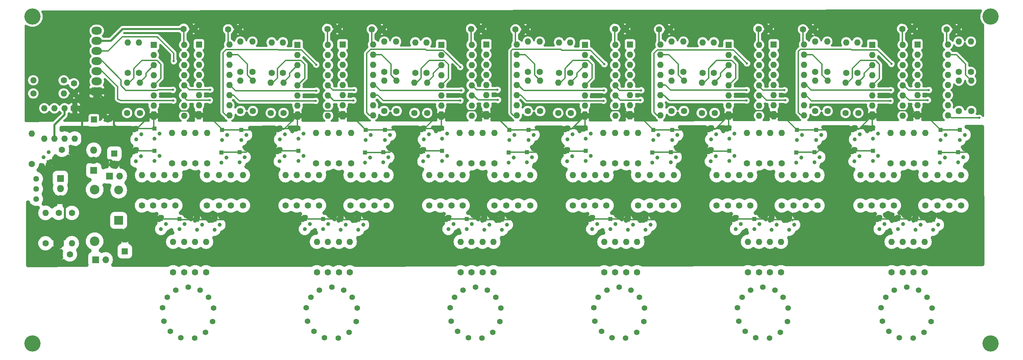
<source format=gbr>
G04 #@! TF.FileFunction,Copper,L1,Top,Signal*
%FSLAX46Y46*%
G04 Gerber Fmt 4.6, Leading zero omitted, Abs format (unit mm)*
G04 Created by KiCad (PCBNEW 4.0.7) date 12/29/19 05:16:09*
%MOMM*%
%LPD*%
G01*
G04 APERTURE LIST*
%ADD10C,0.100000*%
%ADD11C,1.600000*%
%ADD12C,1.440000*%
%ADD13R,1.600000X1.600000*%
%ADD14O,1.600000X1.600000*%
%ADD15C,1.408000*%
%ADD16C,1.000000*%
%ADD17R,1.000000X1.000000*%
%ADD18R,2.200000X2.200000*%
%ADD19O,2.200000X2.200000*%
%ADD20R,1.700000X1.700000*%
%ADD21O,1.700000X1.700000*%
%ADD22C,2.400000*%
%ADD23R,1.800000X1.800000*%
%ADD24O,1.800000X1.800000*%
%ADD25R,2.600000X2.000000*%
%ADD26O,2.600000X2.000000*%
%ADD27C,4.064000*%
%ADD28C,0.600000*%
%ADD29C,0.500000*%
%ADD30C,0.350000*%
%ADD31C,1.000000*%
G04 APERTURE END LIST*
D10*
D11*
X45370000Y-47362000D03*
X45370000Y-49862000D03*
D12*
X35900000Y-71300000D03*
X35900000Y-73840000D03*
X35900000Y-76380000D03*
D13*
X184700000Y-37600000D03*
D14*
X192320000Y-55380000D03*
X184700000Y-40140000D03*
X192320000Y-52840000D03*
X184700000Y-42680000D03*
X192320000Y-50300000D03*
X184700000Y-45220000D03*
X192320000Y-47760000D03*
X184700000Y-47760000D03*
X192320000Y-45220000D03*
X184700000Y-50300000D03*
X192320000Y-42680000D03*
X184700000Y-52840000D03*
X192320000Y-40140000D03*
X184700000Y-55380000D03*
X192320000Y-37600000D03*
D13*
X148700000Y-37600000D03*
D14*
X156320000Y-55380000D03*
X148700000Y-40140000D03*
X156320000Y-52840000D03*
X148700000Y-42680000D03*
X156320000Y-50300000D03*
X148700000Y-45220000D03*
X156320000Y-47760000D03*
X148700000Y-47760000D03*
X156320000Y-45220000D03*
X148700000Y-50300000D03*
X156320000Y-42680000D03*
X148700000Y-52840000D03*
X156320000Y-40140000D03*
X148700000Y-55380000D03*
X156320000Y-37600000D03*
D11*
X258700000Y-67400000D03*
D14*
X258700000Y-59780000D03*
D13*
X256700000Y-37600000D03*
D14*
X264320000Y-55380000D03*
X256700000Y-40140000D03*
X264320000Y-52840000D03*
X256700000Y-42680000D03*
X264320000Y-50300000D03*
X256700000Y-45220000D03*
X264320000Y-47760000D03*
X256700000Y-47760000D03*
X264320000Y-45220000D03*
X256700000Y-50300000D03*
X264320000Y-42680000D03*
X256700000Y-52840000D03*
X264320000Y-40140000D03*
X256700000Y-55380000D03*
X264320000Y-37600000D03*
D13*
X245400000Y-37700000D03*
D14*
X253020000Y-55480000D03*
X245400000Y-40240000D03*
X253020000Y-52940000D03*
X245400000Y-42780000D03*
X253020000Y-50400000D03*
X245400000Y-45320000D03*
X253020000Y-47860000D03*
X245400000Y-47860000D03*
X253020000Y-45320000D03*
X245400000Y-50400000D03*
X253020000Y-42780000D03*
X245400000Y-52940000D03*
X253020000Y-40240000D03*
X245400000Y-55480000D03*
X253020000Y-37700000D03*
D15*
X258348000Y-109846000D03*
X255621000Y-111243000D03*
X260350000Y-103730000D03*
X260120000Y-107154000D03*
X249531000Y-109594000D03*
X247911000Y-107063000D03*
X254000000Y-98523000D03*
X248768000Y-101027000D03*
X247607000Y-103693000D03*
X259080000Y-101063000D03*
X250896000Y-99248000D03*
X252178000Y-111213000D03*
X256978000Y-99275000D03*
D11*
X255800000Y-67400000D03*
D14*
X255800000Y-59780000D03*
D11*
X267100000Y-54300000D03*
D14*
X267100000Y-46680000D03*
D11*
X267100000Y-44500000D03*
D14*
X267100000Y-36880000D03*
D11*
X270200000Y-54300000D03*
D14*
X270200000Y-46680000D03*
D11*
X255750000Y-94750000D03*
D14*
X255750000Y-87130000D03*
D11*
X258700000Y-78000000D03*
D14*
X258700000Y-70380000D03*
D11*
X261700000Y-78000000D03*
D14*
X261700000Y-70380000D03*
D11*
X270100000Y-44500000D03*
D14*
X270100000Y-36880000D03*
D11*
X264700000Y-78000000D03*
D14*
X264700000Y-70380000D03*
D11*
X267700000Y-78000000D03*
D14*
X267700000Y-70380000D03*
D11*
X242400000Y-78000000D03*
D14*
X242400000Y-70380000D03*
D11*
X245200000Y-78000000D03*
D14*
X245200000Y-70380000D03*
D11*
X238900000Y-44700000D03*
D14*
X238900000Y-37080000D03*
D11*
X248000000Y-78000000D03*
D14*
X248000000Y-70380000D03*
D11*
X250800000Y-78000000D03*
D14*
X250800000Y-70380000D03*
D11*
X250250000Y-94750000D03*
D14*
X250250000Y-87130000D03*
D11*
X258500000Y-94750000D03*
D14*
X258500000Y-87130000D03*
D11*
X238700000Y-54800000D03*
D14*
X238700000Y-47180000D03*
D11*
X253000000Y-94750000D03*
D14*
X253000000Y-87130000D03*
D11*
X241700000Y-44700000D03*
D14*
X241700000Y-37080000D03*
D11*
X241900000Y-54800000D03*
D14*
X241900000Y-47180000D03*
D11*
X250000000Y-67400000D03*
D14*
X250000000Y-59780000D03*
D11*
X253000000Y-67400000D03*
D14*
X253000000Y-59780000D03*
D16*
X257470000Y-82870000D03*
X256200000Y-84140000D03*
D17*
X256200000Y-81600000D03*
D16*
X263570000Y-65970000D03*
X262300000Y-67240000D03*
D17*
X262300000Y-64700000D03*
D16*
X263770000Y-60270000D03*
X262500000Y-61540000D03*
D17*
X262500000Y-59000000D03*
D16*
X268170000Y-65870000D03*
X266900000Y-67140000D03*
D17*
X266900000Y-64600000D03*
D16*
X268570000Y-60270000D03*
X267300000Y-61540000D03*
D17*
X267300000Y-59000000D03*
D16*
X242270000Y-60170000D03*
X241000000Y-61440000D03*
D17*
X241000000Y-58900000D03*
D16*
X242170000Y-65670000D03*
X240900000Y-66940000D03*
D17*
X240900000Y-64400000D03*
D16*
X246870000Y-59970000D03*
X245600000Y-61240000D03*
D17*
X245600000Y-58700000D03*
D16*
X246870000Y-65570000D03*
X245600000Y-66840000D03*
D17*
X245600000Y-64300000D03*
D16*
X248470000Y-82670000D03*
X247200000Y-83940000D03*
D17*
X247200000Y-81400000D03*
D16*
X261870000Y-82870000D03*
X260600000Y-84140000D03*
D17*
X260600000Y-81600000D03*
D16*
X253070000Y-82670000D03*
X251800000Y-83940000D03*
D17*
X251800000Y-81400000D03*
D11*
X264010000Y-33820000D03*
X266510000Y-33820000D03*
X252890000Y-33710000D03*
X255390000Y-33710000D03*
X216910000Y-33710000D03*
X219410000Y-33710000D03*
X228030000Y-33820000D03*
X230530000Y-33820000D03*
D16*
X217070000Y-82670000D03*
X215800000Y-83940000D03*
D17*
X215800000Y-81400000D03*
D16*
X225870000Y-82870000D03*
X224600000Y-84140000D03*
D17*
X224600000Y-81600000D03*
D16*
X212470000Y-82670000D03*
X211200000Y-83940000D03*
D17*
X211200000Y-81400000D03*
D16*
X210870000Y-65570000D03*
X209600000Y-66840000D03*
D17*
X209600000Y-64300000D03*
D16*
X210870000Y-59970000D03*
X209600000Y-61240000D03*
D17*
X209600000Y-58700000D03*
D16*
X206170000Y-65670000D03*
X204900000Y-66940000D03*
D17*
X204900000Y-64400000D03*
D16*
X206270000Y-60170000D03*
X205000000Y-61440000D03*
D17*
X205000000Y-58900000D03*
D16*
X232570000Y-60270000D03*
X231300000Y-61540000D03*
D17*
X231300000Y-59000000D03*
D16*
X232170000Y-65870000D03*
X230900000Y-67140000D03*
D17*
X230900000Y-64600000D03*
D16*
X227770000Y-60270000D03*
X226500000Y-61540000D03*
D17*
X226500000Y-59000000D03*
D16*
X227570000Y-65970000D03*
X226300000Y-67240000D03*
D17*
X226300000Y-64700000D03*
D16*
X221470000Y-82870000D03*
X220200000Y-84140000D03*
D17*
X220200000Y-81600000D03*
D11*
X217000000Y-67400000D03*
D14*
X217000000Y-59780000D03*
D11*
X214000000Y-67400000D03*
D14*
X214000000Y-59780000D03*
D11*
X205900000Y-54800000D03*
D14*
X205900000Y-47180000D03*
D11*
X205700000Y-44700000D03*
D14*
X205700000Y-37080000D03*
D11*
X217000000Y-94750000D03*
D14*
X217000000Y-87130000D03*
D11*
X202700000Y-54800000D03*
D14*
X202700000Y-47180000D03*
D11*
X222500000Y-94750000D03*
D14*
X222500000Y-87130000D03*
D11*
X214250000Y-94750000D03*
D14*
X214250000Y-87130000D03*
D11*
X214800000Y-78000000D03*
D14*
X214800000Y-70380000D03*
D11*
X212000000Y-78000000D03*
D14*
X212000000Y-70380000D03*
D11*
X202900000Y-44700000D03*
D14*
X202900000Y-37080000D03*
D11*
X209200000Y-78000000D03*
D14*
X209200000Y-70380000D03*
D11*
X206400000Y-78000000D03*
D14*
X206400000Y-70380000D03*
D11*
X231700000Y-78000000D03*
D14*
X231700000Y-70380000D03*
D11*
X228700000Y-78000000D03*
D14*
X228700000Y-70380000D03*
D11*
X234100000Y-44500000D03*
D14*
X234100000Y-36880000D03*
D11*
X225700000Y-78000000D03*
D14*
X225700000Y-70380000D03*
D11*
X222700000Y-78000000D03*
D14*
X222700000Y-70380000D03*
D11*
X219750000Y-94750000D03*
D14*
X219750000Y-87130000D03*
D11*
X234200000Y-54300000D03*
D14*
X234200000Y-46680000D03*
D11*
X231100000Y-44500000D03*
D14*
X231100000Y-36880000D03*
D11*
X231100000Y-54300000D03*
D14*
X231100000Y-46680000D03*
D11*
X219800000Y-67400000D03*
D14*
X219800000Y-59780000D03*
D15*
X222348000Y-109846000D03*
X219621000Y-111243000D03*
X224350000Y-103730000D03*
X224120000Y-107154000D03*
X213531000Y-109594000D03*
X211911000Y-107063000D03*
X218000000Y-98523000D03*
X212768000Y-101027000D03*
X211607000Y-103693000D03*
X223080000Y-101063000D03*
X214896000Y-99248000D03*
X216178000Y-111213000D03*
X220978000Y-99275000D03*
D13*
X209400000Y-37700000D03*
D14*
X217020000Y-55480000D03*
X209400000Y-40240000D03*
X217020000Y-52940000D03*
X209400000Y-42780000D03*
X217020000Y-50400000D03*
X209400000Y-45320000D03*
X217020000Y-47860000D03*
X209400000Y-47860000D03*
X217020000Y-45320000D03*
X209400000Y-50400000D03*
X217020000Y-42780000D03*
X209400000Y-52940000D03*
X217020000Y-40240000D03*
X209400000Y-55480000D03*
X217020000Y-37700000D03*
D13*
X220700000Y-37600000D03*
D14*
X228320000Y-55380000D03*
X220700000Y-40140000D03*
X228320000Y-52840000D03*
X220700000Y-42680000D03*
X228320000Y-50300000D03*
X220700000Y-45220000D03*
X228320000Y-47760000D03*
X220700000Y-47760000D03*
X228320000Y-45220000D03*
X220700000Y-50300000D03*
X228320000Y-42680000D03*
X220700000Y-52840000D03*
X228320000Y-40140000D03*
X220700000Y-55380000D03*
X228320000Y-37600000D03*
D11*
X222700000Y-67400000D03*
D14*
X222700000Y-59780000D03*
D11*
X186700000Y-67400000D03*
D14*
X186700000Y-59780000D03*
D13*
X173400000Y-37700000D03*
D14*
X181020000Y-55480000D03*
X173400000Y-40240000D03*
X181020000Y-52940000D03*
X173400000Y-42780000D03*
X181020000Y-50400000D03*
X173400000Y-45320000D03*
X181020000Y-47860000D03*
X173400000Y-47860000D03*
X181020000Y-45320000D03*
X173400000Y-50400000D03*
X181020000Y-42780000D03*
X173400000Y-52940000D03*
X181020000Y-40240000D03*
X173400000Y-55480000D03*
X181020000Y-37700000D03*
D15*
X186348000Y-109846000D03*
X183621000Y-111243000D03*
X188350000Y-103730000D03*
X188120000Y-107154000D03*
X177531000Y-109594000D03*
X175911000Y-107063000D03*
X182000000Y-98523000D03*
X176768000Y-101027000D03*
X175607000Y-103693000D03*
X187080000Y-101063000D03*
X178896000Y-99248000D03*
X180178000Y-111213000D03*
X184978000Y-99275000D03*
D11*
X183800000Y-67400000D03*
D14*
X183800000Y-59780000D03*
D11*
X195100000Y-54300000D03*
D14*
X195100000Y-46680000D03*
D11*
X195100000Y-44500000D03*
D14*
X195100000Y-36880000D03*
D11*
X198200000Y-54300000D03*
D14*
X198200000Y-46680000D03*
D11*
X183750000Y-94750000D03*
D14*
X183750000Y-87130000D03*
D11*
X186700000Y-78000000D03*
D14*
X186700000Y-70380000D03*
D11*
X189700000Y-78000000D03*
D14*
X189700000Y-70380000D03*
D11*
X198100000Y-44500000D03*
D14*
X198100000Y-36880000D03*
D11*
X192700000Y-78000000D03*
D14*
X192700000Y-70380000D03*
D11*
X195700000Y-78000000D03*
D14*
X195700000Y-70380000D03*
D11*
X170400000Y-78000000D03*
D14*
X170400000Y-70380000D03*
D11*
X173200000Y-78000000D03*
D14*
X173200000Y-70380000D03*
D11*
X166900000Y-44700000D03*
D14*
X166900000Y-37080000D03*
D11*
X176000000Y-78000000D03*
D14*
X176000000Y-70380000D03*
D11*
X178800000Y-78000000D03*
D14*
X178800000Y-70380000D03*
D11*
X178250000Y-94750000D03*
D14*
X178250000Y-87130000D03*
D11*
X186500000Y-94750000D03*
D14*
X186500000Y-87130000D03*
D11*
X166700000Y-54800000D03*
D14*
X166700000Y-47180000D03*
D11*
X181000000Y-94750000D03*
D14*
X181000000Y-87130000D03*
D11*
X169700000Y-44700000D03*
D14*
X169700000Y-37080000D03*
D11*
X169900000Y-54800000D03*
D14*
X169900000Y-47180000D03*
D11*
X178000000Y-67400000D03*
D14*
X178000000Y-59780000D03*
D11*
X181000000Y-67400000D03*
D14*
X181000000Y-59780000D03*
D16*
X185470000Y-82870000D03*
X184200000Y-84140000D03*
D17*
X184200000Y-81600000D03*
D16*
X191570000Y-65970000D03*
X190300000Y-67240000D03*
D17*
X190300000Y-64700000D03*
D16*
X191770000Y-60270000D03*
X190500000Y-61540000D03*
D17*
X190500000Y-59000000D03*
D16*
X196170000Y-65870000D03*
X194900000Y-67140000D03*
D17*
X194900000Y-64600000D03*
D16*
X196570000Y-60270000D03*
X195300000Y-61540000D03*
D17*
X195300000Y-59000000D03*
D16*
X170270000Y-60170000D03*
X169000000Y-61440000D03*
D17*
X169000000Y-58900000D03*
D16*
X170170000Y-65670000D03*
X168900000Y-66940000D03*
D17*
X168900000Y-64400000D03*
D16*
X174870000Y-59970000D03*
X173600000Y-61240000D03*
D17*
X173600000Y-58700000D03*
D16*
X174870000Y-65570000D03*
X173600000Y-66840000D03*
D17*
X173600000Y-64300000D03*
D16*
X176470000Y-82670000D03*
X175200000Y-83940000D03*
D17*
X175200000Y-81400000D03*
D16*
X189870000Y-82870000D03*
X188600000Y-84140000D03*
D17*
X188600000Y-81600000D03*
D16*
X181070000Y-82670000D03*
X179800000Y-83940000D03*
D17*
X179800000Y-81400000D03*
D11*
X191980000Y-33820000D03*
X194480000Y-33820000D03*
X180920000Y-33710000D03*
X183420000Y-33710000D03*
X144880000Y-33710000D03*
X147380000Y-33710000D03*
X156000000Y-33820000D03*
X158500000Y-33820000D03*
D16*
X145070000Y-82670000D03*
X143800000Y-83940000D03*
D17*
X143800000Y-81400000D03*
D16*
X153870000Y-82870000D03*
X152600000Y-84140000D03*
D17*
X152600000Y-81600000D03*
D16*
X140470000Y-82670000D03*
X139200000Y-83940000D03*
D17*
X139200000Y-81400000D03*
D16*
X138870000Y-65570000D03*
X137600000Y-66840000D03*
D17*
X137600000Y-64300000D03*
D16*
X138870000Y-59970000D03*
X137600000Y-61240000D03*
D17*
X137600000Y-58700000D03*
D16*
X134170000Y-65670000D03*
X132900000Y-66940000D03*
D17*
X132900000Y-64400000D03*
D16*
X134270000Y-60170000D03*
X133000000Y-61440000D03*
D17*
X133000000Y-58900000D03*
D16*
X160570000Y-60270000D03*
X159300000Y-61540000D03*
D17*
X159300000Y-59000000D03*
D16*
X160170000Y-65870000D03*
X158900000Y-67140000D03*
D17*
X158900000Y-64600000D03*
D16*
X155770000Y-60270000D03*
X154500000Y-61540000D03*
D17*
X154500000Y-59000000D03*
D16*
X155570000Y-65970000D03*
X154300000Y-67240000D03*
D17*
X154300000Y-64700000D03*
D16*
X149470000Y-82870000D03*
X148200000Y-84140000D03*
D17*
X148200000Y-81600000D03*
D11*
X145000000Y-67400000D03*
D14*
X145000000Y-59780000D03*
D11*
X142000000Y-67400000D03*
D14*
X142000000Y-59780000D03*
D11*
X133900000Y-54800000D03*
D14*
X133900000Y-47180000D03*
D11*
X133700000Y-44700000D03*
D14*
X133700000Y-37080000D03*
D11*
X145000000Y-94750000D03*
D14*
X145000000Y-87130000D03*
D11*
X130700000Y-54800000D03*
D14*
X130700000Y-47180000D03*
D11*
X150500000Y-94750000D03*
D14*
X150500000Y-87130000D03*
D11*
X142250000Y-94750000D03*
D14*
X142250000Y-87130000D03*
D11*
X142800000Y-78000000D03*
D14*
X142800000Y-70380000D03*
D11*
X140000000Y-78000000D03*
D14*
X140000000Y-70380000D03*
D11*
X130900000Y-44700000D03*
D14*
X130900000Y-37080000D03*
D11*
X137200000Y-78000000D03*
D14*
X137200000Y-70380000D03*
D11*
X134400000Y-78000000D03*
D14*
X134400000Y-70380000D03*
D11*
X159700000Y-78000000D03*
D14*
X159700000Y-70380000D03*
D11*
X156700000Y-78000000D03*
D14*
X156700000Y-70380000D03*
D11*
X162100000Y-44500000D03*
D14*
X162100000Y-36880000D03*
D11*
X153700000Y-78000000D03*
D14*
X153700000Y-70380000D03*
D11*
X150700000Y-78000000D03*
D14*
X150700000Y-70380000D03*
D11*
X147750000Y-94750000D03*
D14*
X147750000Y-87130000D03*
D11*
X162200000Y-54300000D03*
D14*
X162200000Y-46680000D03*
D11*
X159100000Y-44500000D03*
D14*
X159100000Y-36880000D03*
D11*
X159100000Y-54300000D03*
D14*
X159100000Y-46680000D03*
D11*
X147800000Y-67400000D03*
D14*
X147800000Y-59780000D03*
D15*
X150348000Y-109846000D03*
X147621000Y-111243000D03*
X152350000Y-103730000D03*
X152120000Y-107154000D03*
X141531000Y-109594000D03*
X139911000Y-107063000D03*
X146000000Y-98523000D03*
X140768000Y-101027000D03*
X139607000Y-103693000D03*
X151080000Y-101063000D03*
X142896000Y-99248000D03*
X144178000Y-111213000D03*
X148978000Y-99275000D03*
D13*
X137400000Y-37700000D03*
D14*
X145020000Y-55480000D03*
X137400000Y-40240000D03*
X145020000Y-52940000D03*
X137400000Y-42780000D03*
X145020000Y-50400000D03*
X137400000Y-45320000D03*
X145020000Y-47860000D03*
X137400000Y-47860000D03*
X145020000Y-45320000D03*
X137400000Y-50400000D03*
X145020000Y-42780000D03*
X137400000Y-52940000D03*
X145020000Y-40240000D03*
X137400000Y-55480000D03*
X145020000Y-37700000D03*
D13*
X112700000Y-37600000D03*
D14*
X120320000Y-55380000D03*
X112700000Y-40140000D03*
X120320000Y-52840000D03*
X112700000Y-42680000D03*
X120320000Y-50300000D03*
X112700000Y-45220000D03*
X120320000Y-47760000D03*
X112700000Y-47760000D03*
X120320000Y-45220000D03*
X112700000Y-50300000D03*
X120320000Y-42680000D03*
X112700000Y-52840000D03*
X120320000Y-40140000D03*
X112700000Y-55380000D03*
X120320000Y-37600000D03*
D13*
X101400000Y-37700000D03*
D14*
X109020000Y-55480000D03*
X101400000Y-40240000D03*
X109020000Y-52940000D03*
X101400000Y-42780000D03*
X109020000Y-50400000D03*
X101400000Y-45320000D03*
X109020000Y-47860000D03*
X101400000Y-47860000D03*
X109020000Y-45320000D03*
X101400000Y-50400000D03*
X109020000Y-42780000D03*
X101400000Y-52940000D03*
X109020000Y-40240000D03*
X101400000Y-55480000D03*
X109020000Y-37700000D03*
D15*
X114348000Y-109846000D03*
X111621000Y-111243000D03*
X116350000Y-103730000D03*
X116120000Y-107154000D03*
X105531000Y-109594000D03*
X103911000Y-107063000D03*
X110000000Y-98523000D03*
X104768000Y-101027000D03*
X103607000Y-103693000D03*
X115080000Y-101063000D03*
X106896000Y-99248000D03*
X108178000Y-111213000D03*
X112978000Y-99275000D03*
D11*
X111800000Y-67400000D03*
D14*
X111800000Y-59780000D03*
D11*
X123100000Y-54300000D03*
D14*
X123100000Y-46680000D03*
D11*
X123100000Y-44500000D03*
D14*
X123100000Y-36880000D03*
D11*
X126200000Y-54300000D03*
D14*
X126200000Y-46680000D03*
D11*
X111750000Y-94750000D03*
D14*
X111750000Y-87130000D03*
D11*
X114700000Y-78000000D03*
D14*
X114700000Y-70380000D03*
D11*
X117700000Y-78000000D03*
D14*
X117700000Y-70380000D03*
D11*
X126100000Y-44500000D03*
D14*
X126100000Y-36880000D03*
D11*
X120700000Y-78000000D03*
D14*
X120700000Y-70380000D03*
D11*
X123700000Y-78000000D03*
D14*
X123700000Y-70380000D03*
D11*
X98400000Y-78000000D03*
D14*
X98400000Y-70380000D03*
D11*
X101200000Y-78000000D03*
D14*
X101200000Y-70380000D03*
D11*
X94900000Y-44700000D03*
D14*
X94900000Y-37080000D03*
D11*
X104000000Y-78000000D03*
D14*
X104000000Y-70380000D03*
D11*
X106800000Y-78000000D03*
D14*
X106800000Y-70380000D03*
D11*
X106250000Y-94750000D03*
D14*
X106250000Y-87130000D03*
D11*
X114500000Y-94750000D03*
D14*
X114500000Y-87130000D03*
D11*
X94700000Y-54800000D03*
D14*
X94700000Y-47180000D03*
D11*
X109000000Y-94750000D03*
D14*
X109000000Y-87130000D03*
D11*
X97700000Y-44700000D03*
D14*
X97700000Y-37080000D03*
D11*
X97900000Y-54800000D03*
D14*
X97900000Y-47180000D03*
D11*
X106000000Y-67400000D03*
D14*
X106000000Y-59780000D03*
D11*
X114800000Y-67400000D03*
D14*
X114800000Y-59780000D03*
D11*
X109000000Y-67400000D03*
D14*
X109000000Y-59780000D03*
D16*
X113470000Y-82870000D03*
X112200000Y-84140000D03*
D17*
X112200000Y-81600000D03*
D16*
X119570000Y-65970000D03*
X118300000Y-67240000D03*
D17*
X118300000Y-64700000D03*
D16*
X119770000Y-60270000D03*
X118500000Y-61540000D03*
D17*
X118500000Y-59000000D03*
D16*
X124170000Y-65870000D03*
X122900000Y-67140000D03*
D17*
X122900000Y-64600000D03*
D16*
X124570000Y-60270000D03*
X123300000Y-61540000D03*
D17*
X123300000Y-59000000D03*
D16*
X98270000Y-60170000D03*
X97000000Y-61440000D03*
D17*
X97000000Y-58900000D03*
D16*
X98170000Y-65670000D03*
X96900000Y-66940000D03*
D17*
X96900000Y-64400000D03*
D16*
X102870000Y-59970000D03*
X101600000Y-61240000D03*
D17*
X101600000Y-58700000D03*
D16*
X102870000Y-65570000D03*
X101600000Y-66840000D03*
D17*
X101600000Y-64300000D03*
D16*
X104470000Y-82670000D03*
X103200000Y-83940000D03*
D17*
X103200000Y-81400000D03*
D16*
X117870000Y-82870000D03*
X116600000Y-84140000D03*
D17*
X116600000Y-81600000D03*
D16*
X109070000Y-82670000D03*
X107800000Y-83940000D03*
D17*
X107800000Y-81400000D03*
D11*
X120010000Y-33820000D03*
X122510000Y-33820000D03*
X108890000Y-33710000D03*
X111390000Y-33710000D03*
X72880000Y-33700000D03*
X75380000Y-33700000D03*
X84010000Y-33810000D03*
X86510000Y-33810000D03*
D16*
X73070000Y-82670000D03*
X71800000Y-83940000D03*
D17*
X71800000Y-81400000D03*
D16*
X81870000Y-82870000D03*
X80600000Y-84140000D03*
D17*
X80600000Y-81600000D03*
D16*
X68470000Y-82670000D03*
X67200000Y-83940000D03*
D17*
X67200000Y-81400000D03*
D16*
X66870000Y-65570000D03*
X65600000Y-66840000D03*
D17*
X65600000Y-64300000D03*
D16*
X66870000Y-59970000D03*
X65600000Y-61240000D03*
D17*
X65600000Y-58700000D03*
D16*
X62170000Y-65670000D03*
X60900000Y-66940000D03*
D17*
X60900000Y-64400000D03*
D16*
X62270000Y-60170000D03*
X61000000Y-61440000D03*
D17*
X61000000Y-58900000D03*
D16*
X88570000Y-60270000D03*
X87300000Y-61540000D03*
D17*
X87300000Y-59000000D03*
D16*
X88170000Y-65870000D03*
X86900000Y-67140000D03*
D17*
X86900000Y-64600000D03*
D16*
X83770000Y-60270000D03*
X82500000Y-61540000D03*
D17*
X82500000Y-59000000D03*
D16*
X83570000Y-65970000D03*
X82300000Y-67240000D03*
D17*
X82300000Y-64700000D03*
D16*
X77470000Y-82870000D03*
X76200000Y-84140000D03*
D17*
X76200000Y-81600000D03*
D11*
X73000000Y-67400000D03*
D14*
X73000000Y-59780000D03*
D11*
X78800000Y-67400000D03*
D14*
X78800000Y-59780000D03*
D11*
X70000000Y-67400000D03*
D14*
X70000000Y-59780000D03*
D11*
X61900000Y-54800000D03*
D14*
X61900000Y-47180000D03*
D11*
X61700000Y-44700000D03*
D14*
X61700000Y-37080000D03*
D11*
X73000000Y-94750000D03*
D14*
X73000000Y-87130000D03*
D11*
X58700000Y-54800000D03*
D14*
X58700000Y-47180000D03*
D11*
X78500000Y-94750000D03*
D14*
X78500000Y-87130000D03*
D11*
X70250000Y-94750000D03*
D14*
X70250000Y-87130000D03*
D11*
X70800000Y-78000000D03*
D14*
X70800000Y-70380000D03*
D11*
X68000000Y-78000000D03*
D14*
X68000000Y-70380000D03*
D11*
X58900000Y-44700000D03*
D14*
X58900000Y-37080000D03*
D11*
X65200000Y-78000000D03*
D14*
X65200000Y-70380000D03*
D11*
X62400000Y-78000000D03*
D14*
X62400000Y-70380000D03*
D11*
X87700000Y-78000000D03*
D14*
X87700000Y-70380000D03*
D11*
X84700000Y-78000000D03*
D14*
X84700000Y-70380000D03*
D11*
X90100000Y-44500000D03*
D14*
X90100000Y-36880000D03*
D11*
X81700000Y-78000000D03*
D14*
X81700000Y-70380000D03*
D11*
X78700000Y-78000000D03*
D14*
X78700000Y-70380000D03*
D11*
X75750000Y-94750000D03*
D14*
X75750000Y-87130000D03*
D11*
X90200000Y-54300000D03*
D14*
X90200000Y-46680000D03*
D11*
X87100000Y-44500000D03*
D14*
X87100000Y-36880000D03*
D11*
X87100000Y-54300000D03*
D14*
X87100000Y-46680000D03*
D11*
X75800000Y-67400000D03*
D14*
X75800000Y-59780000D03*
D15*
X78348000Y-109846000D03*
X75621000Y-111243000D03*
X80350000Y-103730000D03*
X80120000Y-107154000D03*
X69531000Y-109594000D03*
X67911000Y-107063000D03*
X74000000Y-98523000D03*
X68768000Y-101027000D03*
X67607000Y-103693000D03*
X79080000Y-101063000D03*
X70896000Y-99248000D03*
X72178000Y-111213000D03*
X76978000Y-99275000D03*
D13*
X65400000Y-37700000D03*
D14*
X73020000Y-55480000D03*
X65400000Y-40240000D03*
X73020000Y-52940000D03*
X65400000Y-42780000D03*
X73020000Y-50400000D03*
X65400000Y-45320000D03*
X73020000Y-47860000D03*
X65400000Y-47860000D03*
X73020000Y-45320000D03*
X65400000Y-50400000D03*
X73020000Y-42780000D03*
X65400000Y-52940000D03*
X73020000Y-40240000D03*
X65400000Y-55480000D03*
X73020000Y-37700000D03*
D13*
X76700000Y-37600000D03*
D14*
X84320000Y-55380000D03*
X76700000Y-40140000D03*
X84320000Y-52840000D03*
X76700000Y-42680000D03*
X84320000Y-50300000D03*
X76700000Y-45220000D03*
X84320000Y-47760000D03*
X76700000Y-47760000D03*
X84320000Y-45220000D03*
X76700000Y-50300000D03*
X84320000Y-42680000D03*
X76700000Y-52840000D03*
X84320000Y-40140000D03*
X76700000Y-55380000D03*
X84320000Y-37600000D03*
D11*
X150700000Y-67400000D03*
D14*
X150700000Y-59780000D03*
D11*
X42400000Y-64025000D03*
X44900000Y-64025000D03*
D13*
X50400000Y-56400000D03*
D11*
X53900000Y-56400000D03*
D13*
X55500000Y-65000000D03*
D11*
X55500000Y-67500000D03*
X44354000Y-90288000D03*
X41854000Y-90288000D03*
D13*
X58150000Y-89500000D03*
D11*
X58150000Y-86000000D03*
D18*
X56600000Y-81750000D03*
D19*
X56600000Y-74130000D03*
D20*
X54300000Y-70600000D03*
D21*
X56840000Y-70600000D03*
D22*
X50600000Y-74000000D03*
X50600000Y-87000000D03*
D16*
X37755000Y-65930000D03*
X39025000Y-64660000D03*
D17*
X39025000Y-67200000D03*
D11*
X34800000Y-67600000D03*
D14*
X34800000Y-59980000D03*
D11*
X35210000Y-49902000D03*
D14*
X42830000Y-49902000D03*
D11*
X42830000Y-46600000D03*
D14*
X35210000Y-46600000D03*
D11*
X44862000Y-79874000D03*
D14*
X44862000Y-87494000D03*
D11*
X38258000Y-87494000D03*
D14*
X38258000Y-79874000D03*
D11*
X41560000Y-79874000D03*
D14*
X41560000Y-87494000D03*
D23*
X50350000Y-69200000D03*
D24*
X50350000Y-66660000D03*
X50350000Y-64120000D03*
D25*
X51100000Y-49400000D03*
D26*
X51100000Y-46860000D03*
X51100000Y-44320000D03*
X51100000Y-41780000D03*
X51100000Y-39240000D03*
X51100000Y-36700000D03*
X51100000Y-34160000D03*
D23*
X42000000Y-71200000D03*
D24*
X42000000Y-73740000D03*
X42000000Y-76280000D03*
D27*
X275000000Y-30600000D03*
X35000000Y-112600000D03*
X35000000Y-30600000D03*
X275000000Y-112600000D03*
D13*
X45610000Y-53610000D03*
D14*
X37990000Y-61230000D03*
X43070000Y-53610000D03*
X40530000Y-61230000D03*
X40530000Y-53610000D03*
X43070000Y-61230000D03*
X37990000Y-53610000D03*
X45610000Y-61230000D03*
D20*
X50800000Y-91600000D03*
D21*
X53340000Y-91600000D03*
D28*
X70300000Y-51700000D03*
X259300000Y-51570000D03*
X223640000Y-51610000D03*
X187350000Y-51560000D03*
X151600000Y-51530000D03*
X115400000Y-51640000D03*
X79440000Y-51620000D03*
X249970000Y-51760000D03*
X213890000Y-51680000D03*
X178040000Y-51720000D03*
X142190000Y-51680000D03*
X105930000Y-51760000D03*
X70200000Y-49000000D03*
X259570000Y-49050000D03*
X223410000Y-49090000D03*
X187510000Y-49100000D03*
X151520000Y-48980000D03*
X115570000Y-49050000D03*
X79550000Y-48960000D03*
X250070000Y-49070000D03*
X213930000Y-49050000D03*
X178180000Y-49160000D03*
X142450000Y-49130000D03*
X106150000Y-49190000D03*
X70400000Y-41800000D03*
X106100000Y-42690000D03*
X142170000Y-43290000D03*
X178290000Y-42540000D03*
X214000000Y-42370000D03*
X250180000Y-42480000D03*
X272200000Y-56000000D03*
D29*
X55500000Y-65000000D02*
X55200000Y-65000000D01*
X51100000Y-36700000D02*
X54600000Y-36700000D01*
X57600000Y-33700000D02*
X72880000Y-33700000D01*
X54600000Y-36700000D02*
X57600000Y-33700000D01*
D30*
X264000000Y-37280000D02*
X264320000Y-37600000D01*
X264000000Y-33800000D02*
X264000000Y-37280000D01*
X252900000Y-37580000D02*
X253020000Y-37700000D01*
X252900000Y-33700000D02*
X252900000Y-37580000D01*
X216900000Y-33700000D02*
X216900000Y-37580000D01*
X216900000Y-37580000D02*
X217020000Y-37700000D01*
X228000000Y-33800000D02*
X228000000Y-37280000D01*
X228000000Y-37280000D02*
X228320000Y-37600000D01*
X192000000Y-37280000D02*
X192320000Y-37600000D01*
X192000000Y-33800000D02*
X192000000Y-37280000D01*
X180900000Y-37580000D02*
X181020000Y-37700000D01*
X180900000Y-33700000D02*
X180900000Y-37580000D01*
X144900000Y-33700000D02*
X144900000Y-37580000D01*
X144900000Y-37580000D02*
X145020000Y-37700000D01*
X156000000Y-33800000D02*
X156000000Y-37280000D01*
X156000000Y-37280000D02*
X156320000Y-37600000D01*
X120000000Y-37280000D02*
X120320000Y-37600000D01*
X120000000Y-33800000D02*
X120000000Y-37280000D01*
X108900000Y-37580000D02*
X109020000Y-37700000D01*
X108900000Y-33700000D02*
X108900000Y-37580000D01*
X72900000Y-33700000D02*
X72900000Y-37580000D01*
X72900000Y-37580000D02*
X73020000Y-37700000D01*
X84000000Y-33800000D02*
X84000000Y-37280000D01*
X84000000Y-37280000D02*
X84320000Y-37600000D01*
X241000000Y-58900000D02*
X241980000Y-58900000D01*
X241980000Y-58900000D02*
X245400000Y-55480000D01*
X205000000Y-58900000D02*
X205980000Y-58900000D01*
X205980000Y-58900000D02*
X209400000Y-55480000D01*
X169000000Y-58900000D02*
X169980000Y-58900000D01*
X169980000Y-58900000D02*
X173400000Y-55480000D01*
X137400000Y-55480000D02*
X137400000Y-58500000D01*
X137400000Y-58500000D02*
X137600000Y-58700000D01*
X65400000Y-55480000D02*
X65400000Y-58500000D01*
X65400000Y-58500000D02*
X65600000Y-58700000D01*
X97000000Y-58900000D02*
X97980000Y-58900000D01*
X97980000Y-58900000D02*
X101400000Y-55480000D01*
X101400000Y-55480000D02*
X101400000Y-58500000D01*
X101400000Y-58500000D02*
X101600000Y-58700000D01*
D29*
X39025000Y-67200000D02*
X39025000Y-74175000D01*
X39025000Y-74175000D02*
X41130000Y-76280000D01*
X41130000Y-76280000D02*
X42000000Y-76280000D01*
X39025000Y-67200000D02*
X49836000Y-67174000D01*
X49836000Y-67174000D02*
X50350000Y-66660000D01*
X41560000Y-87494000D02*
X41560000Y-83430000D01*
X43084000Y-77842000D02*
X42000000Y-76280000D01*
X43084000Y-81906000D02*
X43084000Y-77842000D01*
X41560000Y-83430000D02*
X43084000Y-81906000D01*
X41560000Y-87494000D02*
X41560000Y-89994000D01*
X41560000Y-89994000D02*
X41854000Y-90288000D01*
X45610000Y-53610000D02*
X46030000Y-53610000D01*
X46030000Y-53610000D02*
X47402000Y-54982000D01*
X47402000Y-54982000D02*
X47402000Y-62562000D01*
X47402000Y-62562000D02*
X44900000Y-64025000D01*
X44900000Y-64025000D02*
X46092000Y-66920000D01*
X46092000Y-66920000D02*
X46346000Y-67174000D01*
X46346000Y-67174000D02*
X49800000Y-67210000D01*
X49800000Y-67210000D02*
X50350000Y-66660000D01*
X55500000Y-67500000D02*
X56400000Y-67500000D01*
X59500000Y-64400000D02*
X60900000Y-64400000D01*
X56400000Y-67500000D02*
X59500000Y-64400000D01*
X50350000Y-66660000D02*
X54660000Y-66660000D01*
X54660000Y-66660000D02*
X55500000Y-67500000D01*
X53900000Y-56400000D02*
X55400000Y-56400000D01*
X55400000Y-53500000D02*
X55200000Y-53500000D01*
X55200000Y-53500000D02*
X51100000Y-49400000D01*
X55400000Y-53500000D02*
X55400000Y-56400000D01*
X55400000Y-56400000D02*
X55400000Y-57800000D01*
D30*
X137600000Y-58700000D02*
X133200000Y-58700000D01*
X133200000Y-58700000D02*
X133000000Y-58900000D01*
X137600000Y-64300000D02*
X133000000Y-64300000D01*
X133000000Y-64300000D02*
X132900000Y-64400000D01*
X194900000Y-64600000D02*
X197600000Y-64600000D01*
X197900000Y-59000000D02*
X195300000Y-59000000D01*
X198500000Y-59600000D02*
X197900000Y-59000000D01*
X198500000Y-63700000D02*
X198500000Y-59600000D01*
X197600000Y-64600000D02*
X198500000Y-63700000D01*
X195300000Y-59000000D02*
X190500000Y-59000000D01*
D29*
X55400000Y-57800000D02*
X56500000Y-58900000D01*
X56500000Y-58900000D02*
X61000000Y-58900000D01*
D30*
X230900000Y-64600000D02*
X226400000Y-64600000D01*
X226400000Y-64600000D02*
X226300000Y-64700000D01*
X231300000Y-59000000D02*
X234600000Y-59000000D01*
X231600000Y-64600000D02*
X230900000Y-64600000D01*
X234400000Y-61800000D02*
X231600000Y-64600000D01*
X234400000Y-59200000D02*
X234400000Y-61800000D01*
X234600000Y-59000000D02*
X234400000Y-59200000D01*
X226500000Y-59000000D02*
X231300000Y-59000000D01*
X220700000Y-55380000D02*
X222880000Y-55380000D01*
X222880000Y-55380000D02*
X226500000Y-59000000D01*
X204900000Y-64400000D02*
X209500000Y-64400000D01*
X209500000Y-64400000D02*
X209600000Y-64300000D01*
X205000000Y-58900000D02*
X201500000Y-58900000D01*
X203000000Y-64400000D02*
X204900000Y-64400000D01*
X201400000Y-62800000D02*
X203000000Y-64400000D01*
X201400000Y-59000000D02*
X201400000Y-62800000D01*
X201500000Y-58900000D02*
X201400000Y-59000000D01*
X209600000Y-58700000D02*
X205200000Y-58700000D01*
X205200000Y-58700000D02*
X205000000Y-58900000D01*
X209400000Y-55480000D02*
X209400000Y-58500000D01*
X209400000Y-58500000D02*
X209600000Y-58700000D01*
X194900000Y-64600000D02*
X190400000Y-64600000D01*
X190400000Y-64600000D02*
X190300000Y-64700000D01*
X184700000Y-55380000D02*
X186880000Y-55380000D01*
X186880000Y-55380000D02*
X190500000Y-59000000D01*
X168900000Y-64400000D02*
X173500000Y-64400000D01*
X173500000Y-64400000D02*
X173600000Y-64300000D01*
X169000000Y-58900000D02*
X166500000Y-58900000D01*
X167000000Y-64400000D02*
X168900000Y-64400000D01*
X165400000Y-62800000D02*
X167000000Y-64400000D01*
X165400000Y-60000000D02*
X165400000Y-62800000D01*
X166500000Y-58900000D02*
X165400000Y-60000000D01*
X173600000Y-58700000D02*
X169200000Y-58700000D01*
X169200000Y-58700000D02*
X169000000Y-58900000D01*
X173400000Y-55480000D02*
X173400000Y-58500000D01*
X173400000Y-58500000D02*
X173600000Y-58700000D01*
X158900000Y-64600000D02*
X154400000Y-64600000D01*
X154400000Y-64600000D02*
X154300000Y-64700000D01*
X159300000Y-59000000D02*
X162600000Y-59000000D01*
X162600000Y-64600000D02*
X158900000Y-64600000D01*
X163400000Y-63800000D02*
X162600000Y-64600000D01*
X163400000Y-59800000D02*
X163400000Y-63800000D01*
X162600000Y-59000000D02*
X163400000Y-59800000D01*
X154500000Y-59000000D02*
X159300000Y-59000000D01*
X148700000Y-55380000D02*
X150880000Y-55380000D01*
X150880000Y-55380000D02*
X154500000Y-59000000D01*
X137400000Y-55480000D02*
X136420000Y-55480000D01*
X136420000Y-55480000D02*
X133000000Y-58900000D01*
X133000000Y-58900000D02*
X130500000Y-58900000D01*
X130500000Y-58900000D02*
X129400000Y-60000000D01*
X129400000Y-60000000D02*
X129400000Y-63800000D01*
X129400000Y-63800000D02*
X130000000Y-64400000D01*
X130000000Y-64400000D02*
X132900000Y-64400000D01*
X123300000Y-59000000D02*
X127200000Y-59000000D01*
X124600000Y-64600000D02*
X122900000Y-64600000D01*
X127400000Y-61800000D02*
X124600000Y-64600000D01*
X127400000Y-59200000D02*
X127400000Y-61800000D01*
X127200000Y-59000000D02*
X127400000Y-59200000D01*
X118300000Y-64700000D02*
X123300000Y-64700000D01*
X123300000Y-64700000D02*
X123400000Y-64800000D01*
X123400000Y-64800000D02*
X122900000Y-64600000D01*
X112700000Y-55380000D02*
X114880000Y-55380000D01*
X114880000Y-55380000D02*
X118500000Y-59000000D01*
X118500000Y-59000000D02*
X123300000Y-59000000D01*
X96900000Y-64400000D02*
X95000000Y-64400000D01*
X94300000Y-58900000D02*
X97000000Y-58900000D01*
X93400000Y-59800000D02*
X94300000Y-58900000D01*
X93400000Y-62800000D02*
X93400000Y-59800000D01*
X95000000Y-64400000D02*
X93400000Y-62800000D01*
X101600000Y-64300000D02*
X97000000Y-64300000D01*
X97000000Y-64300000D02*
X96900000Y-64400000D01*
X101600000Y-58700000D02*
X97200000Y-58700000D01*
X97200000Y-58700000D02*
X97000000Y-58900000D01*
X240900000Y-64400000D02*
X238000000Y-64400000D01*
X238300000Y-58900000D02*
X241000000Y-58900000D01*
X237400000Y-59800000D02*
X238300000Y-58900000D01*
X237400000Y-63800000D02*
X237400000Y-59800000D01*
X238000000Y-64400000D02*
X237400000Y-63800000D01*
X245600000Y-64300000D02*
X241000000Y-64300000D01*
X241000000Y-64300000D02*
X240900000Y-64400000D01*
X245600000Y-58700000D02*
X241200000Y-58700000D01*
X241200000Y-58700000D02*
X241000000Y-58900000D01*
X245400000Y-55480000D02*
X245400000Y-58500000D01*
X245400000Y-58500000D02*
X245600000Y-58700000D01*
X256700000Y-55380000D02*
X258880000Y-55380000D01*
X258880000Y-55380000D02*
X262500000Y-59000000D01*
X262500000Y-59000000D02*
X267300000Y-59000000D01*
X262300000Y-64700000D02*
X266800000Y-64700000D01*
X266800000Y-64700000D02*
X266900000Y-64600000D01*
X266900000Y-64600000D02*
X269200000Y-64600000D01*
X261400000Y-80800000D02*
X260600000Y-81600000D01*
X270400000Y-80800000D02*
X261400000Y-80800000D01*
X271400000Y-79800000D02*
X270400000Y-80800000D01*
X271400000Y-66800000D02*
X271400000Y-79800000D01*
X269200000Y-64600000D02*
X271400000Y-66800000D01*
X256200000Y-81600000D02*
X260600000Y-81600000D01*
X251800000Y-81400000D02*
X256000000Y-81400000D01*
X256000000Y-81400000D02*
X256200000Y-81600000D01*
X247200000Y-81400000D02*
X251000000Y-81400000D01*
X251000000Y-81400000D02*
X251400000Y-81800000D01*
X251400000Y-81800000D02*
X251800000Y-81400000D01*
X224600000Y-81600000D02*
X247200000Y-81600000D01*
X247200000Y-81600000D02*
X247400000Y-81800000D01*
X247400000Y-81800000D02*
X247200000Y-81400000D01*
X220200000Y-81600000D02*
X225200000Y-81600000D01*
X225200000Y-81600000D02*
X225400000Y-81800000D01*
X215800000Y-81400000D02*
X220000000Y-81400000D01*
X220000000Y-81400000D02*
X220200000Y-81600000D01*
X211200000Y-81400000D02*
X215800000Y-81400000D01*
X188600000Y-81600000D02*
X211000000Y-81600000D01*
X211000000Y-81600000D02*
X211200000Y-81400000D01*
X184200000Y-81600000D02*
X188600000Y-81600000D01*
X179800000Y-81400000D02*
X184000000Y-81400000D01*
X184000000Y-81400000D02*
X184200000Y-81600000D01*
X175200000Y-81400000D02*
X179800000Y-81400000D01*
X152600000Y-81600000D02*
X175000000Y-81600000D01*
X175000000Y-81600000D02*
X175200000Y-81400000D01*
X148200000Y-81600000D02*
X152600000Y-81600000D01*
X143800000Y-81400000D02*
X148000000Y-81400000D01*
X148000000Y-81400000D02*
X148200000Y-81600000D01*
X139200000Y-81400000D02*
X143800000Y-81400000D01*
X116600000Y-81600000D02*
X139000000Y-81600000D01*
X139000000Y-81600000D02*
X139200000Y-81400000D01*
X112200000Y-81600000D02*
X116600000Y-81600000D01*
X107800000Y-81400000D02*
X112000000Y-81400000D01*
X112000000Y-81400000D02*
X112200000Y-81600000D01*
X103200000Y-81400000D02*
X107800000Y-81400000D01*
X80600000Y-81600000D02*
X103000000Y-81600000D01*
X103000000Y-81600000D02*
X103200000Y-81400000D01*
X80600000Y-81600000D02*
X76200000Y-81600000D01*
X76200000Y-81600000D02*
X72000000Y-81600000D01*
X72000000Y-81600000D02*
X71800000Y-81400000D01*
X71800000Y-81400000D02*
X67200000Y-81400000D01*
X60900000Y-64400000D02*
X60800000Y-64400000D01*
X60800000Y-64400000D02*
X59400000Y-65800000D01*
X61000000Y-81400000D02*
X67200000Y-81400000D01*
X59400000Y-79800000D02*
X61000000Y-81400000D01*
X59400000Y-65800000D02*
X59400000Y-79800000D01*
X86900000Y-64600000D02*
X82400000Y-64600000D01*
X82400000Y-64600000D02*
X82300000Y-64700000D01*
X87300000Y-59000000D02*
X89600000Y-59000000D01*
X88600000Y-64600000D02*
X86900000Y-64600000D01*
X90400000Y-62800000D02*
X88600000Y-64600000D01*
X90400000Y-59800000D02*
X90400000Y-62800000D01*
X89600000Y-59000000D02*
X90400000Y-59800000D01*
X82500000Y-59000000D02*
X87300000Y-59000000D01*
X76700000Y-55380000D02*
X78980000Y-55380000D01*
X78980000Y-55380000D02*
X82500000Y-58900000D01*
X82500000Y-58900000D02*
X82500000Y-59000000D01*
X65600000Y-58700000D02*
X61200000Y-58700000D01*
X61200000Y-58700000D02*
X61000000Y-58900000D01*
X65600000Y-64300000D02*
X61000000Y-64300000D01*
X61000000Y-64300000D02*
X60900000Y-64400000D01*
X61000000Y-58900000D02*
X58300000Y-58900000D01*
X58300000Y-58900000D02*
X57400000Y-59800000D01*
X57400000Y-59800000D02*
X57400000Y-62800000D01*
X57400000Y-62800000D02*
X59000000Y-64400000D01*
X59000000Y-64400000D02*
X60900000Y-64400000D01*
X65400000Y-55480000D02*
X64420000Y-55480000D01*
X64420000Y-55480000D02*
X61000000Y-58900000D01*
X65400000Y-58500000D02*
X65600000Y-58700000D01*
X245400000Y-55480000D02*
X246130000Y-55480000D01*
X246130000Y-55480000D02*
X247370000Y-54240000D01*
X247370000Y-54240000D02*
X255560000Y-54240000D01*
X255560000Y-54240000D02*
X256700000Y-55380000D01*
X209400000Y-55480000D02*
X209980000Y-55480000D01*
X209980000Y-55480000D02*
X211220000Y-54240000D01*
X211220000Y-54240000D02*
X219560000Y-54240000D01*
X219560000Y-54240000D02*
X220700000Y-55380000D01*
X173400000Y-55480000D02*
X174350000Y-55480000D01*
X174350000Y-55480000D02*
X175630000Y-54200000D01*
X175630000Y-54200000D02*
X183520000Y-54200000D01*
X183520000Y-54200000D02*
X184700000Y-55380000D01*
X137400000Y-55480000D02*
X137620000Y-55480000D01*
X137620000Y-55480000D02*
X138900000Y-54200000D01*
X138900000Y-54200000D02*
X147520000Y-54200000D01*
X147520000Y-54200000D02*
X148700000Y-55380000D01*
X101400000Y-55480000D02*
X102190000Y-55480000D01*
X102190000Y-55480000D02*
X103400000Y-54270000D01*
X103400000Y-54270000D02*
X111590000Y-54270000D01*
X111590000Y-54270000D02*
X112700000Y-55380000D01*
X65400000Y-55480000D02*
X66270000Y-55480000D01*
X75590000Y-54270000D02*
X76700000Y-55380000D01*
X67480000Y-54270000D02*
X75590000Y-54270000D01*
X66270000Y-55480000D02*
X67480000Y-54270000D01*
X56300000Y-49900000D02*
X56300000Y-48200000D01*
X52420000Y-44320000D02*
X51100000Y-44320000D01*
X56300000Y-48200000D02*
X52420000Y-44320000D01*
X57200000Y-51700000D02*
X70300000Y-51700000D01*
X56300000Y-51300000D02*
X57200000Y-51700000D01*
X56300000Y-49900000D02*
X56300000Y-51300000D01*
X253020000Y-50400000D02*
X253450000Y-50400000D01*
X253450000Y-50400000D02*
X254620000Y-51570000D01*
X254620000Y-51570000D02*
X259300000Y-51570000D01*
X217020000Y-50400000D02*
X217710000Y-50400000D01*
X217710000Y-50400000D02*
X218920000Y-51610000D01*
X218920000Y-51610000D02*
X223640000Y-51610000D01*
X181020000Y-50400000D02*
X181100000Y-50400000D01*
X181100000Y-50400000D02*
X182260000Y-51560000D01*
X182260000Y-51560000D02*
X187350000Y-51560000D01*
X145020000Y-50400000D02*
X145510000Y-50400000D01*
X145510000Y-50400000D02*
X146640000Y-51530000D01*
X146640000Y-51530000D02*
X151600000Y-51530000D01*
X109020000Y-50400000D02*
X109210000Y-50400000D01*
X109210000Y-50400000D02*
X110450000Y-51640000D01*
X110450000Y-51640000D02*
X115400000Y-51640000D01*
X73020000Y-50400000D02*
X73020000Y-50950000D01*
X73020000Y-50950000D02*
X73690000Y-51620000D01*
X73690000Y-51620000D02*
X79440000Y-51620000D01*
X228320000Y-50300000D02*
X228700000Y-50300000D01*
X228700000Y-50300000D02*
X230160000Y-51760000D01*
X230160000Y-51760000D02*
X249970000Y-51760000D01*
X192320000Y-50300000D02*
X193190000Y-50300000D01*
X194570000Y-51680000D02*
X213890000Y-51680000D01*
X193190000Y-50300000D02*
X194570000Y-51680000D01*
X156320000Y-50300000D02*
X157340000Y-50300000D01*
X158760000Y-51720000D02*
X178040000Y-51720000D01*
X157340000Y-50300000D02*
X158760000Y-51720000D01*
X120320000Y-50300000D02*
X121490000Y-50300000D01*
X122870000Y-51680000D02*
X142190000Y-51680000D01*
X121490000Y-50300000D02*
X122870000Y-51680000D01*
X84320000Y-50300000D02*
X85360000Y-50300000D01*
X86820000Y-51760000D02*
X105930000Y-51760000D01*
X85360000Y-50300000D02*
X86820000Y-51760000D01*
X264320000Y-50300000D02*
X264300000Y-50300000D01*
X228320000Y-50300000D02*
X228300000Y-50300000D01*
X192320000Y-50300000D02*
X192300000Y-50300000D01*
X156320000Y-50300000D02*
X156300000Y-50300000D01*
X120320000Y-50300000D02*
X120300000Y-50300000D01*
X84320000Y-50300000D02*
X84300000Y-50300000D01*
X57200000Y-46900000D02*
X57200000Y-46500000D01*
X52480000Y-41780000D02*
X51100000Y-41780000D01*
X57200000Y-46500000D02*
X52480000Y-41780000D01*
X66400000Y-49000000D02*
X70200000Y-49000000D01*
X66300000Y-49100000D02*
X66400000Y-49000000D01*
X58400000Y-49100000D02*
X66300000Y-49100000D01*
X57200000Y-47900000D02*
X58400000Y-49100000D01*
X57200000Y-46900000D02*
X57200000Y-47900000D01*
X253020000Y-47860000D02*
X253270000Y-47860000D01*
X253270000Y-47860000D02*
X254460000Y-49050000D01*
X254460000Y-49050000D02*
X259570000Y-49050000D01*
X217020000Y-47860000D02*
X217020000Y-48110000D01*
X217020000Y-48110000D02*
X218000000Y-49090000D01*
X218000000Y-49090000D02*
X223410000Y-49090000D01*
X181020000Y-47860000D02*
X181020000Y-48030000D01*
X181020000Y-48030000D02*
X182090000Y-49100000D01*
X182090000Y-49100000D02*
X187510000Y-49100000D01*
X145020000Y-47860000D02*
X145140000Y-47860000D01*
X145140000Y-47860000D02*
X146260000Y-48980000D01*
X146260000Y-48980000D02*
X151520000Y-48980000D01*
X109020000Y-47860000D02*
X109070000Y-47860000D01*
X109070000Y-47860000D02*
X110260000Y-49050000D01*
X110260000Y-49050000D02*
X115570000Y-49050000D01*
X73020000Y-47860000D02*
X73200000Y-47860000D01*
X73200000Y-47860000D02*
X74300000Y-48960000D01*
X74300000Y-48960000D02*
X79550000Y-48960000D01*
X228320000Y-47760000D02*
X228790000Y-47760000D01*
X228790000Y-47760000D02*
X230100000Y-49070000D01*
X230100000Y-49070000D02*
X250070000Y-49070000D01*
X192320000Y-47760000D02*
X193550000Y-47760000D01*
X194840000Y-49050000D02*
X213930000Y-49050000D01*
X193550000Y-47760000D02*
X194840000Y-49050000D01*
X156320000Y-47760000D02*
X156690000Y-47760000D01*
X156690000Y-47760000D02*
X158090000Y-49160000D01*
X158090000Y-49160000D02*
X178180000Y-49160000D01*
X120320000Y-47760000D02*
X120770000Y-47760000D01*
X120770000Y-47760000D02*
X122140000Y-49130000D01*
X122140000Y-49130000D02*
X142450000Y-49130000D01*
X84320000Y-47760000D02*
X84450000Y-47760000D01*
X84450000Y-47760000D02*
X85880000Y-49190000D01*
X85880000Y-49190000D02*
X106150000Y-49190000D01*
X228320000Y-47760000D02*
X229050000Y-47760000D01*
X253020000Y-47860000D02*
X253560000Y-47860000D01*
X217020000Y-47860000D02*
X217560000Y-47860000D01*
X181020000Y-47860000D02*
X181560000Y-47860000D01*
X145020000Y-47860000D02*
X145560000Y-47860000D01*
X109020000Y-47860000D02*
X109560000Y-47860000D01*
X61900000Y-47180000D02*
X61900000Y-47100000D01*
X61900000Y-47100000D02*
X63400000Y-45600000D01*
X63400000Y-44780000D02*
X65400000Y-42780000D01*
X63400000Y-45600000D02*
X63400000Y-44780000D01*
X61900000Y-47180000D02*
X61280000Y-47180000D01*
X58700000Y-47180000D02*
X59220000Y-47180000D01*
X59220000Y-47180000D02*
X60400000Y-46000000D01*
X60400000Y-46000000D02*
X60400000Y-43600000D01*
X60400000Y-43600000D02*
X62400000Y-41600000D01*
X62400000Y-41600000D02*
X66200000Y-41600000D01*
X66200000Y-41600000D02*
X67200000Y-42600000D01*
X67200000Y-42600000D02*
X67200000Y-46060000D01*
X67200000Y-46060000D02*
X65400000Y-47860000D01*
X65660000Y-52940000D02*
X65400000Y-52940000D01*
X84320000Y-40140000D02*
X86440000Y-40140000D01*
X88800000Y-45280000D02*
X90200000Y-46680000D01*
X88800000Y-42500000D02*
X88800000Y-45280000D01*
X86440000Y-40140000D02*
X88800000Y-42500000D01*
X87100000Y-46680000D02*
X87100000Y-46500000D01*
X76840000Y-40140000D02*
X76700000Y-40140000D01*
X97900000Y-47180000D02*
X97280000Y-47180000D01*
X99400000Y-45600000D02*
X99400000Y-44780000D01*
X99400000Y-44780000D02*
X101400000Y-42780000D01*
X97900000Y-47100000D02*
X99400000Y-45600000D01*
X97900000Y-47180000D02*
X97900000Y-47100000D01*
X103200000Y-46060000D02*
X101400000Y-47860000D01*
X103200000Y-42600000D02*
X103200000Y-46060000D01*
X102200000Y-41600000D02*
X103200000Y-42600000D01*
X98400000Y-41600000D02*
X102200000Y-41600000D01*
X96400000Y-43600000D02*
X98400000Y-41600000D01*
X96400000Y-46000000D02*
X96400000Y-43600000D01*
X95220000Y-47180000D02*
X96400000Y-46000000D01*
X94700000Y-47180000D02*
X95220000Y-47180000D01*
X101660000Y-52940000D02*
X101400000Y-52940000D01*
X122440000Y-40140000D02*
X124800000Y-42500000D01*
X124800000Y-42500000D02*
X124800000Y-45280000D01*
X124800000Y-45280000D02*
X126200000Y-46680000D01*
X120320000Y-40140000D02*
X122440000Y-40140000D01*
X112840000Y-40140000D02*
X112700000Y-40140000D01*
X123100000Y-46680000D02*
X123100000Y-46500000D01*
X51100000Y-39240000D02*
X53960000Y-39240000D01*
X66500000Y-36000000D02*
X66500000Y-35900000D01*
X66200000Y-35700000D02*
X66500000Y-36000000D01*
X57500000Y-35700000D02*
X66200000Y-35700000D01*
X53960000Y-39240000D02*
X57500000Y-35700000D01*
X66400000Y-35800000D02*
X66500000Y-35900000D01*
X66500000Y-35900000D02*
X70400000Y-39800000D01*
X70400000Y-39800000D02*
X70400000Y-41800000D01*
X133900000Y-47180000D02*
X133900000Y-47100000D01*
X133900000Y-47100000D02*
X135400000Y-45600000D01*
X135400000Y-44780000D02*
X137400000Y-42780000D01*
X135400000Y-45600000D02*
X135400000Y-44780000D01*
X133900000Y-47180000D02*
X133280000Y-47180000D01*
X130700000Y-47180000D02*
X131220000Y-47180000D01*
X131220000Y-47180000D02*
X132400000Y-46000000D01*
X132400000Y-46000000D02*
X132400000Y-43600000D01*
X132400000Y-43600000D02*
X134400000Y-41600000D01*
X134400000Y-41600000D02*
X138200000Y-41600000D01*
X138200000Y-41600000D02*
X139200000Y-42600000D01*
X139200000Y-42600000D02*
X139200000Y-46060000D01*
X139200000Y-46060000D02*
X137400000Y-47860000D01*
X137660000Y-52940000D02*
X137400000Y-52940000D01*
X156320000Y-40140000D02*
X158440000Y-40140000D01*
X160800000Y-45280000D02*
X162200000Y-46680000D01*
X160800000Y-42500000D02*
X160800000Y-45280000D01*
X158440000Y-40140000D02*
X160800000Y-42500000D01*
X148840000Y-40140000D02*
X148700000Y-40140000D01*
X159100000Y-46680000D02*
X159100000Y-46500000D01*
X169900000Y-47180000D02*
X169280000Y-47180000D01*
X171400000Y-45600000D02*
X171400000Y-44780000D01*
X171400000Y-44780000D02*
X173400000Y-42780000D01*
X169900000Y-47100000D02*
X171400000Y-45600000D01*
X169900000Y-47180000D02*
X169900000Y-47100000D01*
X175200000Y-46060000D02*
X173400000Y-47860000D01*
X175200000Y-42600000D02*
X175200000Y-46060000D01*
X174200000Y-41600000D02*
X175200000Y-42600000D01*
X170400000Y-41600000D02*
X174200000Y-41600000D01*
X168400000Y-43600000D02*
X170400000Y-41600000D01*
X168400000Y-46000000D02*
X168400000Y-43600000D01*
X167220000Y-47180000D02*
X168400000Y-46000000D01*
X166700000Y-47180000D02*
X167220000Y-47180000D01*
X173660000Y-52940000D02*
X173400000Y-52940000D01*
X194440000Y-40140000D02*
X196800000Y-42500000D01*
X196800000Y-42500000D02*
X196800000Y-45280000D01*
X196800000Y-45280000D02*
X198200000Y-46680000D01*
X192320000Y-40140000D02*
X194440000Y-40140000D01*
X184840000Y-40140000D02*
X184700000Y-40140000D01*
X195100000Y-46680000D02*
X195100000Y-46500000D01*
X205900000Y-47180000D02*
X205900000Y-47100000D01*
X205900000Y-47100000D02*
X207400000Y-45600000D01*
X207400000Y-44780000D02*
X209400000Y-42780000D01*
X207400000Y-45600000D02*
X207400000Y-44780000D01*
X205900000Y-47180000D02*
X205280000Y-47180000D01*
X202700000Y-47180000D02*
X203220000Y-47180000D01*
X203220000Y-47180000D02*
X204400000Y-46000000D01*
X204400000Y-46000000D02*
X204400000Y-43600000D01*
X204400000Y-43600000D02*
X206400000Y-41600000D01*
X206400000Y-41600000D02*
X210200000Y-41600000D01*
X210200000Y-41600000D02*
X211200000Y-42600000D01*
X211200000Y-42600000D02*
X211200000Y-46060000D01*
X211200000Y-46060000D02*
X209400000Y-47860000D01*
X209660000Y-52940000D02*
X209400000Y-52940000D01*
X228320000Y-40140000D02*
X230440000Y-40140000D01*
X232800000Y-45280000D02*
X234200000Y-46680000D01*
X232800000Y-42500000D02*
X232800000Y-45280000D01*
X230440000Y-40140000D02*
X232800000Y-42500000D01*
X231100000Y-46680000D02*
X231100000Y-46500000D01*
X220840000Y-40140000D02*
X220700000Y-40140000D01*
X241900000Y-47180000D02*
X241280000Y-47180000D01*
X243400000Y-45600000D02*
X243400000Y-44780000D01*
X243400000Y-44780000D02*
X245400000Y-42780000D01*
X241900000Y-47100000D02*
X243400000Y-45600000D01*
X241900000Y-47180000D02*
X241900000Y-47100000D01*
X247200000Y-46060000D02*
X245400000Y-47860000D01*
X247200000Y-42600000D02*
X247200000Y-46060000D01*
X246200000Y-41600000D02*
X247200000Y-42600000D01*
X242400000Y-41600000D02*
X246200000Y-41600000D01*
X240400000Y-43600000D02*
X242400000Y-41600000D01*
X240400000Y-46000000D02*
X240400000Y-43600000D01*
X239220000Y-47180000D02*
X240400000Y-46000000D01*
X238700000Y-47180000D02*
X239220000Y-47180000D01*
X245660000Y-52940000D02*
X245400000Y-52940000D01*
X266440000Y-40140000D02*
X268800000Y-42500000D01*
X268800000Y-42500000D02*
X268800000Y-45280000D01*
X268800000Y-45280000D02*
X270200000Y-46680000D01*
X264320000Y-40140000D02*
X266440000Y-40140000D01*
X256840000Y-40140000D02*
X256700000Y-40140000D01*
X267100000Y-46680000D02*
X267100000Y-46500000D01*
X84320000Y-55380000D02*
X83510000Y-55380000D01*
X102410000Y-39000000D02*
X106100000Y-42690000D01*
X96620000Y-39000000D02*
X102410000Y-39000000D01*
X96500000Y-38880000D02*
X96620000Y-39000000D01*
X83510000Y-38880000D02*
X96500000Y-38880000D01*
X82750000Y-39640000D02*
X83510000Y-38880000D01*
X82750000Y-54620000D02*
X82750000Y-39640000D01*
X83510000Y-55380000D02*
X82750000Y-54620000D01*
X84320000Y-55380000D02*
X83900000Y-55380000D01*
X120320000Y-55380000D02*
X119400000Y-55380000D01*
X137900000Y-39020000D02*
X142170000Y-43290000D01*
X133710000Y-39020000D02*
X137900000Y-39020000D01*
X133480000Y-38790000D02*
X133710000Y-39020000D01*
X119760000Y-38790000D02*
X133480000Y-38790000D01*
X118700000Y-39850000D02*
X119760000Y-38790000D01*
X118700000Y-54680000D02*
X118700000Y-39850000D01*
X119400000Y-55380000D02*
X118700000Y-54680000D01*
X156320000Y-55380000D02*
X155430000Y-55380000D01*
X174770000Y-39020000D02*
X178290000Y-42540000D01*
X167590000Y-39020000D02*
X174770000Y-39020000D01*
X167410000Y-38840000D02*
X167590000Y-39020000D01*
X155290000Y-38840000D02*
X167410000Y-38840000D01*
X154870000Y-39260000D02*
X155290000Y-38840000D01*
X154870000Y-54820000D02*
X154870000Y-39260000D01*
X155430000Y-55380000D02*
X154870000Y-54820000D01*
X192320000Y-55380000D02*
X191490000Y-55380000D01*
X210590000Y-38960000D02*
X214000000Y-42370000D01*
X191560000Y-38960000D02*
X210590000Y-38960000D01*
X190690000Y-39830000D02*
X191560000Y-38960000D01*
X190690000Y-54580000D02*
X190690000Y-39830000D01*
X191490000Y-55380000D02*
X190690000Y-54580000D01*
X228320000Y-55380000D02*
X227570000Y-55380000D01*
X227570000Y-55380000D02*
X226880000Y-54690000D01*
X226880000Y-54690000D02*
X226880000Y-39350000D01*
X226880000Y-39350000D02*
X227410000Y-38820000D01*
X227410000Y-38820000D02*
X240070000Y-38820000D01*
X240070000Y-38820000D02*
X240240000Y-38990000D01*
X240240000Y-38990000D02*
X246690000Y-38990000D01*
X246690000Y-38990000D02*
X250180000Y-42480000D01*
X264320000Y-55380000D02*
X264580000Y-55380000D01*
X264580000Y-55380000D02*
X265200000Y-56000000D01*
X265200000Y-56000000D02*
X272200000Y-56000000D01*
D29*
X43070000Y-53610000D02*
X43070000Y-55250000D01*
X43070000Y-55250000D02*
X40530000Y-57790000D01*
X40530000Y-57790000D02*
X40530000Y-61230000D01*
X35210000Y-49902000D02*
X35464000Y-49902000D01*
X51100000Y-34160000D02*
X50340000Y-34160000D01*
G36*
X272218484Y-30044198D02*
X272217518Y-31150946D01*
X272640160Y-32173818D01*
X273150000Y-32684549D01*
X273150000Y-55549599D01*
X273090666Y-55406000D01*
X272795554Y-55110372D01*
X272409774Y-54950182D01*
X271992058Y-54949818D01*
X271689095Y-55075000D01*
X271556507Y-55075000D01*
X271749730Y-54609667D01*
X271750268Y-53993039D01*
X271514792Y-53423143D01*
X271079151Y-52986740D01*
X270509667Y-52750270D01*
X269893039Y-52749732D01*
X269323143Y-52985208D01*
X268886740Y-53420849D01*
X268650270Y-53990333D01*
X268650268Y-53993038D01*
X268414792Y-53423143D01*
X267979151Y-52986740D01*
X267409667Y-52750270D01*
X266793039Y-52749732D01*
X266223143Y-52985208D01*
X265786740Y-53420849D01*
X265783069Y-53429689D01*
X265900366Y-52840000D01*
X265782379Y-52246841D01*
X265446382Y-51743984D01*
X265185996Y-51570000D01*
X265446382Y-51396016D01*
X265782379Y-50893159D01*
X265900366Y-50300000D01*
X265782379Y-49706841D01*
X265446382Y-49203984D01*
X265185996Y-49030000D01*
X265446382Y-48856016D01*
X265782379Y-48353159D01*
X265900366Y-47760000D01*
X265869581Y-47605233D01*
X266003984Y-47806382D01*
X266506841Y-48142379D01*
X267100000Y-48260366D01*
X267693159Y-48142379D01*
X268196016Y-47806382D01*
X268532013Y-47303525D01*
X268650000Y-46710366D01*
X268767987Y-47303525D01*
X269103984Y-47806382D01*
X269606841Y-48142379D01*
X270200000Y-48260366D01*
X270793159Y-48142379D01*
X271296016Y-47806382D01*
X271632013Y-47303525D01*
X271750000Y-46710366D01*
X271750000Y-46649634D01*
X271632013Y-46056475D01*
X271296016Y-45553618D01*
X271261554Y-45530592D01*
X271413260Y-45379151D01*
X271649730Y-44809667D01*
X271650268Y-44193039D01*
X271414792Y-43623143D01*
X270979151Y-43186740D01*
X270409667Y-42950270D01*
X269793039Y-42949732D01*
X269725000Y-42977845D01*
X269725000Y-42500000D01*
X269692382Y-42336017D01*
X269654589Y-42146017D01*
X269454074Y-41845926D01*
X267094074Y-39485926D01*
X266793983Y-39285411D01*
X266440000Y-39215000D01*
X265560651Y-39215000D01*
X265446382Y-39043984D01*
X265185996Y-38870000D01*
X265446382Y-38696016D01*
X265782379Y-38193159D01*
X265861845Y-37793656D01*
X266003984Y-38006382D01*
X266506841Y-38342379D01*
X267100000Y-38460366D01*
X267693159Y-38342379D01*
X268196016Y-38006382D01*
X268532013Y-37503525D01*
X268600000Y-37161732D01*
X268667987Y-37503525D01*
X269003984Y-38006382D01*
X269506841Y-38342379D01*
X270100000Y-38460366D01*
X270693159Y-38342379D01*
X271196016Y-38006382D01*
X271532013Y-37503525D01*
X271650000Y-36910366D01*
X271650000Y-36849634D01*
X271532013Y-36256475D01*
X271196016Y-35753618D01*
X270693159Y-35417621D01*
X270100000Y-35299634D01*
X269506841Y-35417621D01*
X269003984Y-35753618D01*
X268667987Y-36256475D01*
X268600000Y-36598268D01*
X268532013Y-36256475D01*
X268196016Y-35753618D01*
X267693159Y-35417621D01*
X267100000Y-35299634D01*
X266506841Y-35417621D01*
X266003984Y-35753618D01*
X265667987Y-36256475D01*
X265579212Y-36702778D01*
X265446382Y-36503984D01*
X264943525Y-36167987D01*
X264925000Y-36164302D01*
X264925000Y-35096716D01*
X264970991Y-35050805D01*
X265844881Y-35050805D01*
X265929983Y-35298846D01*
X266540064Y-35408239D01*
X267090017Y-35298846D01*
X267175119Y-35050805D01*
X266510000Y-34385685D01*
X265844881Y-35050805D01*
X264970991Y-35050805D01*
X265323260Y-34699151D01*
X265506532Y-34257782D01*
X265944315Y-33820000D01*
X267075685Y-33820000D01*
X267740805Y-34485119D01*
X267988846Y-34400017D01*
X268098239Y-33789936D01*
X267988846Y-33239983D01*
X267740805Y-33154881D01*
X267075685Y-33820000D01*
X265944315Y-33820000D01*
X265505990Y-33381675D01*
X265324792Y-32943143D01*
X264971463Y-32589195D01*
X265844881Y-32589195D01*
X266510000Y-33254315D01*
X267175119Y-32589195D01*
X267090017Y-32341154D01*
X266479936Y-32231761D01*
X265929983Y-32341154D01*
X265844881Y-32589195D01*
X264971463Y-32589195D01*
X264889151Y-32506740D01*
X264319667Y-32270270D01*
X263703039Y-32269732D01*
X263133143Y-32505208D01*
X262696740Y-32940849D01*
X262460270Y-33510333D01*
X262459732Y-34126961D01*
X262695208Y-34696857D01*
X263075000Y-35077313D01*
X263075000Y-36681509D01*
X262857621Y-37006841D01*
X262739634Y-37600000D01*
X262857621Y-38193159D01*
X263193618Y-38696016D01*
X263454004Y-38870000D01*
X263193618Y-39043984D01*
X262857621Y-39546841D01*
X262739634Y-40140000D01*
X262857621Y-40733159D01*
X263193618Y-41236016D01*
X263454004Y-41410000D01*
X263193618Y-41583984D01*
X262857621Y-42086841D01*
X262739634Y-42680000D01*
X262857621Y-43273159D01*
X263193618Y-43776016D01*
X263454004Y-43950000D01*
X263193618Y-44123984D01*
X262857621Y-44626841D01*
X262739634Y-45220000D01*
X262857621Y-45813159D01*
X263193618Y-46316016D01*
X263454004Y-46490000D01*
X263193618Y-46663984D01*
X262857621Y-47166841D01*
X262739634Y-47760000D01*
X262857621Y-48353159D01*
X263193618Y-48856016D01*
X263454004Y-49030000D01*
X263193618Y-49203984D01*
X262857621Y-49706841D01*
X262739634Y-50300000D01*
X262857621Y-50893159D01*
X263193618Y-51396016D01*
X263454004Y-51570000D01*
X263193618Y-51743984D01*
X262857621Y-52246841D01*
X262739634Y-52840000D01*
X262857621Y-53433159D01*
X263193618Y-53936016D01*
X263454004Y-54110000D01*
X263193618Y-54283984D01*
X262857621Y-54786841D01*
X262739634Y-55380000D01*
X262857621Y-55973159D01*
X263193618Y-56476016D01*
X263320286Y-56560653D01*
X257950002Y-56566328D01*
X257950002Y-56272061D01*
X258124665Y-56010631D01*
X258008737Y-55780000D01*
X257100000Y-55780000D01*
X257100000Y-56180000D01*
X256300000Y-56180000D01*
X256300000Y-55780000D01*
X255391263Y-55780000D01*
X255275335Y-56010631D01*
X255449998Y-56272061D01*
X255449998Y-56568970D01*
X254150172Y-56570344D01*
X254482379Y-56073159D01*
X254600366Y-55480000D01*
X254482379Y-54886841D01*
X254146382Y-54383984D01*
X253885996Y-54210000D01*
X254146382Y-54036016D01*
X254482379Y-53533159D01*
X254600366Y-52940000D01*
X254507394Y-52472602D01*
X254620000Y-52495000D01*
X255188259Y-52495000D01*
X255119634Y-52840000D01*
X255237621Y-53433159D01*
X255497435Y-53822000D01*
X255449998Y-53822000D01*
X255449998Y-54487939D01*
X255275335Y-54749369D01*
X255391263Y-54980000D01*
X256300000Y-54980000D01*
X256300000Y-54580000D01*
X257100000Y-54580000D01*
X257100000Y-54980000D01*
X258008737Y-54980000D01*
X258124665Y-54749369D01*
X257950002Y-54487939D01*
X257950002Y-53822000D01*
X257902565Y-53822000D01*
X258162379Y-53433159D01*
X258280366Y-52840000D01*
X258211741Y-52495000D01*
X258789631Y-52495000D01*
X259090226Y-52619818D01*
X259507942Y-52620182D01*
X259894000Y-52460666D01*
X260189628Y-52165554D01*
X260349818Y-51779774D01*
X260350182Y-51362058D01*
X260190666Y-50976000D01*
X259895554Y-50680372D01*
X259509774Y-50520182D01*
X259092058Y-50519818D01*
X258789095Y-50645000D01*
X258211741Y-50645000D01*
X258280366Y-50300000D01*
X258215719Y-49975000D01*
X259059631Y-49975000D01*
X259360226Y-50099818D01*
X259777942Y-50100182D01*
X260164000Y-49940666D01*
X260459628Y-49645554D01*
X260619818Y-49259774D01*
X260620182Y-48842058D01*
X260460666Y-48456000D01*
X260165554Y-48160372D01*
X259779774Y-48000182D01*
X259362058Y-47999818D01*
X259059095Y-48125000D01*
X258207763Y-48125000D01*
X258280366Y-47760000D01*
X258162379Y-47166841D01*
X257826382Y-46663984D01*
X257565996Y-46490000D01*
X257826382Y-46316016D01*
X258162379Y-45813159D01*
X258280366Y-45220000D01*
X258162379Y-44626841D01*
X257826382Y-44123984D01*
X257565996Y-43950000D01*
X257826382Y-43776016D01*
X258162379Y-43273159D01*
X258280366Y-42680000D01*
X258162379Y-42086841D01*
X257826382Y-41583984D01*
X257565996Y-41410000D01*
X257826382Y-41236016D01*
X258162379Y-40733159D01*
X258280366Y-40140000D01*
X258162379Y-39546841D01*
X257843781Y-39070024D01*
X258033198Y-38948138D01*
X258204446Y-38697508D01*
X258264693Y-38400000D01*
X258264693Y-36800000D01*
X258212396Y-36522067D01*
X258048138Y-36266802D01*
X257797508Y-36095554D01*
X257500000Y-36035307D01*
X255900000Y-36035307D01*
X255622067Y-36087604D01*
X255366802Y-36251862D01*
X255195554Y-36502492D01*
X255135307Y-36800000D01*
X255135307Y-38400000D01*
X255187604Y-38677933D01*
X255351862Y-38933198D01*
X255554932Y-39071950D01*
X255237621Y-39546841D01*
X255119634Y-40140000D01*
X255237621Y-40733159D01*
X255573618Y-41236016D01*
X255834004Y-41410000D01*
X255573618Y-41583984D01*
X255237621Y-42086841D01*
X255119634Y-42680000D01*
X255237621Y-43273159D01*
X255573618Y-43776016D01*
X255834004Y-43950000D01*
X255573618Y-44123984D01*
X255237621Y-44626841D01*
X255119634Y-45220000D01*
X255237621Y-45813159D01*
X255573618Y-46316016D01*
X255834004Y-46490000D01*
X255573618Y-46663984D01*
X255237621Y-47166841D01*
X255119634Y-47760000D01*
X255192237Y-48125000D01*
X254843148Y-48125000D01*
X254596680Y-47878532D01*
X254600366Y-47860000D01*
X254482379Y-47266841D01*
X254146382Y-46763984D01*
X253885996Y-46590000D01*
X254146382Y-46416016D01*
X254482379Y-45913159D01*
X254600366Y-45320000D01*
X254482379Y-44726841D01*
X254146382Y-44223984D01*
X253885996Y-44050000D01*
X254146382Y-43876016D01*
X254482379Y-43373159D01*
X254600366Y-42780000D01*
X254482379Y-42186841D01*
X254146382Y-41683984D01*
X253885996Y-41510000D01*
X254146382Y-41336016D01*
X254482379Y-40833159D01*
X254600366Y-40240000D01*
X254482379Y-39646841D01*
X254146382Y-39143984D01*
X253885996Y-38970000D01*
X254146382Y-38796016D01*
X254482379Y-38293159D01*
X254600366Y-37700000D01*
X254482379Y-37106841D01*
X254146382Y-36603984D01*
X253825000Y-36389244D01*
X253825000Y-34966751D01*
X253850991Y-34940805D01*
X254724881Y-34940805D01*
X254809983Y-35188846D01*
X255420064Y-35298239D01*
X255970017Y-35188846D01*
X256055119Y-34940805D01*
X255390000Y-34275685D01*
X254724881Y-34940805D01*
X253850991Y-34940805D01*
X254203260Y-34589151D01*
X254386532Y-34147782D01*
X254824315Y-33710000D01*
X255955685Y-33710000D01*
X256620805Y-34375119D01*
X256868846Y-34290017D01*
X256978239Y-33679936D01*
X256868846Y-33129983D01*
X256620805Y-33044881D01*
X255955685Y-33710000D01*
X254824315Y-33710000D01*
X254385990Y-33271675D01*
X254204792Y-32833143D01*
X253851463Y-32479195D01*
X254724881Y-32479195D01*
X255390000Y-33144315D01*
X256055119Y-32479195D01*
X255970017Y-32231154D01*
X255359936Y-32121761D01*
X254809983Y-32231154D01*
X254724881Y-32479195D01*
X253851463Y-32479195D01*
X253769151Y-32396740D01*
X253199667Y-32160270D01*
X252583039Y-32159732D01*
X252013143Y-32395208D01*
X251576740Y-32830849D01*
X251340270Y-33400333D01*
X251339732Y-34016961D01*
X251575208Y-34586857D01*
X251975000Y-34987348D01*
X251975000Y-36549606D01*
X251893618Y-36603984D01*
X251557621Y-37106841D01*
X251439634Y-37700000D01*
X251557621Y-38293159D01*
X251893618Y-38796016D01*
X252154004Y-38970000D01*
X251893618Y-39143984D01*
X251557621Y-39646841D01*
X251439634Y-40240000D01*
X251557621Y-40833159D01*
X251893618Y-41336016D01*
X252154004Y-41510000D01*
X251893618Y-41683984D01*
X251557621Y-42186841D01*
X251439634Y-42780000D01*
X251557621Y-43373159D01*
X251893618Y-43876016D01*
X252154004Y-44050000D01*
X251893618Y-44223984D01*
X251557621Y-44726841D01*
X251439634Y-45320000D01*
X251557621Y-45913159D01*
X251893618Y-46416016D01*
X252154004Y-46590000D01*
X251893618Y-46763984D01*
X251557621Y-47266841D01*
X251439634Y-47860000D01*
X251557621Y-48453159D01*
X251893618Y-48956016D01*
X252154004Y-49130000D01*
X251893618Y-49303984D01*
X251557621Y-49806841D01*
X251439634Y-50400000D01*
X251557621Y-50993159D01*
X251893618Y-51496016D01*
X252154004Y-51670000D01*
X251893618Y-51843984D01*
X251557621Y-52346841D01*
X251439634Y-52940000D01*
X251557621Y-53533159D01*
X251893618Y-54036016D01*
X252154004Y-54210000D01*
X251893618Y-54383984D01*
X251557621Y-54886841D01*
X251439634Y-55480000D01*
X251557621Y-56073159D01*
X251891423Y-56572731D01*
X246650002Y-56578271D01*
X246650002Y-56372061D01*
X246824665Y-56110631D01*
X246708737Y-55880000D01*
X245800000Y-55880000D01*
X245800000Y-56280000D01*
X245000000Y-56280000D01*
X245000000Y-55880000D01*
X244091263Y-55880000D01*
X243975335Y-56110631D01*
X244149998Y-56372061D01*
X244149998Y-56580913D01*
X229265850Y-56596643D01*
X229446382Y-56476016D01*
X229782379Y-55973159D01*
X229900366Y-55380000D01*
X229878560Y-55270372D01*
X230220849Y-55613260D01*
X230790333Y-55849730D01*
X231406961Y-55850268D01*
X231976857Y-55614792D01*
X232413260Y-55179151D01*
X232649730Y-54609667D01*
X232649732Y-54606961D01*
X232885208Y-55176857D01*
X233320849Y-55613260D01*
X233890333Y-55849730D01*
X234506961Y-55850268D01*
X235076857Y-55614792D01*
X235513260Y-55179151D01*
X235543235Y-55106961D01*
X237149732Y-55106961D01*
X237385208Y-55676857D01*
X237820849Y-56113260D01*
X238390333Y-56349730D01*
X239006961Y-56350268D01*
X239576857Y-56114792D01*
X240013260Y-55679151D01*
X240249730Y-55109667D01*
X240249732Y-55106961D01*
X240349732Y-55106961D01*
X240585208Y-55676857D01*
X241020849Y-56113260D01*
X241590333Y-56349730D01*
X242206961Y-56350268D01*
X242776857Y-56114792D01*
X243213260Y-55679151D01*
X243449730Y-55109667D01*
X243450268Y-54493039D01*
X243214792Y-53923143D01*
X242779151Y-53486740D01*
X242209667Y-53250270D01*
X241593039Y-53249732D01*
X241023143Y-53485208D01*
X240586740Y-53920849D01*
X240350270Y-54490333D01*
X240349732Y-55106961D01*
X240249732Y-55106961D01*
X240250268Y-54493039D01*
X240014792Y-53923143D01*
X239579151Y-53486740D01*
X239009667Y-53250270D01*
X238393039Y-53249732D01*
X237823143Y-53485208D01*
X237386740Y-53920849D01*
X237150270Y-54490333D01*
X237149732Y-55106961D01*
X235543235Y-55106961D01*
X235749730Y-54609667D01*
X235750268Y-53993039D01*
X235514792Y-53423143D01*
X235079151Y-52986740D01*
X234509667Y-52750270D01*
X233893039Y-52749732D01*
X233323143Y-52985208D01*
X232886740Y-53420849D01*
X232650270Y-53990333D01*
X232650268Y-53993038D01*
X232414792Y-53423143D01*
X231979151Y-52986740D01*
X231409667Y-52750270D01*
X230793039Y-52749732D01*
X230223143Y-52985208D01*
X229786740Y-53420849D01*
X229783069Y-53429689D01*
X229900366Y-52840000D01*
X229857568Y-52624843D01*
X230160000Y-52685000D01*
X243870357Y-52685000D01*
X243819634Y-52940000D01*
X243937621Y-53533159D01*
X244197435Y-53922000D01*
X244149998Y-53922000D01*
X244149998Y-54587939D01*
X243975335Y-54849369D01*
X244091263Y-55080000D01*
X245000000Y-55080000D01*
X245000000Y-54680000D01*
X245800000Y-54680000D01*
X245800000Y-55080000D01*
X246708737Y-55080000D01*
X246824665Y-54849369D01*
X246650002Y-54587939D01*
X246650002Y-53922000D01*
X246602565Y-53922000D01*
X246862379Y-53533159D01*
X246980366Y-52940000D01*
X246929643Y-52685000D01*
X249459631Y-52685000D01*
X249760226Y-52809818D01*
X250177942Y-52810182D01*
X250564000Y-52650666D01*
X250859628Y-52355554D01*
X251019818Y-51969774D01*
X251020182Y-51552058D01*
X250860666Y-51166000D01*
X250565554Y-50870372D01*
X250179774Y-50710182D01*
X249762058Y-50709818D01*
X249459095Y-50835000D01*
X246893839Y-50835000D01*
X246980366Y-50400000D01*
X246899806Y-49995000D01*
X249559631Y-49995000D01*
X249860226Y-50119818D01*
X250277942Y-50120182D01*
X250664000Y-49960666D01*
X250959628Y-49665554D01*
X251119818Y-49279774D01*
X251120182Y-48862058D01*
X250960666Y-48476000D01*
X250665554Y-48180372D01*
X250279774Y-48020182D01*
X249862058Y-48019818D01*
X249559095Y-48145000D01*
X246923676Y-48145000D01*
X246980366Y-47860000D01*
X246935202Y-47632946D01*
X247854071Y-46714076D01*
X247854074Y-46714074D01*
X248054589Y-46413982D01*
X248125000Y-46060000D01*
X248125000Y-42600005D01*
X248125001Y-42600000D01*
X248054589Y-42246018D01*
X247854074Y-41945926D01*
X247854071Y-41945924D01*
X246854074Y-40945926D01*
X246807724Y-40914956D01*
X246862379Y-40833159D01*
X246922544Y-40530692D01*
X249165042Y-42773190D01*
X249289334Y-43074000D01*
X249584446Y-43369628D01*
X249970226Y-43529818D01*
X250387942Y-43530182D01*
X250774000Y-43370666D01*
X251069628Y-43075554D01*
X251229818Y-42689774D01*
X251230182Y-42272058D01*
X251070666Y-41886000D01*
X250775554Y-41590372D01*
X250472809Y-41464661D01*
X247344074Y-38335926D01*
X247043983Y-38135411D01*
X246964693Y-38119639D01*
X246964693Y-36900000D01*
X246912396Y-36622067D01*
X246748138Y-36366802D01*
X246497508Y-36195554D01*
X246200000Y-36135307D01*
X244600000Y-36135307D01*
X244322067Y-36187604D01*
X244066802Y-36351862D01*
X243895554Y-36602492D01*
X243835307Y-36900000D01*
X243835307Y-38065000D01*
X242890484Y-38065000D01*
X243132013Y-37703525D01*
X243250000Y-37110366D01*
X243250000Y-37049634D01*
X243132013Y-36456475D01*
X242796016Y-35953618D01*
X242293159Y-35617621D01*
X241700000Y-35499634D01*
X241106841Y-35617621D01*
X240603984Y-35953618D01*
X240300000Y-36408564D01*
X239996016Y-35953618D01*
X239493159Y-35617621D01*
X238900000Y-35499634D01*
X238306841Y-35617621D01*
X237803984Y-35953618D01*
X237467987Y-36456475D01*
X237350000Y-37049634D01*
X237350000Y-37110366D01*
X237467987Y-37703525D01*
X237595926Y-37895000D01*
X235270439Y-37895000D01*
X235532013Y-37503525D01*
X235650000Y-36910366D01*
X235650000Y-36849634D01*
X235532013Y-36256475D01*
X235196016Y-35753618D01*
X234693159Y-35417621D01*
X234100000Y-35299634D01*
X233506841Y-35417621D01*
X233003984Y-35753618D01*
X232667987Y-36256475D01*
X232600000Y-36598268D01*
X232532013Y-36256475D01*
X232196016Y-35753618D01*
X231693159Y-35417621D01*
X231103028Y-35300236D01*
X231110017Y-35298846D01*
X231195119Y-35050805D01*
X230530000Y-34385685D01*
X229864881Y-35050805D01*
X229949983Y-35298846D01*
X230556879Y-35407668D01*
X230506841Y-35417621D01*
X230003984Y-35753618D01*
X229667987Y-36256475D01*
X229579212Y-36702778D01*
X229446382Y-36503984D01*
X228943525Y-36167987D01*
X228925000Y-36164302D01*
X228925000Y-35116681D01*
X229343260Y-34699151D01*
X229526532Y-34257782D01*
X229964315Y-33820000D01*
X231095685Y-33820000D01*
X231760805Y-34485119D01*
X232008846Y-34400017D01*
X232118239Y-33789936D01*
X232008846Y-33239983D01*
X231760805Y-33154881D01*
X231095685Y-33820000D01*
X229964315Y-33820000D01*
X229525990Y-33381675D01*
X229344792Y-32943143D01*
X228991463Y-32589195D01*
X229864881Y-32589195D01*
X230530000Y-33254315D01*
X231195119Y-32589195D01*
X231110017Y-32341154D01*
X230499936Y-32231761D01*
X229949983Y-32341154D01*
X229864881Y-32589195D01*
X228991463Y-32589195D01*
X228909151Y-32506740D01*
X228339667Y-32270270D01*
X227723039Y-32269732D01*
X227153143Y-32505208D01*
X226716740Y-32940849D01*
X226480270Y-33510333D01*
X226479732Y-34126961D01*
X226715208Y-34696857D01*
X227075000Y-35057278D01*
X227075000Y-36681509D01*
X226857621Y-37006841D01*
X226739634Y-37600000D01*
X226840909Y-38109142D01*
X226755926Y-38165926D01*
X226225926Y-38695926D01*
X226025411Y-38996017D01*
X225967847Y-39285411D01*
X225955000Y-39350000D01*
X225955000Y-54690000D01*
X226025411Y-55043983D01*
X226225926Y-55344074D01*
X226862877Y-55981025D01*
X227193618Y-56476016D01*
X227377137Y-56598639D01*
X221950002Y-56604375D01*
X221950002Y-56272061D01*
X222124665Y-56010631D01*
X222008737Y-55780000D01*
X221100000Y-55780000D01*
X221100000Y-56180000D01*
X220300000Y-56180000D01*
X220300000Y-55780000D01*
X219391263Y-55780000D01*
X219275335Y-56010631D01*
X219449998Y-56272061D01*
X219449998Y-56607017D01*
X218097847Y-56608446D01*
X218146382Y-56576016D01*
X218482379Y-56073159D01*
X218600366Y-55480000D01*
X218482379Y-54886841D01*
X218146382Y-54383984D01*
X217885996Y-54210000D01*
X218146382Y-54036016D01*
X218482379Y-53533159D01*
X218600366Y-52940000D01*
X218496570Y-52418186D01*
X218566018Y-52464589D01*
X218920000Y-52535000D01*
X219180302Y-52535000D01*
X219119634Y-52840000D01*
X219237621Y-53433159D01*
X219497435Y-53822000D01*
X219449998Y-53822000D01*
X219449998Y-54487939D01*
X219275335Y-54749369D01*
X219391263Y-54980000D01*
X220300000Y-54980000D01*
X220300000Y-54580000D01*
X221100000Y-54580000D01*
X221100000Y-54980000D01*
X222008737Y-54980000D01*
X222124665Y-54749369D01*
X221950002Y-54487939D01*
X221950002Y-53822000D01*
X221902565Y-53822000D01*
X222162379Y-53433159D01*
X222280366Y-52840000D01*
X222219698Y-52535000D01*
X223129631Y-52535000D01*
X223430226Y-52659818D01*
X223847942Y-52660182D01*
X224234000Y-52500666D01*
X224529628Y-52205554D01*
X224689818Y-51819774D01*
X224690182Y-51402058D01*
X224530666Y-51016000D01*
X224235554Y-50720372D01*
X223849774Y-50560182D01*
X223432058Y-50559818D01*
X223129095Y-50685000D01*
X222203785Y-50685000D01*
X222280366Y-50300000D01*
X222223676Y-50015000D01*
X222899631Y-50015000D01*
X223200226Y-50139818D01*
X223617942Y-50140182D01*
X224004000Y-49980666D01*
X224299628Y-49685554D01*
X224459818Y-49299774D01*
X224460182Y-48882058D01*
X224300666Y-48496000D01*
X224005554Y-48200372D01*
X223619774Y-48040182D01*
X223202058Y-48039818D01*
X222899095Y-48165000D01*
X222199806Y-48165000D01*
X222280366Y-47760000D01*
X222162379Y-47166841D01*
X221826382Y-46663984D01*
X221565996Y-46490000D01*
X221826382Y-46316016D01*
X222162379Y-45813159D01*
X222280366Y-45220000D01*
X222162379Y-44626841D01*
X221826382Y-44123984D01*
X221565996Y-43950000D01*
X221826382Y-43776016D01*
X222162379Y-43273159D01*
X222280366Y-42680000D01*
X222162379Y-42086841D01*
X221826382Y-41583984D01*
X221565996Y-41410000D01*
X221826382Y-41236016D01*
X222162379Y-40733159D01*
X222280366Y-40140000D01*
X222162379Y-39546841D01*
X221843781Y-39070024D01*
X222033198Y-38948138D01*
X222204446Y-38697508D01*
X222264693Y-38400000D01*
X222264693Y-36800000D01*
X222212396Y-36522067D01*
X222048138Y-36266802D01*
X221797508Y-36095554D01*
X221500000Y-36035307D01*
X219900000Y-36035307D01*
X219622067Y-36087604D01*
X219366802Y-36251862D01*
X219195554Y-36502492D01*
X219135307Y-36800000D01*
X219135307Y-38400000D01*
X219187604Y-38677933D01*
X219351862Y-38933198D01*
X219554932Y-39071950D01*
X219237621Y-39546841D01*
X219119634Y-40140000D01*
X219237621Y-40733159D01*
X219573618Y-41236016D01*
X219834004Y-41410000D01*
X219573618Y-41583984D01*
X219237621Y-42086841D01*
X219119634Y-42680000D01*
X219237621Y-43273159D01*
X219573618Y-43776016D01*
X219834004Y-43950000D01*
X219573618Y-44123984D01*
X219237621Y-44626841D01*
X219119634Y-45220000D01*
X219237621Y-45813159D01*
X219573618Y-46316016D01*
X219834004Y-46490000D01*
X219573618Y-46663984D01*
X219237621Y-47166841D01*
X219119634Y-47760000D01*
X219200194Y-48165000D01*
X218539698Y-48165000D01*
X218600366Y-47860000D01*
X218482379Y-47266841D01*
X218146382Y-46763984D01*
X217885996Y-46590000D01*
X218146382Y-46416016D01*
X218482379Y-45913159D01*
X218600366Y-45320000D01*
X218482379Y-44726841D01*
X218146382Y-44223984D01*
X217885996Y-44050000D01*
X218146382Y-43876016D01*
X218482379Y-43373159D01*
X218600366Y-42780000D01*
X218482379Y-42186841D01*
X218146382Y-41683984D01*
X217885996Y-41510000D01*
X218146382Y-41336016D01*
X218482379Y-40833159D01*
X218600366Y-40240000D01*
X218482379Y-39646841D01*
X218146382Y-39143984D01*
X217885996Y-38970000D01*
X218146382Y-38796016D01*
X218482379Y-38293159D01*
X218600366Y-37700000D01*
X218482379Y-37106841D01*
X218146382Y-36603984D01*
X217825000Y-36389244D01*
X217825000Y-34986716D01*
X217870991Y-34940805D01*
X218744881Y-34940805D01*
X218829983Y-35188846D01*
X219440064Y-35298239D01*
X219990017Y-35188846D01*
X220075119Y-34940805D01*
X219410000Y-34275685D01*
X218744881Y-34940805D01*
X217870991Y-34940805D01*
X218223260Y-34589151D01*
X218406532Y-34147782D01*
X218844315Y-33710000D01*
X219975685Y-33710000D01*
X220640805Y-34375119D01*
X220888846Y-34290017D01*
X220998239Y-33679936D01*
X220888846Y-33129983D01*
X220640805Y-33044881D01*
X219975685Y-33710000D01*
X218844315Y-33710000D01*
X218405990Y-33271675D01*
X218224792Y-32833143D01*
X217871463Y-32479195D01*
X218744881Y-32479195D01*
X219410000Y-33144315D01*
X220075119Y-32479195D01*
X219990017Y-32231154D01*
X219379936Y-32121761D01*
X218829983Y-32231154D01*
X218744881Y-32479195D01*
X217871463Y-32479195D01*
X217789151Y-32396740D01*
X217219667Y-32160270D01*
X216603039Y-32159732D01*
X216033143Y-32395208D01*
X215596740Y-32830849D01*
X215360270Y-33400333D01*
X215359732Y-34016961D01*
X215595208Y-34586857D01*
X215975000Y-34967313D01*
X215975000Y-36549606D01*
X215893618Y-36603984D01*
X215557621Y-37106841D01*
X215439634Y-37700000D01*
X215557621Y-38293159D01*
X215893618Y-38796016D01*
X216154004Y-38970000D01*
X215893618Y-39143984D01*
X215557621Y-39646841D01*
X215439634Y-40240000D01*
X215557621Y-40833159D01*
X215893618Y-41336016D01*
X216154004Y-41510000D01*
X215893618Y-41683984D01*
X215557621Y-42186841D01*
X215439634Y-42780000D01*
X215557621Y-43373159D01*
X215893618Y-43876016D01*
X216154004Y-44050000D01*
X215893618Y-44223984D01*
X215557621Y-44726841D01*
X215439634Y-45320000D01*
X215557621Y-45913159D01*
X215893618Y-46416016D01*
X216154004Y-46590000D01*
X215893618Y-46763984D01*
X215557621Y-47266841D01*
X215439634Y-47860000D01*
X215557621Y-48453159D01*
X215893618Y-48956016D01*
X216154004Y-49130000D01*
X215893618Y-49303984D01*
X215557621Y-49806841D01*
X215439634Y-50400000D01*
X215557621Y-50993159D01*
X215893618Y-51496016D01*
X216154004Y-51670000D01*
X215893618Y-51843984D01*
X215557621Y-52346841D01*
X215439634Y-52940000D01*
X215557621Y-53533159D01*
X215893618Y-54036016D01*
X216154004Y-54210000D01*
X215893618Y-54383984D01*
X215557621Y-54886841D01*
X215439634Y-55480000D01*
X215557621Y-56073159D01*
X215893618Y-56576016D01*
X215945558Y-56610721D01*
X210650002Y-56616317D01*
X210650002Y-56372061D01*
X210824665Y-56110631D01*
X210708737Y-55880000D01*
X209800000Y-55880000D01*
X209800000Y-56280000D01*
X209000000Y-56280000D01*
X209000000Y-55880000D01*
X208091263Y-55880000D01*
X207975335Y-56110631D01*
X208149998Y-56372061D01*
X208149998Y-56618960D01*
X193208818Y-56634750D01*
X193446382Y-56476016D01*
X193782379Y-55973159D01*
X193900366Y-55380000D01*
X193878560Y-55270372D01*
X194220849Y-55613260D01*
X194790333Y-55849730D01*
X195406961Y-55850268D01*
X195976857Y-55614792D01*
X196413260Y-55179151D01*
X196649730Y-54609667D01*
X196649732Y-54606961D01*
X196885208Y-55176857D01*
X197320849Y-55613260D01*
X197890333Y-55849730D01*
X198506961Y-55850268D01*
X199076857Y-55614792D01*
X199513260Y-55179151D01*
X199543235Y-55106961D01*
X201149732Y-55106961D01*
X201385208Y-55676857D01*
X201820849Y-56113260D01*
X202390333Y-56349730D01*
X203006961Y-56350268D01*
X203576857Y-56114792D01*
X204013260Y-55679151D01*
X204249730Y-55109667D01*
X204249732Y-55106961D01*
X204349732Y-55106961D01*
X204585208Y-55676857D01*
X205020849Y-56113260D01*
X205590333Y-56349730D01*
X206206961Y-56350268D01*
X206776857Y-56114792D01*
X207213260Y-55679151D01*
X207449730Y-55109667D01*
X207450268Y-54493039D01*
X207214792Y-53923143D01*
X206779151Y-53486740D01*
X206209667Y-53250270D01*
X205593039Y-53249732D01*
X205023143Y-53485208D01*
X204586740Y-53920849D01*
X204350270Y-54490333D01*
X204349732Y-55106961D01*
X204249732Y-55106961D01*
X204250268Y-54493039D01*
X204014792Y-53923143D01*
X203579151Y-53486740D01*
X203009667Y-53250270D01*
X202393039Y-53249732D01*
X201823143Y-53485208D01*
X201386740Y-53920849D01*
X201150270Y-54490333D01*
X201149732Y-55106961D01*
X199543235Y-55106961D01*
X199749730Y-54609667D01*
X199750268Y-53993039D01*
X199514792Y-53423143D01*
X199079151Y-52986740D01*
X198509667Y-52750270D01*
X197893039Y-52749732D01*
X197323143Y-52985208D01*
X196886740Y-53420849D01*
X196650270Y-53990333D01*
X196650268Y-53993038D01*
X196414792Y-53423143D01*
X195979151Y-52986740D01*
X195409667Y-52750270D01*
X194793039Y-52749732D01*
X194223143Y-52985208D01*
X193786740Y-53420849D01*
X193783069Y-53429689D01*
X193900366Y-52840000D01*
X193782379Y-52246841D01*
X193689119Y-52107267D01*
X193915926Y-52334074D01*
X194216018Y-52534589D01*
X194570000Y-52605001D01*
X194570005Y-52605000D01*
X207886270Y-52605000D01*
X207819634Y-52940000D01*
X207937621Y-53533159D01*
X208197435Y-53922000D01*
X208149998Y-53922000D01*
X208149998Y-54587939D01*
X207975335Y-54849369D01*
X208091263Y-55080000D01*
X209000000Y-55080000D01*
X209000000Y-54680000D01*
X209800000Y-54680000D01*
X209800000Y-55080000D01*
X210708737Y-55080000D01*
X210824665Y-54849369D01*
X210650002Y-54587939D01*
X210650002Y-53922000D01*
X210602565Y-53922000D01*
X210862379Y-53533159D01*
X210980366Y-52940000D01*
X210913730Y-52605000D01*
X213379631Y-52605000D01*
X213680226Y-52729818D01*
X214097942Y-52730182D01*
X214484000Y-52570666D01*
X214779628Y-52275554D01*
X214939818Y-51889774D01*
X214940182Y-51472058D01*
X214780666Y-51086000D01*
X214485554Y-50790372D01*
X214099774Y-50630182D01*
X213682058Y-50629818D01*
X213379095Y-50755000D01*
X210909752Y-50755000D01*
X210980366Y-50400000D01*
X210895828Y-49975000D01*
X213419631Y-49975000D01*
X213720226Y-50099818D01*
X214137942Y-50100182D01*
X214524000Y-49940666D01*
X214819628Y-49645554D01*
X214979818Y-49259774D01*
X214980182Y-48842058D01*
X214820666Y-48456000D01*
X214525554Y-48160372D01*
X214139774Y-48000182D01*
X213722058Y-47999818D01*
X213419095Y-48125000D01*
X210927654Y-48125000D01*
X210980366Y-47860000D01*
X210935202Y-47632946D01*
X211854071Y-46714076D01*
X211854074Y-46714074D01*
X212054589Y-46413982D01*
X212125000Y-46060000D01*
X212125000Y-42600005D01*
X212125001Y-42600000D01*
X212054589Y-42246018D01*
X211854074Y-41945926D01*
X211854071Y-41945924D01*
X210854074Y-40945926D01*
X210807724Y-40914956D01*
X210862379Y-40833159D01*
X210910930Y-40589078D01*
X212985042Y-42663190D01*
X213109334Y-42964000D01*
X213404446Y-43259628D01*
X213790226Y-43419818D01*
X214207942Y-43420182D01*
X214594000Y-43260666D01*
X214889628Y-42965554D01*
X215049818Y-42579774D01*
X215050182Y-42162058D01*
X214890666Y-41776000D01*
X214595554Y-41480372D01*
X214292809Y-41354661D01*
X211244074Y-38305926D01*
X210964693Y-38119249D01*
X210964693Y-36900000D01*
X210912396Y-36622067D01*
X210748138Y-36366802D01*
X210497508Y-36195554D01*
X210200000Y-36135307D01*
X208600000Y-36135307D01*
X208322067Y-36187604D01*
X208066802Y-36351862D01*
X207895554Y-36602492D01*
X207835307Y-36900000D01*
X207835307Y-38035000D01*
X206910529Y-38035000D01*
X207132013Y-37703525D01*
X207250000Y-37110366D01*
X207250000Y-37049634D01*
X207132013Y-36456475D01*
X206796016Y-35953618D01*
X206293159Y-35617621D01*
X205700000Y-35499634D01*
X205106841Y-35617621D01*
X204603984Y-35953618D01*
X204300000Y-36408564D01*
X203996016Y-35953618D01*
X203493159Y-35617621D01*
X202900000Y-35499634D01*
X202306841Y-35617621D01*
X201803984Y-35953618D01*
X201467987Y-36456475D01*
X201350000Y-37049634D01*
X201350000Y-37110366D01*
X201467987Y-37703525D01*
X201689471Y-38035000D01*
X199153186Y-38035000D01*
X199196016Y-38006382D01*
X199532013Y-37503525D01*
X199650000Y-36910366D01*
X199650000Y-36849634D01*
X199532013Y-36256475D01*
X199196016Y-35753618D01*
X198693159Y-35417621D01*
X198100000Y-35299634D01*
X197506841Y-35417621D01*
X197003984Y-35753618D01*
X196667987Y-36256475D01*
X196600000Y-36598268D01*
X196532013Y-36256475D01*
X196196016Y-35753618D01*
X195693159Y-35417621D01*
X195100000Y-35299634D01*
X194506841Y-35417621D01*
X194003984Y-35753618D01*
X193667987Y-36256475D01*
X193579212Y-36702778D01*
X193446382Y-36503984D01*
X192943525Y-36167987D01*
X192925000Y-36164302D01*
X192925000Y-35066768D01*
X192940990Y-35050805D01*
X193814881Y-35050805D01*
X193899983Y-35298846D01*
X194510064Y-35408239D01*
X195060017Y-35298846D01*
X195145119Y-35050805D01*
X194480000Y-34385685D01*
X193814881Y-35050805D01*
X192940990Y-35050805D01*
X193293260Y-34699151D01*
X193476532Y-34257782D01*
X193914315Y-33820000D01*
X195045685Y-33820000D01*
X195710805Y-34485119D01*
X195958846Y-34400017D01*
X196068239Y-33789936D01*
X195958846Y-33239983D01*
X195710805Y-33154881D01*
X195045685Y-33820000D01*
X193914315Y-33820000D01*
X193475990Y-33381675D01*
X193294792Y-32943143D01*
X192941463Y-32589195D01*
X193814881Y-32589195D01*
X194480000Y-33254315D01*
X195145119Y-32589195D01*
X195060017Y-32341154D01*
X194449936Y-32231761D01*
X193899983Y-32341154D01*
X193814881Y-32589195D01*
X192941463Y-32589195D01*
X192859151Y-32506740D01*
X192289667Y-32270270D01*
X191673039Y-32269732D01*
X191103143Y-32505208D01*
X190666740Y-32940849D01*
X190430270Y-33510333D01*
X190429732Y-34126961D01*
X190665208Y-34696857D01*
X191075000Y-35107366D01*
X191075000Y-36681509D01*
X190857621Y-37006841D01*
X190739634Y-37600000D01*
X190857621Y-38193159D01*
X190924622Y-38293434D01*
X190905926Y-38305926D01*
X190035926Y-39175926D01*
X189835411Y-39476017D01*
X189770967Y-39800000D01*
X189765000Y-39830000D01*
X189765000Y-54580000D01*
X189835411Y-54933983D01*
X190035926Y-55234074D01*
X190835926Y-56034074D01*
X190948650Y-56109393D01*
X191193618Y-56476016D01*
X191433989Y-56636626D01*
X185950002Y-56642422D01*
X185950002Y-56272061D01*
X186124665Y-56010631D01*
X186008737Y-55780000D01*
X185100000Y-55780000D01*
X185100000Y-56180000D01*
X184300000Y-56180000D01*
X184300000Y-55780000D01*
X183391263Y-55780000D01*
X183275335Y-56010631D01*
X183449998Y-56272061D01*
X183449998Y-56645064D01*
X182040815Y-56646553D01*
X182146382Y-56576016D01*
X182482379Y-56073159D01*
X182600366Y-55480000D01*
X182482379Y-54886841D01*
X182146382Y-54383984D01*
X181885996Y-54210000D01*
X182146382Y-54036016D01*
X182482379Y-53533159D01*
X182600366Y-52940000D01*
X182509861Y-52485000D01*
X183190248Y-52485000D01*
X183119634Y-52840000D01*
X183237621Y-53433159D01*
X183497435Y-53822000D01*
X183449998Y-53822000D01*
X183449998Y-54487939D01*
X183275335Y-54749369D01*
X183391263Y-54980000D01*
X184300000Y-54980000D01*
X184300000Y-54580000D01*
X185100000Y-54580000D01*
X185100000Y-54980000D01*
X186008737Y-54980000D01*
X186124665Y-54749369D01*
X185950002Y-54487939D01*
X185950002Y-53822000D01*
X185902565Y-53822000D01*
X186162379Y-53433159D01*
X186280366Y-52840000D01*
X186209752Y-52485000D01*
X186839631Y-52485000D01*
X187140226Y-52609818D01*
X187557942Y-52610182D01*
X187944000Y-52450666D01*
X188239628Y-52155554D01*
X188399818Y-51769774D01*
X188400182Y-51352058D01*
X188240666Y-50966000D01*
X187945554Y-50670372D01*
X187559774Y-50510182D01*
X187142058Y-50509818D01*
X186839095Y-50635000D01*
X186213730Y-50635000D01*
X186280366Y-50300000D01*
X186225665Y-50025000D01*
X186999631Y-50025000D01*
X187300226Y-50149818D01*
X187717942Y-50150182D01*
X188104000Y-49990666D01*
X188399628Y-49695554D01*
X188559818Y-49309774D01*
X188560182Y-48892058D01*
X188400666Y-48506000D01*
X188105554Y-48210372D01*
X187719774Y-48050182D01*
X187302058Y-48049818D01*
X186999095Y-48175000D01*
X186197817Y-48175000D01*
X186280366Y-47760000D01*
X186162379Y-47166841D01*
X185826382Y-46663984D01*
X185565996Y-46490000D01*
X185826382Y-46316016D01*
X186162379Y-45813159D01*
X186280366Y-45220000D01*
X186162379Y-44626841D01*
X185826382Y-44123984D01*
X185565996Y-43950000D01*
X185826382Y-43776016D01*
X186162379Y-43273159D01*
X186280366Y-42680000D01*
X186162379Y-42086841D01*
X185826382Y-41583984D01*
X185565996Y-41410000D01*
X185826382Y-41236016D01*
X186162379Y-40733159D01*
X186280366Y-40140000D01*
X186162379Y-39546841D01*
X185843781Y-39070024D01*
X186033198Y-38948138D01*
X186204446Y-38697508D01*
X186264693Y-38400000D01*
X186264693Y-36800000D01*
X186212396Y-36522067D01*
X186048138Y-36266802D01*
X185797508Y-36095554D01*
X185500000Y-36035307D01*
X183900000Y-36035307D01*
X183622067Y-36087604D01*
X183366802Y-36251862D01*
X183195554Y-36502492D01*
X183135307Y-36800000D01*
X183135307Y-38400000D01*
X183187604Y-38677933D01*
X183351862Y-38933198D01*
X183554932Y-39071950D01*
X183237621Y-39546841D01*
X183119634Y-40140000D01*
X183237621Y-40733159D01*
X183573618Y-41236016D01*
X183834004Y-41410000D01*
X183573618Y-41583984D01*
X183237621Y-42086841D01*
X183119634Y-42680000D01*
X183237621Y-43273159D01*
X183573618Y-43776016D01*
X183834004Y-43950000D01*
X183573618Y-44123984D01*
X183237621Y-44626841D01*
X183119634Y-45220000D01*
X183237621Y-45813159D01*
X183573618Y-46316016D01*
X183834004Y-46490000D01*
X183573618Y-46663984D01*
X183237621Y-47166841D01*
X183119634Y-47760000D01*
X183202183Y-48175000D01*
X182537708Y-48175000D01*
X182600366Y-47860000D01*
X182482379Y-47266841D01*
X182146382Y-46763984D01*
X181885996Y-46590000D01*
X182146382Y-46416016D01*
X182482379Y-45913159D01*
X182600366Y-45320000D01*
X182482379Y-44726841D01*
X182146382Y-44223984D01*
X181885996Y-44050000D01*
X182146382Y-43876016D01*
X182482379Y-43373159D01*
X182600366Y-42780000D01*
X182482379Y-42186841D01*
X182146382Y-41683984D01*
X181885996Y-41510000D01*
X182146382Y-41336016D01*
X182482379Y-40833159D01*
X182600366Y-40240000D01*
X182482379Y-39646841D01*
X182146382Y-39143984D01*
X181885996Y-38970000D01*
X182146382Y-38796016D01*
X182482379Y-38293159D01*
X182600366Y-37700000D01*
X182482379Y-37106841D01*
X182146382Y-36603984D01*
X181825000Y-36389244D01*
X181825000Y-34996698D01*
X181880990Y-34940805D01*
X182754881Y-34940805D01*
X182839983Y-35188846D01*
X183450064Y-35298239D01*
X184000017Y-35188846D01*
X184085119Y-34940805D01*
X183420000Y-34275685D01*
X182754881Y-34940805D01*
X181880990Y-34940805D01*
X182233260Y-34589151D01*
X182416532Y-34147782D01*
X182854315Y-33710000D01*
X183985685Y-33710000D01*
X184650805Y-34375119D01*
X184898846Y-34290017D01*
X185008239Y-33679936D01*
X184898846Y-33129983D01*
X184650805Y-33044881D01*
X183985685Y-33710000D01*
X182854315Y-33710000D01*
X182415990Y-33271675D01*
X182234792Y-32833143D01*
X181881463Y-32479195D01*
X182754881Y-32479195D01*
X183420000Y-33144315D01*
X184085119Y-32479195D01*
X184000017Y-32231154D01*
X183389936Y-32121761D01*
X182839983Y-32231154D01*
X182754881Y-32479195D01*
X181881463Y-32479195D01*
X181799151Y-32396740D01*
X181229667Y-32160270D01*
X180613039Y-32159732D01*
X180043143Y-32395208D01*
X179606740Y-32830849D01*
X179370270Y-33400333D01*
X179369732Y-34016961D01*
X179605208Y-34586857D01*
X179975000Y-34957296D01*
X179975000Y-36549606D01*
X179893618Y-36603984D01*
X179557621Y-37106841D01*
X179439634Y-37700000D01*
X179557621Y-38293159D01*
X179893618Y-38796016D01*
X180154004Y-38970000D01*
X179893618Y-39143984D01*
X179557621Y-39646841D01*
X179439634Y-40240000D01*
X179557621Y-40833159D01*
X179893618Y-41336016D01*
X180154004Y-41510000D01*
X179893618Y-41683984D01*
X179557621Y-42186841D01*
X179439634Y-42780000D01*
X179557621Y-43373159D01*
X179893618Y-43876016D01*
X180154004Y-44050000D01*
X179893618Y-44223984D01*
X179557621Y-44726841D01*
X179439634Y-45320000D01*
X179557621Y-45913159D01*
X179893618Y-46416016D01*
X180154004Y-46590000D01*
X179893618Y-46763984D01*
X179557621Y-47266841D01*
X179439634Y-47860000D01*
X179557621Y-48453159D01*
X179893618Y-48956016D01*
X180154004Y-49130000D01*
X179893618Y-49303984D01*
X179557621Y-49806841D01*
X179439634Y-50400000D01*
X179557621Y-50993159D01*
X179893618Y-51496016D01*
X180154004Y-51670000D01*
X179893618Y-51843984D01*
X179557621Y-52346841D01*
X179439634Y-52940000D01*
X179557621Y-53533159D01*
X179893618Y-54036016D01*
X180154004Y-54210000D01*
X179893618Y-54383984D01*
X179557621Y-54886841D01*
X179439634Y-55480000D01*
X179557621Y-56073159D01*
X179893618Y-56576016D01*
X180002409Y-56648708D01*
X174650002Y-56654364D01*
X174650002Y-56372061D01*
X174824665Y-56110631D01*
X174708737Y-55880000D01*
X173800000Y-55880000D01*
X173800000Y-56280000D01*
X173000000Y-56280000D01*
X173000000Y-55880000D01*
X172091263Y-55880000D01*
X171975335Y-56110631D01*
X172149998Y-56372061D01*
X172149998Y-56657006D01*
X157151787Y-56672857D01*
X157446382Y-56476016D01*
X157782379Y-55973159D01*
X157900366Y-55380000D01*
X157878560Y-55270372D01*
X158220849Y-55613260D01*
X158790333Y-55849730D01*
X159406961Y-55850268D01*
X159976857Y-55614792D01*
X160413260Y-55179151D01*
X160649730Y-54609667D01*
X160649732Y-54606961D01*
X160885208Y-55176857D01*
X161320849Y-55613260D01*
X161890333Y-55849730D01*
X162506961Y-55850268D01*
X163076857Y-55614792D01*
X163513260Y-55179151D01*
X163543235Y-55106961D01*
X165149732Y-55106961D01*
X165385208Y-55676857D01*
X165820849Y-56113260D01*
X166390333Y-56349730D01*
X167006961Y-56350268D01*
X167576857Y-56114792D01*
X168013260Y-55679151D01*
X168249730Y-55109667D01*
X168249732Y-55106961D01*
X168349732Y-55106961D01*
X168585208Y-55676857D01*
X169020849Y-56113260D01*
X169590333Y-56349730D01*
X170206961Y-56350268D01*
X170776857Y-56114792D01*
X171213260Y-55679151D01*
X171449730Y-55109667D01*
X171450268Y-54493039D01*
X171214792Y-53923143D01*
X170779151Y-53486740D01*
X170209667Y-53250270D01*
X169593039Y-53249732D01*
X169023143Y-53485208D01*
X168586740Y-53920849D01*
X168350270Y-54490333D01*
X168349732Y-55106961D01*
X168249732Y-55106961D01*
X168250268Y-54493039D01*
X168014792Y-53923143D01*
X167579151Y-53486740D01*
X167009667Y-53250270D01*
X166393039Y-53249732D01*
X165823143Y-53485208D01*
X165386740Y-53920849D01*
X165150270Y-54490333D01*
X165149732Y-55106961D01*
X163543235Y-55106961D01*
X163749730Y-54609667D01*
X163750268Y-53993039D01*
X163514792Y-53423143D01*
X163079151Y-52986740D01*
X162509667Y-52750270D01*
X161893039Y-52749732D01*
X161323143Y-52985208D01*
X160886740Y-53420849D01*
X160650270Y-53990333D01*
X160650268Y-53993038D01*
X160414792Y-53423143D01*
X159979151Y-52986740D01*
X159409667Y-52750270D01*
X158793039Y-52749732D01*
X158223143Y-52985208D01*
X157786740Y-53420849D01*
X157783069Y-53429689D01*
X157900366Y-52840000D01*
X157782379Y-52246841D01*
X157446382Y-51743984D01*
X157185996Y-51570000D01*
X157255447Y-51523595D01*
X158105926Y-52374074D01*
X158406017Y-52574589D01*
X158760000Y-52645000D01*
X171878313Y-52645000D01*
X171819634Y-52940000D01*
X171937621Y-53533159D01*
X172197435Y-53922000D01*
X172149998Y-53922000D01*
X172149998Y-54587939D01*
X171975335Y-54849369D01*
X172091263Y-55080000D01*
X173000000Y-55080000D01*
X173000000Y-54680000D01*
X173800000Y-54680000D01*
X173800000Y-55080000D01*
X174708737Y-55080000D01*
X174824665Y-54849369D01*
X174650002Y-54587939D01*
X174650002Y-53922000D01*
X174602565Y-53922000D01*
X174862379Y-53533159D01*
X174980366Y-52940000D01*
X174921687Y-52645000D01*
X177529631Y-52645000D01*
X177830226Y-52769818D01*
X178247942Y-52770182D01*
X178634000Y-52610666D01*
X178929628Y-52315554D01*
X179089818Y-51929774D01*
X179090182Y-51512058D01*
X178930666Y-51126000D01*
X178635554Y-50830372D01*
X178249774Y-50670182D01*
X177832058Y-50669818D01*
X177529095Y-50795000D01*
X174901795Y-50795000D01*
X174980366Y-50400000D01*
X174917708Y-50085000D01*
X177669631Y-50085000D01*
X177970226Y-50209818D01*
X178387942Y-50210182D01*
X178774000Y-50050666D01*
X179069628Y-49755554D01*
X179229818Y-49369774D01*
X179230182Y-48952058D01*
X179070666Y-48566000D01*
X178775554Y-48270372D01*
X178389774Y-48110182D01*
X177972058Y-48109818D01*
X177669095Y-48235000D01*
X174905774Y-48235000D01*
X174980366Y-47860000D01*
X174935202Y-47632946D01*
X175854071Y-46714076D01*
X175854074Y-46714074D01*
X176054589Y-46413982D01*
X176125000Y-46060000D01*
X176125000Y-42600005D01*
X176125001Y-42600000D01*
X176054589Y-42246018D01*
X175854074Y-41945926D01*
X175854071Y-41945924D01*
X174854074Y-40945926D01*
X174807724Y-40914956D01*
X174862379Y-40833159D01*
X174930839Y-40488987D01*
X177275042Y-42833190D01*
X177399334Y-43134000D01*
X177694446Y-43429628D01*
X178080226Y-43589818D01*
X178497942Y-43590182D01*
X178884000Y-43430666D01*
X179179628Y-43135554D01*
X179339818Y-42749774D01*
X179340182Y-42332058D01*
X179180666Y-41946000D01*
X178885554Y-41650372D01*
X178582809Y-41524661D01*
X175424074Y-38365926D01*
X175123983Y-38165411D01*
X174964693Y-38133727D01*
X174964693Y-36900000D01*
X174912396Y-36622067D01*
X174748138Y-36366802D01*
X174497508Y-36195554D01*
X174200000Y-36135307D01*
X172600000Y-36135307D01*
X172322067Y-36187604D01*
X172066802Y-36351862D01*
X171895554Y-36602492D01*
X171835307Y-36900000D01*
X171835307Y-38095000D01*
X170870439Y-38095000D01*
X171132013Y-37703525D01*
X171250000Y-37110366D01*
X171250000Y-37049634D01*
X171132013Y-36456475D01*
X170796016Y-35953618D01*
X170293159Y-35617621D01*
X169700000Y-35499634D01*
X169106841Y-35617621D01*
X168603984Y-35953618D01*
X168300000Y-36408564D01*
X167996016Y-35953618D01*
X167493159Y-35617621D01*
X166900000Y-35499634D01*
X166306841Y-35617621D01*
X165803984Y-35953618D01*
X165467987Y-36456475D01*
X165350000Y-37049634D01*
X165350000Y-37110366D01*
X165467987Y-37703525D01*
X165609290Y-37915000D01*
X163257075Y-37915000D01*
X163532013Y-37503525D01*
X163650000Y-36910366D01*
X163650000Y-36849634D01*
X163532013Y-36256475D01*
X163196016Y-35753618D01*
X162693159Y-35417621D01*
X162100000Y-35299634D01*
X161506841Y-35417621D01*
X161003984Y-35753618D01*
X160667987Y-36256475D01*
X160600000Y-36598268D01*
X160532013Y-36256475D01*
X160196016Y-35753618D01*
X159693159Y-35417621D01*
X159100000Y-35299634D01*
X158506841Y-35417621D01*
X158003984Y-35753618D01*
X157667987Y-36256475D01*
X157579212Y-36702778D01*
X157446382Y-36503984D01*
X156943525Y-36167987D01*
X156925000Y-36164302D01*
X156925000Y-35086733D01*
X156960990Y-35050805D01*
X157834881Y-35050805D01*
X157919983Y-35298846D01*
X158530064Y-35408239D01*
X159080017Y-35298846D01*
X159165119Y-35050805D01*
X158500000Y-34385685D01*
X157834881Y-35050805D01*
X156960990Y-35050805D01*
X157313260Y-34699151D01*
X157496532Y-34257782D01*
X157934315Y-33820000D01*
X159065685Y-33820000D01*
X159730805Y-34485119D01*
X159978846Y-34400017D01*
X160088239Y-33789936D01*
X159978846Y-33239983D01*
X159730805Y-33154881D01*
X159065685Y-33820000D01*
X157934315Y-33820000D01*
X157495990Y-33381675D01*
X157314792Y-32943143D01*
X156961463Y-32589195D01*
X157834881Y-32589195D01*
X158500000Y-33254315D01*
X159165119Y-32589195D01*
X159080017Y-32341154D01*
X158469936Y-32231761D01*
X157919983Y-32341154D01*
X157834881Y-32589195D01*
X156961463Y-32589195D01*
X156879151Y-32506740D01*
X156309667Y-32270270D01*
X155693039Y-32269732D01*
X155123143Y-32505208D01*
X154686740Y-32940849D01*
X154450270Y-33510333D01*
X154449732Y-34126961D01*
X154685208Y-34696857D01*
X155075000Y-35087331D01*
X155075000Y-36681509D01*
X154857621Y-37006841D01*
X154739634Y-37600000D01*
X154830342Y-38056021D01*
X154635926Y-38185926D01*
X154215926Y-38605926D01*
X154015411Y-38906017D01*
X153957745Y-39195926D01*
X153945000Y-39260000D01*
X153945000Y-54820000D01*
X154015411Y-55173983D01*
X154215926Y-55474074D01*
X154775924Y-56034071D01*
X154775926Y-56034074D01*
X154985161Y-56173880D01*
X154997043Y-56181819D01*
X155193618Y-56476016D01*
X155490840Y-56674613D01*
X149950002Y-56680468D01*
X149950002Y-56272061D01*
X150124665Y-56010631D01*
X150008737Y-55780000D01*
X149100000Y-55780000D01*
X149100000Y-56180000D01*
X148300000Y-56180000D01*
X148300000Y-55780000D01*
X147391263Y-55780000D01*
X147275335Y-56010631D01*
X147449998Y-56272061D01*
X147449998Y-56683111D01*
X145983784Y-56684660D01*
X146146382Y-56576016D01*
X146482379Y-56073159D01*
X146600366Y-55480000D01*
X146482379Y-54886841D01*
X146146382Y-54383984D01*
X145885996Y-54210000D01*
X146146382Y-54036016D01*
X146482379Y-53533159D01*
X146600366Y-52940000D01*
X146498286Y-52426812D01*
X146640000Y-52455000D01*
X147196215Y-52455000D01*
X147119634Y-52840000D01*
X147237621Y-53433159D01*
X147497435Y-53822000D01*
X147449998Y-53822000D01*
X147449998Y-54487939D01*
X147275335Y-54749369D01*
X147391263Y-54980000D01*
X148300000Y-54980000D01*
X148300000Y-54580000D01*
X149100000Y-54580000D01*
X149100000Y-54980000D01*
X150008737Y-54980000D01*
X150124665Y-54749369D01*
X149950002Y-54487939D01*
X149950002Y-53822000D01*
X149902565Y-53822000D01*
X150162379Y-53433159D01*
X150280366Y-52840000D01*
X150203785Y-52455000D01*
X151089631Y-52455000D01*
X151390226Y-52579818D01*
X151807942Y-52580182D01*
X152194000Y-52420666D01*
X152489628Y-52125554D01*
X152649818Y-51739774D01*
X152650182Y-51322058D01*
X152490666Y-50936000D01*
X152195554Y-50640372D01*
X151809774Y-50480182D01*
X151392058Y-50479818D01*
X151089095Y-50605000D01*
X150219698Y-50605000D01*
X150280366Y-50300000D01*
X150201795Y-49905000D01*
X151009631Y-49905000D01*
X151310226Y-50029818D01*
X151727942Y-50030182D01*
X152114000Y-49870666D01*
X152409628Y-49575554D01*
X152569818Y-49189774D01*
X152570182Y-48772058D01*
X152410666Y-48386000D01*
X152115554Y-48090372D01*
X151729774Y-47930182D01*
X151312058Y-47929818D01*
X151009095Y-48055000D01*
X150221687Y-48055000D01*
X150280366Y-47760000D01*
X150162379Y-47166841D01*
X149826382Y-46663984D01*
X149565996Y-46490000D01*
X149826382Y-46316016D01*
X150162379Y-45813159D01*
X150280366Y-45220000D01*
X150162379Y-44626841D01*
X149826382Y-44123984D01*
X149565996Y-43950000D01*
X149826382Y-43776016D01*
X150162379Y-43273159D01*
X150280366Y-42680000D01*
X150162379Y-42086841D01*
X149826382Y-41583984D01*
X149565996Y-41410000D01*
X149826382Y-41236016D01*
X150162379Y-40733159D01*
X150280366Y-40140000D01*
X150162379Y-39546841D01*
X149843781Y-39070024D01*
X150033198Y-38948138D01*
X150204446Y-38697508D01*
X150264693Y-38400000D01*
X150264693Y-36800000D01*
X150212396Y-36522067D01*
X150048138Y-36266802D01*
X149797508Y-36095554D01*
X149500000Y-36035307D01*
X147900000Y-36035307D01*
X147622067Y-36087604D01*
X147366802Y-36251862D01*
X147195554Y-36502492D01*
X147135307Y-36800000D01*
X147135307Y-38400000D01*
X147187604Y-38677933D01*
X147351862Y-38933198D01*
X147554932Y-39071950D01*
X147237621Y-39546841D01*
X147119634Y-40140000D01*
X147237621Y-40733159D01*
X147573618Y-41236016D01*
X147834004Y-41410000D01*
X147573618Y-41583984D01*
X147237621Y-42086841D01*
X147119634Y-42680000D01*
X147237621Y-43273159D01*
X147573618Y-43776016D01*
X147834004Y-43950000D01*
X147573618Y-44123984D01*
X147237621Y-44626841D01*
X147119634Y-45220000D01*
X147237621Y-45813159D01*
X147573618Y-46316016D01*
X147834004Y-46490000D01*
X147573618Y-46663984D01*
X147237621Y-47166841D01*
X147119634Y-47760000D01*
X147178313Y-48055000D01*
X146643148Y-48055000D01*
X146575111Y-47986963D01*
X146600366Y-47860000D01*
X146482379Y-47266841D01*
X146146382Y-46763984D01*
X145885996Y-46590000D01*
X146146382Y-46416016D01*
X146482379Y-45913159D01*
X146600366Y-45320000D01*
X146482379Y-44726841D01*
X146146382Y-44223984D01*
X145885996Y-44050000D01*
X146146382Y-43876016D01*
X146482379Y-43373159D01*
X146600366Y-42780000D01*
X146482379Y-42186841D01*
X146146382Y-41683984D01*
X145885996Y-41510000D01*
X146146382Y-41336016D01*
X146482379Y-40833159D01*
X146600366Y-40240000D01*
X146482379Y-39646841D01*
X146146382Y-39143984D01*
X145885996Y-38970000D01*
X146146382Y-38796016D01*
X146482379Y-38293159D01*
X146600366Y-37700000D01*
X146482379Y-37106841D01*
X146146382Y-36603984D01*
X145825000Y-36389244D01*
X145825000Y-34956768D01*
X145840990Y-34940805D01*
X146714881Y-34940805D01*
X146799983Y-35188846D01*
X147410064Y-35298239D01*
X147960017Y-35188846D01*
X148045119Y-34940805D01*
X147380000Y-34275685D01*
X146714881Y-34940805D01*
X145840990Y-34940805D01*
X146193260Y-34589151D01*
X146376532Y-34147782D01*
X146814315Y-33710000D01*
X147945685Y-33710000D01*
X148610805Y-34375119D01*
X148858846Y-34290017D01*
X148968239Y-33679936D01*
X148858846Y-33129983D01*
X148610805Y-33044881D01*
X147945685Y-33710000D01*
X146814315Y-33710000D01*
X146375990Y-33271675D01*
X146194792Y-32833143D01*
X145841463Y-32479195D01*
X146714881Y-32479195D01*
X147380000Y-33144315D01*
X148045119Y-32479195D01*
X147960017Y-32231154D01*
X147349936Y-32121761D01*
X146799983Y-32231154D01*
X146714881Y-32479195D01*
X145841463Y-32479195D01*
X145759151Y-32396740D01*
X145189667Y-32160270D01*
X144573039Y-32159732D01*
X144003143Y-32395208D01*
X143566740Y-32830849D01*
X143330270Y-33400333D01*
X143329732Y-34016961D01*
X143565208Y-34586857D01*
X143975000Y-34997366D01*
X143975000Y-36549606D01*
X143893618Y-36603984D01*
X143557621Y-37106841D01*
X143439634Y-37700000D01*
X143557621Y-38293159D01*
X143893618Y-38796016D01*
X144154004Y-38970000D01*
X143893618Y-39143984D01*
X143557621Y-39646841D01*
X143439634Y-40240000D01*
X143557621Y-40833159D01*
X143893618Y-41336016D01*
X144154004Y-41510000D01*
X143893618Y-41683984D01*
X143557621Y-42186841D01*
X143439634Y-42780000D01*
X143557621Y-43373159D01*
X143893618Y-43876016D01*
X144154004Y-44050000D01*
X143893618Y-44223984D01*
X143557621Y-44726841D01*
X143439634Y-45320000D01*
X143557621Y-45913159D01*
X143893618Y-46416016D01*
X144154004Y-46590000D01*
X143893618Y-46763984D01*
X143557621Y-47266841D01*
X143439634Y-47860000D01*
X143557621Y-48453159D01*
X143893618Y-48956016D01*
X144154004Y-49130000D01*
X143893618Y-49303984D01*
X143557621Y-49806841D01*
X143439634Y-50400000D01*
X143557621Y-50993159D01*
X143893618Y-51496016D01*
X144154004Y-51670000D01*
X143893618Y-51843984D01*
X143557621Y-52346841D01*
X143439634Y-52940000D01*
X143557621Y-53533159D01*
X143893618Y-54036016D01*
X144154004Y-54210000D01*
X143893618Y-54383984D01*
X143557621Y-54886841D01*
X143439634Y-55480000D01*
X143557621Y-56073159D01*
X143893618Y-56576016D01*
X144059260Y-56686694D01*
X138650002Y-56692411D01*
X138650002Y-56372061D01*
X138824665Y-56110631D01*
X138708737Y-55880000D01*
X137800000Y-55880000D01*
X137800000Y-56280000D01*
X137000000Y-56280000D01*
X137000000Y-55880000D01*
X136091263Y-55880000D01*
X135975335Y-56110631D01*
X136149998Y-56372061D01*
X136149998Y-56695053D01*
X121094755Y-56710964D01*
X121446382Y-56476016D01*
X121782379Y-55973159D01*
X121900366Y-55380000D01*
X121878560Y-55270372D01*
X122220849Y-55613260D01*
X122790333Y-55849730D01*
X123406961Y-55850268D01*
X123976857Y-55614792D01*
X124413260Y-55179151D01*
X124649730Y-54609667D01*
X124649732Y-54606961D01*
X124885208Y-55176857D01*
X125320849Y-55613260D01*
X125890333Y-55849730D01*
X126506961Y-55850268D01*
X127076857Y-55614792D01*
X127513260Y-55179151D01*
X127543235Y-55106961D01*
X129149732Y-55106961D01*
X129385208Y-55676857D01*
X129820849Y-56113260D01*
X130390333Y-56349730D01*
X131006961Y-56350268D01*
X131576857Y-56114792D01*
X132013260Y-55679151D01*
X132249730Y-55109667D01*
X132249732Y-55106961D01*
X132349732Y-55106961D01*
X132585208Y-55676857D01*
X133020849Y-56113260D01*
X133590333Y-56349730D01*
X134206961Y-56350268D01*
X134776857Y-56114792D01*
X135213260Y-55679151D01*
X135449730Y-55109667D01*
X135450268Y-54493039D01*
X135214792Y-53923143D01*
X134779151Y-53486740D01*
X134209667Y-53250270D01*
X133593039Y-53249732D01*
X133023143Y-53485208D01*
X132586740Y-53920849D01*
X132350270Y-54490333D01*
X132349732Y-55106961D01*
X132249732Y-55106961D01*
X132250268Y-54493039D01*
X132014792Y-53923143D01*
X131579151Y-53486740D01*
X131009667Y-53250270D01*
X130393039Y-53249732D01*
X129823143Y-53485208D01*
X129386740Y-53920849D01*
X129150270Y-54490333D01*
X129149732Y-55106961D01*
X127543235Y-55106961D01*
X127749730Y-54609667D01*
X127750268Y-53993039D01*
X127514792Y-53423143D01*
X127079151Y-52986740D01*
X126509667Y-52750270D01*
X125893039Y-52749732D01*
X125323143Y-52985208D01*
X124886740Y-53420849D01*
X124650270Y-53990333D01*
X124650268Y-53993038D01*
X124414792Y-53423143D01*
X123979151Y-52986740D01*
X123409667Y-52750270D01*
X122793039Y-52749732D01*
X122223143Y-52985208D01*
X121786740Y-53420849D01*
X121783069Y-53429689D01*
X121900366Y-52840000D01*
X121782379Y-52246841D01*
X121446382Y-51743984D01*
X121185996Y-51570000D01*
X121345365Y-51463513D01*
X122215926Y-52334074D01*
X122516018Y-52534589D01*
X122870000Y-52605001D01*
X122870005Y-52605000D01*
X135886270Y-52605000D01*
X135819634Y-52940000D01*
X135937621Y-53533159D01*
X136197435Y-53922000D01*
X136149998Y-53922000D01*
X136149998Y-54587939D01*
X135975335Y-54849369D01*
X136091263Y-55080000D01*
X137000000Y-55080000D01*
X137000000Y-54680000D01*
X137800000Y-54680000D01*
X137800000Y-55080000D01*
X138708737Y-55080000D01*
X138824665Y-54849369D01*
X138650002Y-54587939D01*
X138650002Y-53922000D01*
X138602565Y-53922000D01*
X138862379Y-53533159D01*
X138980366Y-52940000D01*
X138913730Y-52605000D01*
X141679631Y-52605000D01*
X141980226Y-52729818D01*
X142397942Y-52730182D01*
X142784000Y-52570666D01*
X143079628Y-52275554D01*
X143239818Y-51889774D01*
X143240182Y-51472058D01*
X143080666Y-51086000D01*
X142785554Y-50790372D01*
X142399774Y-50630182D01*
X141982058Y-50629818D01*
X141679095Y-50755000D01*
X138909752Y-50755000D01*
X138980366Y-50400000D01*
X138911741Y-50055000D01*
X141939631Y-50055000D01*
X142240226Y-50179818D01*
X142657942Y-50180182D01*
X143044000Y-50020666D01*
X143339628Y-49725554D01*
X143499818Y-49339774D01*
X143500182Y-48922058D01*
X143340666Y-48536000D01*
X143045554Y-48240372D01*
X142659774Y-48080182D01*
X142242058Y-48079818D01*
X141939095Y-48205000D01*
X138911741Y-48205000D01*
X138980366Y-47860000D01*
X138935202Y-47632946D01*
X139854071Y-46714076D01*
X139854074Y-46714074D01*
X140054589Y-46413982D01*
X140125000Y-46060000D01*
X140125000Y-42600005D01*
X140125001Y-42600000D01*
X140113368Y-42541516D01*
X141155042Y-43583190D01*
X141279334Y-43884000D01*
X141574446Y-44179628D01*
X141960226Y-44339818D01*
X142377942Y-44340182D01*
X142764000Y-44180666D01*
X143059628Y-43885554D01*
X143219818Y-43499774D01*
X143220182Y-43082058D01*
X143060666Y-42696000D01*
X142765554Y-42400372D01*
X142462809Y-42274661D01*
X138918122Y-38729974D01*
X138964693Y-38500000D01*
X138964693Y-36900000D01*
X138912396Y-36622067D01*
X138748138Y-36366802D01*
X138497508Y-36195554D01*
X138200000Y-36135307D01*
X136600000Y-36135307D01*
X136322067Y-36187604D01*
X136066802Y-36351862D01*
X135895554Y-36602492D01*
X135835307Y-36900000D01*
X135835307Y-38095000D01*
X134870439Y-38095000D01*
X135132013Y-37703525D01*
X135250000Y-37110366D01*
X135250000Y-37049634D01*
X135132013Y-36456475D01*
X134796016Y-35953618D01*
X134293159Y-35617621D01*
X133700000Y-35499634D01*
X133106841Y-35617621D01*
X132603984Y-35953618D01*
X132300000Y-36408564D01*
X131996016Y-35953618D01*
X131493159Y-35617621D01*
X130900000Y-35499634D01*
X130306841Y-35617621D01*
X129803984Y-35953618D01*
X129467987Y-36456475D01*
X129350000Y-37049634D01*
X129350000Y-37110366D01*
X129467987Y-37703525D01*
X129575881Y-37865000D01*
X127290484Y-37865000D01*
X127532013Y-37503525D01*
X127650000Y-36910366D01*
X127650000Y-36849634D01*
X127532013Y-36256475D01*
X127196016Y-35753618D01*
X126693159Y-35417621D01*
X126100000Y-35299634D01*
X125506841Y-35417621D01*
X125003984Y-35753618D01*
X124667987Y-36256475D01*
X124600000Y-36598268D01*
X124532013Y-36256475D01*
X124196016Y-35753618D01*
X123693159Y-35417621D01*
X123100000Y-35299634D01*
X122506841Y-35417621D01*
X122003984Y-35753618D01*
X121667987Y-36256475D01*
X121579212Y-36702778D01*
X121446382Y-36503984D01*
X120943525Y-36167987D01*
X120925000Y-36164302D01*
X120925000Y-35096716D01*
X120970991Y-35050805D01*
X121844881Y-35050805D01*
X121929983Y-35298846D01*
X122540064Y-35408239D01*
X123090017Y-35298846D01*
X123175119Y-35050805D01*
X122510000Y-34385685D01*
X121844881Y-35050805D01*
X120970991Y-35050805D01*
X121323260Y-34699151D01*
X121506532Y-34257782D01*
X121944315Y-33820000D01*
X123075685Y-33820000D01*
X123740805Y-34485119D01*
X123988846Y-34400017D01*
X124098239Y-33789936D01*
X123988846Y-33239983D01*
X123740805Y-33154881D01*
X123075685Y-33820000D01*
X121944315Y-33820000D01*
X121505990Y-33381675D01*
X121324792Y-32943143D01*
X120971463Y-32589195D01*
X121844881Y-32589195D01*
X122510000Y-33254315D01*
X123175119Y-32589195D01*
X123090017Y-32341154D01*
X122479936Y-32231761D01*
X121929983Y-32341154D01*
X121844881Y-32589195D01*
X120971463Y-32589195D01*
X120889151Y-32506740D01*
X120319667Y-32270270D01*
X119703039Y-32269732D01*
X119133143Y-32505208D01*
X118696740Y-32940849D01*
X118460270Y-33510333D01*
X118459732Y-34126961D01*
X118695208Y-34696857D01*
X119075000Y-35077313D01*
X119075000Y-36681509D01*
X118857621Y-37006841D01*
X118739634Y-37600000D01*
X118857621Y-38193159D01*
X118934154Y-38307698D01*
X118045926Y-39195926D01*
X117845411Y-39496017D01*
X117795886Y-39745000D01*
X117775000Y-39850000D01*
X117775000Y-54680000D01*
X117845411Y-55033983D01*
X118045926Y-55334074D01*
X118745924Y-56034071D01*
X118745926Y-56034074D01*
X119021240Y-56218033D01*
X119193618Y-56476016D01*
X119547692Y-56712599D01*
X113950002Y-56718515D01*
X113950002Y-56272061D01*
X114124665Y-56010631D01*
X114008737Y-55780000D01*
X113100000Y-55780000D01*
X113100000Y-56180000D01*
X112300000Y-56180000D01*
X112300000Y-55780000D01*
X111391263Y-55780000D01*
X111275335Y-56010631D01*
X111449998Y-56272061D01*
X111449998Y-56721157D01*
X109926752Y-56722767D01*
X110146382Y-56576016D01*
X110482379Y-56073159D01*
X110600366Y-55480000D01*
X110482379Y-54886841D01*
X110146382Y-54383984D01*
X109885996Y-54210000D01*
X110146382Y-54036016D01*
X110482379Y-53533159D01*
X110600366Y-52940000D01*
X110525774Y-52565000D01*
X111174335Y-52565000D01*
X111119634Y-52840000D01*
X111237621Y-53433159D01*
X111497435Y-53822000D01*
X111449998Y-53822000D01*
X111449998Y-54487939D01*
X111275335Y-54749369D01*
X111391263Y-54980000D01*
X112300000Y-54980000D01*
X112300000Y-54580000D01*
X113100000Y-54580000D01*
X113100000Y-54980000D01*
X114008737Y-54980000D01*
X114124665Y-54749369D01*
X113950002Y-54487939D01*
X113950002Y-53822000D01*
X113902565Y-53822000D01*
X114162379Y-53433159D01*
X114280366Y-52840000D01*
X114225665Y-52565000D01*
X114889631Y-52565000D01*
X115190226Y-52689818D01*
X115607942Y-52690182D01*
X115994000Y-52530666D01*
X116289628Y-52235554D01*
X116449818Y-51849774D01*
X116450182Y-51432058D01*
X116290666Y-51046000D01*
X115995554Y-50750372D01*
X115609774Y-50590182D01*
X115192058Y-50589818D01*
X114889095Y-50715000D01*
X114197817Y-50715000D01*
X114280366Y-50300000D01*
X114215719Y-49975000D01*
X115059631Y-49975000D01*
X115360226Y-50099818D01*
X115777942Y-50100182D01*
X116164000Y-49940666D01*
X116459628Y-49645554D01*
X116619818Y-49259774D01*
X116620182Y-48842058D01*
X116460666Y-48456000D01*
X116165554Y-48160372D01*
X115779774Y-48000182D01*
X115362058Y-47999818D01*
X115059095Y-48125000D01*
X114207763Y-48125000D01*
X114280366Y-47760000D01*
X114162379Y-47166841D01*
X113826382Y-46663984D01*
X113565996Y-46490000D01*
X113826382Y-46316016D01*
X114162379Y-45813159D01*
X114280366Y-45220000D01*
X114162379Y-44626841D01*
X113826382Y-44123984D01*
X113565996Y-43950000D01*
X113826382Y-43776016D01*
X114162379Y-43273159D01*
X114280366Y-42680000D01*
X114162379Y-42086841D01*
X113826382Y-41583984D01*
X113565996Y-41410000D01*
X113826382Y-41236016D01*
X114162379Y-40733159D01*
X114280366Y-40140000D01*
X114162379Y-39546841D01*
X113843781Y-39070024D01*
X114033198Y-38948138D01*
X114204446Y-38697508D01*
X114264693Y-38400000D01*
X114264693Y-36800000D01*
X114212396Y-36522067D01*
X114048138Y-36266802D01*
X113797508Y-36095554D01*
X113500000Y-36035307D01*
X111900000Y-36035307D01*
X111622067Y-36087604D01*
X111366802Y-36251862D01*
X111195554Y-36502492D01*
X111135307Y-36800000D01*
X111135307Y-38400000D01*
X111187604Y-38677933D01*
X111351862Y-38933198D01*
X111554932Y-39071950D01*
X111237621Y-39546841D01*
X111119634Y-40140000D01*
X111237621Y-40733159D01*
X111573618Y-41236016D01*
X111834004Y-41410000D01*
X111573618Y-41583984D01*
X111237621Y-42086841D01*
X111119634Y-42680000D01*
X111237621Y-43273159D01*
X111573618Y-43776016D01*
X111834004Y-43950000D01*
X111573618Y-44123984D01*
X111237621Y-44626841D01*
X111119634Y-45220000D01*
X111237621Y-45813159D01*
X111573618Y-46316016D01*
X111834004Y-46490000D01*
X111573618Y-46663984D01*
X111237621Y-47166841D01*
X111119634Y-47760000D01*
X111192237Y-48125000D01*
X110643148Y-48125000D01*
X110563498Y-48045350D01*
X110600366Y-47860000D01*
X110482379Y-47266841D01*
X110146382Y-46763984D01*
X109885996Y-46590000D01*
X110146382Y-46416016D01*
X110482379Y-45913159D01*
X110600366Y-45320000D01*
X110482379Y-44726841D01*
X110146382Y-44223984D01*
X109885996Y-44050000D01*
X110146382Y-43876016D01*
X110482379Y-43373159D01*
X110600366Y-42780000D01*
X110482379Y-42186841D01*
X110146382Y-41683984D01*
X109885996Y-41510000D01*
X110146382Y-41336016D01*
X110482379Y-40833159D01*
X110600366Y-40240000D01*
X110482379Y-39646841D01*
X110146382Y-39143984D01*
X109885996Y-38970000D01*
X110146382Y-38796016D01*
X110482379Y-38293159D01*
X110600366Y-37700000D01*
X110482379Y-37106841D01*
X110146382Y-36603984D01*
X109825000Y-36389244D01*
X109825000Y-34966751D01*
X109850991Y-34940805D01*
X110724881Y-34940805D01*
X110809983Y-35188846D01*
X111420064Y-35298239D01*
X111970017Y-35188846D01*
X112055119Y-34940805D01*
X111390000Y-34275685D01*
X110724881Y-34940805D01*
X109850991Y-34940805D01*
X110203260Y-34589151D01*
X110386532Y-34147782D01*
X110824315Y-33710000D01*
X111955685Y-33710000D01*
X112620805Y-34375119D01*
X112868846Y-34290017D01*
X112978239Y-33679936D01*
X112868846Y-33129983D01*
X112620805Y-33044881D01*
X111955685Y-33710000D01*
X110824315Y-33710000D01*
X110385990Y-33271675D01*
X110204792Y-32833143D01*
X109851463Y-32479195D01*
X110724881Y-32479195D01*
X111390000Y-33144315D01*
X112055119Y-32479195D01*
X111970017Y-32231154D01*
X111359936Y-32121761D01*
X110809983Y-32231154D01*
X110724881Y-32479195D01*
X109851463Y-32479195D01*
X109769151Y-32396740D01*
X109199667Y-32160270D01*
X108583039Y-32159732D01*
X108013143Y-32395208D01*
X107576740Y-32830849D01*
X107340270Y-33400333D01*
X107339732Y-34016961D01*
X107575208Y-34586857D01*
X107975000Y-34987348D01*
X107975000Y-36549606D01*
X107893618Y-36603984D01*
X107557621Y-37106841D01*
X107439634Y-37700000D01*
X107557621Y-38293159D01*
X107893618Y-38796016D01*
X108154004Y-38970000D01*
X107893618Y-39143984D01*
X107557621Y-39646841D01*
X107439634Y-40240000D01*
X107557621Y-40833159D01*
X107893618Y-41336016D01*
X108154004Y-41510000D01*
X107893618Y-41683984D01*
X107557621Y-42186841D01*
X107439634Y-42780000D01*
X107557621Y-43373159D01*
X107893618Y-43876016D01*
X108154004Y-44050000D01*
X107893618Y-44223984D01*
X107557621Y-44726841D01*
X107439634Y-45320000D01*
X107557621Y-45913159D01*
X107893618Y-46416016D01*
X108154004Y-46590000D01*
X107893618Y-46763984D01*
X107557621Y-47266841D01*
X107439634Y-47860000D01*
X107557621Y-48453159D01*
X107893618Y-48956016D01*
X108154004Y-49130000D01*
X107893618Y-49303984D01*
X107557621Y-49806841D01*
X107439634Y-50400000D01*
X107557621Y-50993159D01*
X107893618Y-51496016D01*
X108154004Y-51670000D01*
X107893618Y-51843984D01*
X107557621Y-52346841D01*
X107439634Y-52940000D01*
X107557621Y-53533159D01*
X107893618Y-54036016D01*
X108154004Y-54210000D01*
X107893618Y-54383984D01*
X107557621Y-54886841D01*
X107439634Y-55480000D01*
X107557621Y-56073159D01*
X107893618Y-56576016D01*
X108116112Y-56724681D01*
X102650002Y-56730458D01*
X102650002Y-56372061D01*
X102824665Y-56110631D01*
X102708737Y-55880000D01*
X101800000Y-55880000D01*
X101800000Y-56280000D01*
X101000000Y-56280000D01*
X101000000Y-55880000D01*
X100091263Y-55880000D01*
X99975335Y-56110631D01*
X100149998Y-56372061D01*
X100149998Y-56733100D01*
X85037724Y-56749071D01*
X85446382Y-56476016D01*
X85782379Y-55973159D01*
X85900366Y-55380000D01*
X85878560Y-55270372D01*
X86220849Y-55613260D01*
X86790333Y-55849730D01*
X87406961Y-55850268D01*
X87976857Y-55614792D01*
X88413260Y-55179151D01*
X88649730Y-54609667D01*
X88649732Y-54606961D01*
X88885208Y-55176857D01*
X89320849Y-55613260D01*
X89890333Y-55849730D01*
X90506961Y-55850268D01*
X91076857Y-55614792D01*
X91513260Y-55179151D01*
X91543235Y-55106961D01*
X93149732Y-55106961D01*
X93385208Y-55676857D01*
X93820849Y-56113260D01*
X94390333Y-56349730D01*
X95006961Y-56350268D01*
X95576857Y-56114792D01*
X96013260Y-55679151D01*
X96249730Y-55109667D01*
X96249732Y-55106961D01*
X96349732Y-55106961D01*
X96585208Y-55676857D01*
X97020849Y-56113260D01*
X97590333Y-56349730D01*
X98206961Y-56350268D01*
X98776857Y-56114792D01*
X99213260Y-55679151D01*
X99449730Y-55109667D01*
X99450268Y-54493039D01*
X99214792Y-53923143D01*
X98779151Y-53486740D01*
X98209667Y-53250270D01*
X97593039Y-53249732D01*
X97023143Y-53485208D01*
X96586740Y-53920849D01*
X96350270Y-54490333D01*
X96349732Y-55106961D01*
X96249732Y-55106961D01*
X96250268Y-54493039D01*
X96014792Y-53923143D01*
X95579151Y-53486740D01*
X95009667Y-53250270D01*
X94393039Y-53249732D01*
X93823143Y-53485208D01*
X93386740Y-53920849D01*
X93150270Y-54490333D01*
X93149732Y-55106961D01*
X91543235Y-55106961D01*
X91749730Y-54609667D01*
X91750268Y-53993039D01*
X91514792Y-53423143D01*
X91079151Y-52986740D01*
X90509667Y-52750270D01*
X89893039Y-52749732D01*
X89323143Y-52985208D01*
X88886740Y-53420849D01*
X88650270Y-53990333D01*
X88650268Y-53993038D01*
X88414792Y-53423143D01*
X87979151Y-52986740D01*
X87409667Y-52750270D01*
X86793039Y-52749732D01*
X86223143Y-52985208D01*
X85786740Y-53420849D01*
X85783069Y-53429689D01*
X85900366Y-52840000D01*
X85782379Y-52246841D01*
X85446382Y-51743984D01*
X85185996Y-51570000D01*
X85267436Y-51515584D01*
X86165926Y-52414074D01*
X86466018Y-52614589D01*
X86820000Y-52685000D01*
X99870357Y-52685000D01*
X99819634Y-52940000D01*
X99937621Y-53533159D01*
X100197435Y-53922000D01*
X100149998Y-53922000D01*
X100149998Y-54587939D01*
X99975335Y-54849369D01*
X100091263Y-55080000D01*
X101000000Y-55080000D01*
X101000000Y-54680000D01*
X101800000Y-54680000D01*
X101800000Y-55080000D01*
X102708737Y-55080000D01*
X102824665Y-54849369D01*
X102650002Y-54587939D01*
X102650002Y-53922000D01*
X102602565Y-53922000D01*
X102862379Y-53533159D01*
X102980366Y-52940000D01*
X102929643Y-52685000D01*
X105419631Y-52685000D01*
X105720226Y-52809818D01*
X106137942Y-52810182D01*
X106524000Y-52650666D01*
X106819628Y-52355554D01*
X106979818Y-51969774D01*
X106980182Y-51552058D01*
X106820666Y-51166000D01*
X106525554Y-50870372D01*
X106139774Y-50710182D01*
X105722058Y-50709818D01*
X105419095Y-50835000D01*
X102893839Y-50835000D01*
X102980366Y-50400000D01*
X102923676Y-50115000D01*
X105639631Y-50115000D01*
X105940226Y-50239818D01*
X106357942Y-50240182D01*
X106744000Y-50080666D01*
X107039628Y-49785554D01*
X107199818Y-49399774D01*
X107200182Y-48982058D01*
X107040666Y-48596000D01*
X106745554Y-48300372D01*
X106359774Y-48140182D01*
X105942058Y-48139818D01*
X105639095Y-48265000D01*
X102899806Y-48265000D01*
X102980366Y-47860000D01*
X102935202Y-47632946D01*
X103854071Y-46714076D01*
X103854074Y-46714074D01*
X104054589Y-46413982D01*
X104125000Y-46060000D01*
X104125000Y-42600005D01*
X104125001Y-42600000D01*
X104054589Y-42246018D01*
X103854074Y-41945926D01*
X103854071Y-41945924D01*
X102854074Y-40945926D01*
X102807724Y-40914956D01*
X102862379Y-40833159D01*
X102874429Y-40772577D01*
X105085042Y-42983190D01*
X105209334Y-43284000D01*
X105504446Y-43579628D01*
X105890226Y-43739818D01*
X106307942Y-43740182D01*
X106694000Y-43580666D01*
X106989628Y-43285554D01*
X107149818Y-42899774D01*
X107150182Y-42482058D01*
X106990666Y-42096000D01*
X106695554Y-41800372D01*
X106392809Y-41674661D01*
X103064074Y-38345926D01*
X102964693Y-38279522D01*
X102964693Y-36900000D01*
X102912396Y-36622067D01*
X102748138Y-36366802D01*
X102497508Y-36195554D01*
X102200000Y-36135307D01*
X100600000Y-36135307D01*
X100322067Y-36187604D01*
X100066802Y-36351862D01*
X99895554Y-36602492D01*
X99835307Y-36900000D01*
X99835307Y-38075000D01*
X98883802Y-38075000D01*
X99132013Y-37703525D01*
X99250000Y-37110366D01*
X99250000Y-37049634D01*
X99132013Y-36456475D01*
X98796016Y-35953618D01*
X98293159Y-35617621D01*
X97700000Y-35499634D01*
X97106841Y-35617621D01*
X96603984Y-35953618D01*
X96300000Y-36408564D01*
X95996016Y-35953618D01*
X95493159Y-35617621D01*
X94900000Y-35499634D01*
X94306841Y-35617621D01*
X93803984Y-35953618D01*
X93467987Y-36456475D01*
X93350000Y-37049634D01*
X93350000Y-37110366D01*
X93467987Y-37703525D01*
X93636017Y-37955000D01*
X91230348Y-37955000D01*
X91532013Y-37503525D01*
X91650000Y-36910366D01*
X91650000Y-36849634D01*
X91532013Y-36256475D01*
X91196016Y-35753618D01*
X90693159Y-35417621D01*
X90100000Y-35299634D01*
X89506841Y-35417621D01*
X89003984Y-35753618D01*
X88667987Y-36256475D01*
X88600000Y-36598268D01*
X88532013Y-36256475D01*
X88196016Y-35753618D01*
X87693159Y-35417621D01*
X87100000Y-35299634D01*
X86506841Y-35417621D01*
X86003984Y-35753618D01*
X85667987Y-36256475D01*
X85579212Y-36702778D01*
X85446382Y-36503984D01*
X84943525Y-36167987D01*
X84925000Y-36164302D01*
X84925000Y-35086716D01*
X84970991Y-35040805D01*
X85844881Y-35040805D01*
X85929983Y-35288846D01*
X86540064Y-35398239D01*
X87090017Y-35288846D01*
X87175119Y-35040805D01*
X86510000Y-34375685D01*
X85844881Y-35040805D01*
X84970991Y-35040805D01*
X85323260Y-34689151D01*
X85506532Y-34247782D01*
X85944315Y-33810000D01*
X87075685Y-33810000D01*
X87740805Y-34475119D01*
X87988846Y-34390017D01*
X88098239Y-33779936D01*
X87988846Y-33229983D01*
X87740805Y-33144881D01*
X87075685Y-33810000D01*
X85944315Y-33810000D01*
X85505990Y-33371675D01*
X85324792Y-32933143D01*
X84971463Y-32579195D01*
X85844881Y-32579195D01*
X86510000Y-33244315D01*
X87175119Y-32579195D01*
X87090017Y-32331154D01*
X86479936Y-32221761D01*
X85929983Y-32331154D01*
X85844881Y-32579195D01*
X84971463Y-32579195D01*
X84889151Y-32496740D01*
X84319667Y-32260270D01*
X83703039Y-32259732D01*
X83133143Y-32495208D01*
X82696740Y-32930849D01*
X82460270Y-33500333D01*
X82459732Y-34116961D01*
X82695208Y-34686857D01*
X83075000Y-35067313D01*
X83075000Y-36681509D01*
X82857621Y-37006841D01*
X82739634Y-37600000D01*
X82857621Y-38193159D01*
X82872234Y-38215029D01*
X82855926Y-38225926D01*
X82095926Y-38985926D01*
X81895411Y-39286017D01*
X81857618Y-39476017D01*
X81825000Y-39640000D01*
X81825000Y-54620000D01*
X81895411Y-54973983D01*
X82095926Y-55274074D01*
X82855926Y-56034074D01*
X82932519Y-56085252D01*
X83193618Y-56476016D01*
X83604543Y-56750586D01*
X77950002Y-56756562D01*
X77950002Y-56272061D01*
X78124665Y-56010631D01*
X78008737Y-55780000D01*
X77100000Y-55780000D01*
X77100000Y-56180000D01*
X76300000Y-56180000D01*
X76300000Y-55780000D01*
X75391263Y-55780000D01*
X75275335Y-56010631D01*
X75449998Y-56272061D01*
X75449998Y-56759204D01*
X73869721Y-56760874D01*
X74146382Y-56576016D01*
X74482379Y-56073159D01*
X74600366Y-55480000D01*
X74482379Y-54886841D01*
X74146382Y-54383984D01*
X73885996Y-54210000D01*
X74146382Y-54036016D01*
X74482379Y-53533159D01*
X74600366Y-52940000D01*
X74521795Y-52545000D01*
X75178313Y-52545000D01*
X75119634Y-52840000D01*
X75237621Y-53433159D01*
X75497435Y-53822000D01*
X75449998Y-53822000D01*
X75449998Y-54487939D01*
X75275335Y-54749369D01*
X75391263Y-54980000D01*
X76300000Y-54980000D01*
X76300000Y-54580000D01*
X77100000Y-54580000D01*
X77100000Y-54980000D01*
X78008737Y-54980000D01*
X78124665Y-54749369D01*
X77950002Y-54487939D01*
X77950002Y-53822000D01*
X77902565Y-53822000D01*
X78162379Y-53433159D01*
X78280366Y-52840000D01*
X78221687Y-52545000D01*
X78929631Y-52545000D01*
X79230226Y-52669818D01*
X79647942Y-52670182D01*
X80034000Y-52510666D01*
X80329628Y-52215554D01*
X80489818Y-51829774D01*
X80490182Y-51412058D01*
X80330666Y-51026000D01*
X80035554Y-50730372D01*
X79649774Y-50570182D01*
X79232058Y-50569818D01*
X78929095Y-50695000D01*
X78201795Y-50695000D01*
X78280366Y-50300000D01*
X78197817Y-49885000D01*
X79039631Y-49885000D01*
X79340226Y-50009818D01*
X79757942Y-50010182D01*
X80144000Y-49850666D01*
X80439628Y-49555554D01*
X80599818Y-49169774D01*
X80600182Y-48752058D01*
X80440666Y-48366000D01*
X80145554Y-48070372D01*
X79759774Y-47910182D01*
X79342058Y-47909818D01*
X79039095Y-48035000D01*
X78225665Y-48035000D01*
X78280366Y-47760000D01*
X78162379Y-47166841D01*
X77826382Y-46663984D01*
X77565996Y-46490000D01*
X77826382Y-46316016D01*
X78162379Y-45813159D01*
X78280366Y-45220000D01*
X78162379Y-44626841D01*
X77826382Y-44123984D01*
X77565996Y-43950000D01*
X77826382Y-43776016D01*
X78162379Y-43273159D01*
X78280366Y-42680000D01*
X78162379Y-42086841D01*
X77826382Y-41583984D01*
X77565996Y-41410000D01*
X77826382Y-41236016D01*
X78162379Y-40733159D01*
X78280366Y-40140000D01*
X78162379Y-39546841D01*
X77843781Y-39070024D01*
X78033198Y-38948138D01*
X78204446Y-38697508D01*
X78264693Y-38400000D01*
X78264693Y-36800000D01*
X78212396Y-36522067D01*
X78048138Y-36266802D01*
X77797508Y-36095554D01*
X77500000Y-36035307D01*
X75900000Y-36035307D01*
X75622067Y-36087604D01*
X75366802Y-36251862D01*
X75195554Y-36502492D01*
X75135307Y-36800000D01*
X75135307Y-38400000D01*
X75187604Y-38677933D01*
X75351862Y-38933198D01*
X75554932Y-39071950D01*
X75237621Y-39546841D01*
X75119634Y-40140000D01*
X75237621Y-40733159D01*
X75573618Y-41236016D01*
X75834004Y-41410000D01*
X75573618Y-41583984D01*
X75237621Y-42086841D01*
X75119634Y-42680000D01*
X75237621Y-43273159D01*
X75573618Y-43776016D01*
X75834004Y-43950000D01*
X75573618Y-44123984D01*
X75237621Y-44626841D01*
X75119634Y-45220000D01*
X75237621Y-45813159D01*
X75573618Y-46316016D01*
X75834004Y-46490000D01*
X75573618Y-46663984D01*
X75237621Y-47166841D01*
X75119634Y-47760000D01*
X75174335Y-48035000D01*
X74683148Y-48035000D01*
X74585066Y-47936918D01*
X74600366Y-47860000D01*
X74482379Y-47266841D01*
X74146382Y-46763984D01*
X73885996Y-46590000D01*
X74146382Y-46416016D01*
X74482379Y-45913159D01*
X74600366Y-45320000D01*
X74482379Y-44726841D01*
X74146382Y-44223984D01*
X73885996Y-44050000D01*
X74146382Y-43876016D01*
X74482379Y-43373159D01*
X74600366Y-42780000D01*
X74482379Y-42186841D01*
X74146382Y-41683984D01*
X73885996Y-41510000D01*
X74146382Y-41336016D01*
X74482379Y-40833159D01*
X74600366Y-40240000D01*
X74482379Y-39646841D01*
X74146382Y-39143984D01*
X73885996Y-38970000D01*
X74146382Y-38796016D01*
X74482379Y-38293159D01*
X74600366Y-37700000D01*
X74482379Y-37106841D01*
X74146382Y-36603984D01*
X73825000Y-36389244D01*
X73825000Y-34946768D01*
X73840990Y-34930805D01*
X74714881Y-34930805D01*
X74799983Y-35178846D01*
X75410064Y-35288239D01*
X75960017Y-35178846D01*
X76045119Y-34930805D01*
X75380000Y-34265685D01*
X74714881Y-34930805D01*
X73840990Y-34930805D01*
X74193260Y-34579151D01*
X74376532Y-34137782D01*
X74814315Y-33700000D01*
X75945685Y-33700000D01*
X76610805Y-34365119D01*
X76858846Y-34280017D01*
X76968239Y-33669936D01*
X76858846Y-33119983D01*
X76610805Y-33034881D01*
X75945685Y-33700000D01*
X74814315Y-33700000D01*
X74375990Y-33261675D01*
X74194792Y-32823143D01*
X73841463Y-32469195D01*
X74714881Y-32469195D01*
X75380000Y-33134315D01*
X76045119Y-32469195D01*
X75960017Y-32221154D01*
X75349936Y-32111761D01*
X74799983Y-32221154D01*
X74714881Y-32469195D01*
X73841463Y-32469195D01*
X73759151Y-32386740D01*
X73189667Y-32150270D01*
X72573039Y-32149732D01*
X72003143Y-32385208D01*
X71687800Y-32700000D01*
X57600005Y-32700000D01*
X57600000Y-32699999D01*
X57217316Y-32776120D01*
X56892893Y-32992893D01*
X54185786Y-35700000D01*
X52836249Y-35700000D01*
X52677599Y-35462563D01*
X52628865Y-35430000D01*
X52677599Y-35397437D01*
X53056951Y-34829696D01*
X53190162Y-34160000D01*
X53056951Y-33490304D01*
X52677599Y-32922563D01*
X52109858Y-32543211D01*
X51440162Y-32410000D01*
X50759838Y-32410000D01*
X50090142Y-32543211D01*
X49522401Y-32922563D01*
X49143049Y-33490304D01*
X49009838Y-34160000D01*
X49143049Y-34829696D01*
X49522401Y-35397437D01*
X49571135Y-35430000D01*
X49522401Y-35462563D01*
X49143049Y-36030304D01*
X49009838Y-36700000D01*
X49143049Y-37369696D01*
X49522401Y-37937437D01*
X49571135Y-37970000D01*
X49522401Y-38002563D01*
X49143049Y-38570304D01*
X49009838Y-39240000D01*
X49143049Y-39909696D01*
X49522401Y-40477437D01*
X49571135Y-40510000D01*
X49522401Y-40542563D01*
X49143049Y-41110304D01*
X49009838Y-41780000D01*
X49143049Y-42449696D01*
X49522401Y-43017437D01*
X49571135Y-43050000D01*
X49522401Y-43082563D01*
X49143049Y-43650304D01*
X49009838Y-44320000D01*
X49143049Y-44989696D01*
X49522401Y-45557437D01*
X49571135Y-45590000D01*
X49522401Y-45622563D01*
X49143049Y-46190304D01*
X49009838Y-46860000D01*
X49143049Y-47529696D01*
X49325409Y-47802617D01*
X49157399Y-47970627D01*
X49042000Y-48249224D01*
X49042000Y-48710500D01*
X49231500Y-48900000D01*
X50450000Y-48900000D01*
X50450000Y-48548369D01*
X50759838Y-48610000D01*
X51440162Y-48610000D01*
X51750000Y-48548369D01*
X51750000Y-48900000D01*
X52968500Y-48900000D01*
X53158000Y-48710500D01*
X53158000Y-48249224D01*
X53042601Y-47970627D01*
X52874591Y-47802617D01*
X53056951Y-47529696D01*
X53190162Y-46860000D01*
X53075523Y-46283671D01*
X55375000Y-48583148D01*
X55375000Y-51300000D01*
X55407946Y-51465630D01*
X55436655Y-51632056D01*
X55443069Y-51642206D01*
X55445411Y-51653982D01*
X55539235Y-51794399D01*
X55629446Y-51937168D01*
X55639256Y-51944091D01*
X55645926Y-51954074D01*
X55786342Y-52047897D01*
X55924322Y-52145276D01*
X56824322Y-52545276D01*
X56836034Y-52547918D01*
X56846018Y-52554589D01*
X57011650Y-52587535D01*
X57176392Y-52624699D01*
X57188225Y-52622658D01*
X57200000Y-52625000D01*
X63882292Y-52625000D01*
X63819634Y-52940000D01*
X63937621Y-53533159D01*
X64197435Y-53922000D01*
X64149998Y-53922000D01*
X64149998Y-54587939D01*
X63975335Y-54849369D01*
X64091263Y-55080000D01*
X65000000Y-55080000D01*
X65000000Y-54680000D01*
X65800000Y-54680000D01*
X65800000Y-55080000D01*
X66708737Y-55080000D01*
X66824665Y-54849369D01*
X66650002Y-54587939D01*
X66650002Y-53922000D01*
X66602565Y-53922000D01*
X66862379Y-53533159D01*
X66980366Y-52940000D01*
X66917708Y-52625000D01*
X69789631Y-52625000D01*
X70090226Y-52749818D01*
X70507942Y-52750182D01*
X70894000Y-52590666D01*
X71189628Y-52295554D01*
X71349818Y-51909774D01*
X71350182Y-51492058D01*
X71190666Y-51106000D01*
X70895554Y-50810372D01*
X70509774Y-50650182D01*
X70092058Y-50649818D01*
X69789095Y-50775000D01*
X66905774Y-50775000D01*
X66980366Y-50400000D01*
X66885882Y-49925000D01*
X69689631Y-49925000D01*
X69990226Y-50049818D01*
X70407942Y-50050182D01*
X70794000Y-49890666D01*
X71089628Y-49595554D01*
X71249818Y-49209774D01*
X71250182Y-48792058D01*
X71090666Y-48406000D01*
X70795554Y-48110372D01*
X70409774Y-47950182D01*
X69992058Y-47949818D01*
X69689095Y-48075000D01*
X66937600Y-48075000D01*
X66980366Y-47860000D01*
X66935202Y-47632946D01*
X67854071Y-46714076D01*
X67854074Y-46714074D01*
X68054589Y-46413982D01*
X68125000Y-46060000D01*
X68125000Y-42600005D01*
X68125001Y-42600000D01*
X68054589Y-42246018D01*
X67854074Y-41945926D01*
X67854071Y-41945924D01*
X66854074Y-40945926D01*
X66807724Y-40914956D01*
X66862379Y-40833159D01*
X66980366Y-40240000D01*
X66862379Y-39646841D01*
X66543781Y-39170024D01*
X66733198Y-39048138D01*
X66904446Y-38797508D01*
X66964693Y-38500000D01*
X66964693Y-37672841D01*
X69475000Y-40183148D01*
X69475000Y-41289631D01*
X69350182Y-41590226D01*
X69349818Y-42007942D01*
X69509334Y-42394000D01*
X69804446Y-42689628D01*
X70190226Y-42849818D01*
X70607942Y-42850182D01*
X70994000Y-42690666D01*
X71289628Y-42395554D01*
X71449818Y-42009774D01*
X71450182Y-41592058D01*
X71325000Y-41289095D01*
X71325000Y-39800000D01*
X71264535Y-39496018D01*
X71254589Y-39446017D01*
X71054074Y-39145926D01*
X67054074Y-35145926D01*
X66753983Y-34945411D01*
X66682305Y-34931154D01*
X66553983Y-34845411D01*
X66200000Y-34775000D01*
X57939214Y-34775000D01*
X58014214Y-34700000D01*
X71688136Y-34700000D01*
X71975000Y-34987366D01*
X71975000Y-36549606D01*
X71893618Y-36603984D01*
X71557621Y-37106841D01*
X71439634Y-37700000D01*
X71557621Y-38293159D01*
X71893618Y-38796016D01*
X72154004Y-38970000D01*
X71893618Y-39143984D01*
X71557621Y-39646841D01*
X71439634Y-40240000D01*
X71557621Y-40833159D01*
X71893618Y-41336016D01*
X72154004Y-41510000D01*
X71893618Y-41683984D01*
X71557621Y-42186841D01*
X71439634Y-42780000D01*
X71557621Y-43373159D01*
X71893618Y-43876016D01*
X72154004Y-44050000D01*
X71893618Y-44223984D01*
X71557621Y-44726841D01*
X71439634Y-45320000D01*
X71557621Y-45913159D01*
X71893618Y-46416016D01*
X72154004Y-46590000D01*
X71893618Y-46763984D01*
X71557621Y-47266841D01*
X71439634Y-47860000D01*
X71557621Y-48453159D01*
X71893618Y-48956016D01*
X72154004Y-49130000D01*
X71893618Y-49303984D01*
X71557621Y-49806841D01*
X71439634Y-50400000D01*
X71557621Y-50993159D01*
X71893618Y-51496016D01*
X72154004Y-51670000D01*
X71893618Y-51843984D01*
X71557621Y-52346841D01*
X71439634Y-52940000D01*
X71557621Y-53533159D01*
X71893618Y-54036016D01*
X72154004Y-54210000D01*
X71893618Y-54383984D01*
X71557621Y-54886841D01*
X71439634Y-55480000D01*
X71557621Y-56073159D01*
X71893618Y-56576016D01*
X72172963Y-56762668D01*
X66650002Y-56768504D01*
X66650002Y-56372061D01*
X66824665Y-56110631D01*
X66708737Y-55880000D01*
X65800000Y-55880000D01*
X65800000Y-56280000D01*
X65000000Y-56280000D01*
X65000000Y-55880000D01*
X64091263Y-55880000D01*
X63975335Y-56110631D01*
X64149998Y-56372061D01*
X64149998Y-56771147D01*
X55759570Y-56780014D01*
X55903677Y-56635907D01*
X55451126Y-56183357D01*
X55378846Y-55819983D01*
X55130805Y-55734881D01*
X54465685Y-56400000D01*
X54748528Y-56682843D01*
X54650184Y-56781187D01*
X53151400Y-56782771D01*
X53051472Y-56682843D01*
X53334315Y-56400000D01*
X52669195Y-55734881D01*
X52421154Y-55819983D01*
X52357554Y-56174677D01*
X51964693Y-56567537D01*
X51964693Y-55600000D01*
X51912396Y-55322067D01*
X51814026Y-55169195D01*
X53234881Y-55169195D01*
X53900000Y-55834315D01*
X54565119Y-55169195D01*
X54543767Y-55106961D01*
X57149732Y-55106961D01*
X57385208Y-55676857D01*
X57820849Y-56113260D01*
X58390333Y-56349730D01*
X59006961Y-56350268D01*
X59576857Y-56114792D01*
X60013260Y-55679151D01*
X60249730Y-55109667D01*
X60249732Y-55106961D01*
X60349732Y-55106961D01*
X60585208Y-55676857D01*
X61020849Y-56113260D01*
X61590333Y-56349730D01*
X62206961Y-56350268D01*
X62776857Y-56114792D01*
X63213260Y-55679151D01*
X63449730Y-55109667D01*
X63450268Y-54493039D01*
X63214792Y-53923143D01*
X62779151Y-53486740D01*
X62209667Y-53250270D01*
X61593039Y-53249732D01*
X61023143Y-53485208D01*
X60586740Y-53920849D01*
X60350270Y-54490333D01*
X60349732Y-55106961D01*
X60249732Y-55106961D01*
X60250268Y-54493039D01*
X60014792Y-53923143D01*
X59579151Y-53486740D01*
X59009667Y-53250270D01*
X58393039Y-53249732D01*
X57823143Y-53485208D01*
X57386740Y-53920849D01*
X57150270Y-54490333D01*
X57149732Y-55106961D01*
X54543767Y-55106961D01*
X54480017Y-54921154D01*
X53869936Y-54811761D01*
X53319983Y-54921154D01*
X53234881Y-55169195D01*
X51814026Y-55169195D01*
X51748138Y-55066802D01*
X51497508Y-54895554D01*
X51200000Y-54835307D01*
X49600000Y-54835307D01*
X49322067Y-54887604D01*
X49066802Y-55051862D01*
X48895554Y-55302492D01*
X48835307Y-55600000D01*
X48835307Y-56787332D01*
X42940651Y-56793562D01*
X43777104Y-55957109D01*
X43777107Y-55957107D01*
X43993880Y-55632683D01*
X44070000Y-55250000D01*
X44070000Y-54860002D01*
X44188028Y-54860002D01*
X44380628Y-55052602D01*
X44659225Y-55168000D01*
X45020500Y-55168000D01*
X45210000Y-54978500D01*
X45210000Y-54010000D01*
X46010000Y-54010000D01*
X46010000Y-54978500D01*
X46199500Y-55168000D01*
X46560775Y-55168000D01*
X46839372Y-55052602D01*
X47052601Y-54839373D01*
X47168000Y-54560776D01*
X47168000Y-54199500D01*
X46978500Y-54010000D01*
X46010000Y-54010000D01*
X45210000Y-54010000D01*
X44810000Y-54010000D01*
X44810000Y-53210000D01*
X45210000Y-53210000D01*
X45210000Y-52241500D01*
X46010000Y-52241500D01*
X46010000Y-53210000D01*
X46978500Y-53210000D01*
X47168000Y-53020500D01*
X47168000Y-52659224D01*
X47052601Y-52380627D01*
X46839372Y-52167398D01*
X46560775Y-52052000D01*
X46199500Y-52052000D01*
X46010000Y-52241500D01*
X45210000Y-52241500D01*
X45020500Y-52052000D01*
X44659225Y-52052000D01*
X44380628Y-52167398D01*
X44188028Y-52359998D01*
X44052000Y-52359998D01*
X44052000Y-52407435D01*
X43663159Y-52147621D01*
X43070000Y-52029634D01*
X42476841Y-52147621D01*
X41973984Y-52483618D01*
X41800000Y-52744004D01*
X41626016Y-52483618D01*
X41123159Y-52147621D01*
X40530000Y-52029634D01*
X39936841Y-52147621D01*
X39433984Y-52483618D01*
X39260000Y-52744004D01*
X39086016Y-52483618D01*
X38583159Y-52147621D01*
X37990000Y-52029634D01*
X37396841Y-52147621D01*
X36893984Y-52483618D01*
X36557987Y-52986475D01*
X36440000Y-53579634D01*
X36440000Y-53640366D01*
X36557987Y-54233525D01*
X36893984Y-54736382D01*
X37396841Y-55072379D01*
X37990000Y-55190366D01*
X38583159Y-55072379D01*
X39086016Y-54736382D01*
X39260000Y-54475996D01*
X39433984Y-54736382D01*
X39936841Y-55072379D01*
X40530000Y-55190366D01*
X41123159Y-55072379D01*
X41626016Y-54736382D01*
X41800000Y-54475996D01*
X41973984Y-54736382D01*
X42070000Y-54800538D01*
X42070000Y-54835787D01*
X40109232Y-56796554D01*
X33314000Y-56803736D01*
X33314000Y-50208961D01*
X33659732Y-50208961D01*
X33895208Y-50778857D01*
X34330849Y-51215260D01*
X34900333Y-51451730D01*
X35516961Y-51452268D01*
X36086857Y-51216792D01*
X36523260Y-50781151D01*
X36759730Y-50211667D01*
X36760000Y-49902000D01*
X41249634Y-49902000D01*
X41367621Y-50495159D01*
X41703618Y-50998016D01*
X42206475Y-51334013D01*
X42799634Y-51452000D01*
X42860366Y-51452000D01*
X43453525Y-51334013D01*
X43814519Y-51092805D01*
X44704881Y-51092805D01*
X44789983Y-51340846D01*
X45400064Y-51450239D01*
X45950017Y-51340846D01*
X46035119Y-51092805D01*
X45370000Y-50427685D01*
X44704881Y-51092805D01*
X43814519Y-51092805D01*
X43956382Y-50998016D01*
X44292379Y-50495159D01*
X44322479Y-50343835D01*
X44804315Y-49862000D01*
X45935685Y-49862000D01*
X46600805Y-50527119D01*
X46848846Y-50442017D01*
X46912055Y-50089500D01*
X49042000Y-50089500D01*
X49042000Y-50550776D01*
X49157399Y-50829373D01*
X49370628Y-51042602D01*
X49649225Y-51158000D01*
X50260500Y-51158000D01*
X50450000Y-50968500D01*
X50450000Y-49900000D01*
X51750000Y-49900000D01*
X51750000Y-50968500D01*
X51939500Y-51158000D01*
X52550775Y-51158000D01*
X52829372Y-51042602D01*
X53042601Y-50829373D01*
X53158000Y-50550776D01*
X53158000Y-50089500D01*
X52968500Y-49900000D01*
X51750000Y-49900000D01*
X50450000Y-49900000D01*
X49231500Y-49900000D01*
X49042000Y-50089500D01*
X46912055Y-50089500D01*
X46958239Y-49831936D01*
X46848846Y-49281983D01*
X46600805Y-49196881D01*
X45935685Y-49862000D01*
X44804315Y-49862000D01*
X44302615Y-49360301D01*
X44292379Y-49308841D01*
X43956382Y-48805984D01*
X43453525Y-48469987D01*
X42860366Y-48352000D01*
X42799634Y-48352000D01*
X42206475Y-48469987D01*
X41703618Y-48805984D01*
X41367621Y-49308841D01*
X41249634Y-49902000D01*
X36760000Y-49902000D01*
X36760268Y-49595039D01*
X36524792Y-49025143D01*
X36089151Y-48588740D01*
X35519667Y-48352270D01*
X34903039Y-48351732D01*
X34333143Y-48587208D01*
X33896740Y-49022849D01*
X33660270Y-49592333D01*
X33659732Y-50208961D01*
X33314000Y-50208961D01*
X33314000Y-46600000D01*
X33629634Y-46600000D01*
X33747621Y-47193159D01*
X34083618Y-47696016D01*
X34586475Y-48032013D01*
X35179634Y-48150000D01*
X35240366Y-48150000D01*
X35833525Y-48032013D01*
X36336382Y-47696016D01*
X36672379Y-47193159D01*
X36729307Y-46906961D01*
X41279732Y-46906961D01*
X41515208Y-47476857D01*
X41950849Y-47913260D01*
X42520333Y-48149730D01*
X43136961Y-48150268D01*
X43706857Y-47914792D01*
X43858683Y-47763231D01*
X44055208Y-48238857D01*
X44490849Y-48675260D01*
X44932218Y-48858532D01*
X45370000Y-49296315D01*
X45808325Y-48857990D01*
X46246857Y-48676792D01*
X46683260Y-48241151D01*
X46919730Y-47671667D01*
X46920268Y-47055039D01*
X46684792Y-46485143D01*
X46249151Y-46048740D01*
X45679667Y-45812270D01*
X45063039Y-45811732D01*
X44493143Y-46047208D01*
X44341317Y-46198769D01*
X44144792Y-45723143D01*
X43709151Y-45286740D01*
X43139667Y-45050270D01*
X42523039Y-45049732D01*
X41953143Y-45285208D01*
X41516740Y-45720849D01*
X41280270Y-46290333D01*
X41279732Y-46906961D01*
X36729307Y-46906961D01*
X36790366Y-46600000D01*
X36672379Y-46006841D01*
X36336382Y-45503984D01*
X35833525Y-45167987D01*
X35240366Y-45050000D01*
X35179634Y-45050000D01*
X34586475Y-45167987D01*
X34083618Y-45503984D01*
X33747621Y-46006841D01*
X33629634Y-46600000D01*
X33314000Y-46600000D01*
X33314000Y-32848835D01*
X33422066Y-32957090D01*
X34444198Y-33381516D01*
X35550946Y-33382482D01*
X36573818Y-32959840D01*
X37357090Y-32177934D01*
X37781516Y-31155802D01*
X37782482Y-30049054D01*
X37472707Y-29299341D01*
X272630973Y-29050813D01*
X272218484Y-30044198D01*
X272218484Y-30044198D01*
G37*
X272218484Y-30044198D02*
X272217518Y-31150946D01*
X272640160Y-32173818D01*
X273150000Y-32684549D01*
X273150000Y-55549599D01*
X273090666Y-55406000D01*
X272795554Y-55110372D01*
X272409774Y-54950182D01*
X271992058Y-54949818D01*
X271689095Y-55075000D01*
X271556507Y-55075000D01*
X271749730Y-54609667D01*
X271750268Y-53993039D01*
X271514792Y-53423143D01*
X271079151Y-52986740D01*
X270509667Y-52750270D01*
X269893039Y-52749732D01*
X269323143Y-52985208D01*
X268886740Y-53420849D01*
X268650270Y-53990333D01*
X268650268Y-53993038D01*
X268414792Y-53423143D01*
X267979151Y-52986740D01*
X267409667Y-52750270D01*
X266793039Y-52749732D01*
X266223143Y-52985208D01*
X265786740Y-53420849D01*
X265783069Y-53429689D01*
X265900366Y-52840000D01*
X265782379Y-52246841D01*
X265446382Y-51743984D01*
X265185996Y-51570000D01*
X265446382Y-51396016D01*
X265782379Y-50893159D01*
X265900366Y-50300000D01*
X265782379Y-49706841D01*
X265446382Y-49203984D01*
X265185996Y-49030000D01*
X265446382Y-48856016D01*
X265782379Y-48353159D01*
X265900366Y-47760000D01*
X265869581Y-47605233D01*
X266003984Y-47806382D01*
X266506841Y-48142379D01*
X267100000Y-48260366D01*
X267693159Y-48142379D01*
X268196016Y-47806382D01*
X268532013Y-47303525D01*
X268650000Y-46710366D01*
X268767987Y-47303525D01*
X269103984Y-47806382D01*
X269606841Y-48142379D01*
X270200000Y-48260366D01*
X270793159Y-48142379D01*
X271296016Y-47806382D01*
X271632013Y-47303525D01*
X271750000Y-46710366D01*
X271750000Y-46649634D01*
X271632013Y-46056475D01*
X271296016Y-45553618D01*
X271261554Y-45530592D01*
X271413260Y-45379151D01*
X271649730Y-44809667D01*
X271650268Y-44193039D01*
X271414792Y-43623143D01*
X270979151Y-43186740D01*
X270409667Y-42950270D01*
X269793039Y-42949732D01*
X269725000Y-42977845D01*
X269725000Y-42500000D01*
X269692382Y-42336017D01*
X269654589Y-42146017D01*
X269454074Y-41845926D01*
X267094074Y-39485926D01*
X266793983Y-39285411D01*
X266440000Y-39215000D01*
X265560651Y-39215000D01*
X265446382Y-39043984D01*
X265185996Y-38870000D01*
X265446382Y-38696016D01*
X265782379Y-38193159D01*
X265861845Y-37793656D01*
X266003984Y-38006382D01*
X266506841Y-38342379D01*
X267100000Y-38460366D01*
X267693159Y-38342379D01*
X268196016Y-38006382D01*
X268532013Y-37503525D01*
X268600000Y-37161732D01*
X268667987Y-37503525D01*
X269003984Y-38006382D01*
X269506841Y-38342379D01*
X270100000Y-38460366D01*
X270693159Y-38342379D01*
X271196016Y-38006382D01*
X271532013Y-37503525D01*
X271650000Y-36910366D01*
X271650000Y-36849634D01*
X271532013Y-36256475D01*
X271196016Y-35753618D01*
X270693159Y-35417621D01*
X270100000Y-35299634D01*
X269506841Y-35417621D01*
X269003984Y-35753618D01*
X268667987Y-36256475D01*
X268600000Y-36598268D01*
X268532013Y-36256475D01*
X268196016Y-35753618D01*
X267693159Y-35417621D01*
X267100000Y-35299634D01*
X266506841Y-35417621D01*
X266003984Y-35753618D01*
X265667987Y-36256475D01*
X265579212Y-36702778D01*
X265446382Y-36503984D01*
X264943525Y-36167987D01*
X264925000Y-36164302D01*
X264925000Y-35096716D01*
X264970991Y-35050805D01*
X265844881Y-35050805D01*
X265929983Y-35298846D01*
X266540064Y-35408239D01*
X267090017Y-35298846D01*
X267175119Y-35050805D01*
X266510000Y-34385685D01*
X265844881Y-35050805D01*
X264970991Y-35050805D01*
X265323260Y-34699151D01*
X265506532Y-34257782D01*
X265944315Y-33820000D01*
X267075685Y-33820000D01*
X267740805Y-34485119D01*
X267988846Y-34400017D01*
X268098239Y-33789936D01*
X267988846Y-33239983D01*
X267740805Y-33154881D01*
X267075685Y-33820000D01*
X265944315Y-33820000D01*
X265505990Y-33381675D01*
X265324792Y-32943143D01*
X264971463Y-32589195D01*
X265844881Y-32589195D01*
X266510000Y-33254315D01*
X267175119Y-32589195D01*
X267090017Y-32341154D01*
X266479936Y-32231761D01*
X265929983Y-32341154D01*
X265844881Y-32589195D01*
X264971463Y-32589195D01*
X264889151Y-32506740D01*
X264319667Y-32270270D01*
X263703039Y-32269732D01*
X263133143Y-32505208D01*
X262696740Y-32940849D01*
X262460270Y-33510333D01*
X262459732Y-34126961D01*
X262695208Y-34696857D01*
X263075000Y-35077313D01*
X263075000Y-36681509D01*
X262857621Y-37006841D01*
X262739634Y-37600000D01*
X262857621Y-38193159D01*
X263193618Y-38696016D01*
X263454004Y-38870000D01*
X263193618Y-39043984D01*
X262857621Y-39546841D01*
X262739634Y-40140000D01*
X262857621Y-40733159D01*
X263193618Y-41236016D01*
X263454004Y-41410000D01*
X263193618Y-41583984D01*
X262857621Y-42086841D01*
X262739634Y-42680000D01*
X262857621Y-43273159D01*
X263193618Y-43776016D01*
X263454004Y-43950000D01*
X263193618Y-44123984D01*
X262857621Y-44626841D01*
X262739634Y-45220000D01*
X262857621Y-45813159D01*
X263193618Y-46316016D01*
X263454004Y-46490000D01*
X263193618Y-46663984D01*
X262857621Y-47166841D01*
X262739634Y-47760000D01*
X262857621Y-48353159D01*
X263193618Y-48856016D01*
X263454004Y-49030000D01*
X263193618Y-49203984D01*
X262857621Y-49706841D01*
X262739634Y-50300000D01*
X262857621Y-50893159D01*
X263193618Y-51396016D01*
X263454004Y-51570000D01*
X263193618Y-51743984D01*
X262857621Y-52246841D01*
X262739634Y-52840000D01*
X262857621Y-53433159D01*
X263193618Y-53936016D01*
X263454004Y-54110000D01*
X263193618Y-54283984D01*
X262857621Y-54786841D01*
X262739634Y-55380000D01*
X262857621Y-55973159D01*
X263193618Y-56476016D01*
X263320286Y-56560653D01*
X257950002Y-56566328D01*
X257950002Y-56272061D01*
X258124665Y-56010631D01*
X258008737Y-55780000D01*
X257100000Y-55780000D01*
X257100000Y-56180000D01*
X256300000Y-56180000D01*
X256300000Y-55780000D01*
X255391263Y-55780000D01*
X255275335Y-56010631D01*
X255449998Y-56272061D01*
X255449998Y-56568970D01*
X254150172Y-56570344D01*
X254482379Y-56073159D01*
X254600366Y-55480000D01*
X254482379Y-54886841D01*
X254146382Y-54383984D01*
X253885996Y-54210000D01*
X254146382Y-54036016D01*
X254482379Y-53533159D01*
X254600366Y-52940000D01*
X254507394Y-52472602D01*
X254620000Y-52495000D01*
X255188259Y-52495000D01*
X255119634Y-52840000D01*
X255237621Y-53433159D01*
X255497435Y-53822000D01*
X255449998Y-53822000D01*
X255449998Y-54487939D01*
X255275335Y-54749369D01*
X255391263Y-54980000D01*
X256300000Y-54980000D01*
X256300000Y-54580000D01*
X257100000Y-54580000D01*
X257100000Y-54980000D01*
X258008737Y-54980000D01*
X258124665Y-54749369D01*
X257950002Y-54487939D01*
X257950002Y-53822000D01*
X257902565Y-53822000D01*
X258162379Y-53433159D01*
X258280366Y-52840000D01*
X258211741Y-52495000D01*
X258789631Y-52495000D01*
X259090226Y-52619818D01*
X259507942Y-52620182D01*
X259894000Y-52460666D01*
X260189628Y-52165554D01*
X260349818Y-51779774D01*
X260350182Y-51362058D01*
X260190666Y-50976000D01*
X259895554Y-50680372D01*
X259509774Y-50520182D01*
X259092058Y-50519818D01*
X258789095Y-50645000D01*
X258211741Y-50645000D01*
X258280366Y-50300000D01*
X258215719Y-49975000D01*
X259059631Y-49975000D01*
X259360226Y-50099818D01*
X259777942Y-50100182D01*
X260164000Y-49940666D01*
X260459628Y-49645554D01*
X260619818Y-49259774D01*
X260620182Y-48842058D01*
X260460666Y-48456000D01*
X260165554Y-48160372D01*
X259779774Y-48000182D01*
X259362058Y-47999818D01*
X259059095Y-48125000D01*
X258207763Y-48125000D01*
X258280366Y-47760000D01*
X258162379Y-47166841D01*
X257826382Y-46663984D01*
X257565996Y-46490000D01*
X257826382Y-46316016D01*
X258162379Y-45813159D01*
X258280366Y-45220000D01*
X258162379Y-44626841D01*
X257826382Y-44123984D01*
X257565996Y-43950000D01*
X257826382Y-43776016D01*
X258162379Y-43273159D01*
X258280366Y-42680000D01*
X258162379Y-42086841D01*
X257826382Y-41583984D01*
X257565996Y-41410000D01*
X257826382Y-41236016D01*
X258162379Y-40733159D01*
X258280366Y-40140000D01*
X258162379Y-39546841D01*
X257843781Y-39070024D01*
X258033198Y-38948138D01*
X258204446Y-38697508D01*
X258264693Y-38400000D01*
X258264693Y-36800000D01*
X258212396Y-36522067D01*
X258048138Y-36266802D01*
X257797508Y-36095554D01*
X257500000Y-36035307D01*
X255900000Y-36035307D01*
X255622067Y-36087604D01*
X255366802Y-36251862D01*
X255195554Y-36502492D01*
X255135307Y-36800000D01*
X255135307Y-38400000D01*
X255187604Y-38677933D01*
X255351862Y-38933198D01*
X255554932Y-39071950D01*
X255237621Y-39546841D01*
X255119634Y-40140000D01*
X255237621Y-40733159D01*
X255573618Y-41236016D01*
X255834004Y-41410000D01*
X255573618Y-41583984D01*
X255237621Y-42086841D01*
X255119634Y-42680000D01*
X255237621Y-43273159D01*
X255573618Y-43776016D01*
X255834004Y-43950000D01*
X255573618Y-44123984D01*
X255237621Y-44626841D01*
X255119634Y-45220000D01*
X255237621Y-45813159D01*
X255573618Y-46316016D01*
X255834004Y-46490000D01*
X255573618Y-46663984D01*
X255237621Y-47166841D01*
X255119634Y-47760000D01*
X255192237Y-48125000D01*
X254843148Y-48125000D01*
X254596680Y-47878532D01*
X254600366Y-47860000D01*
X254482379Y-47266841D01*
X254146382Y-46763984D01*
X253885996Y-46590000D01*
X254146382Y-46416016D01*
X254482379Y-45913159D01*
X254600366Y-45320000D01*
X254482379Y-44726841D01*
X254146382Y-44223984D01*
X253885996Y-44050000D01*
X254146382Y-43876016D01*
X254482379Y-43373159D01*
X254600366Y-42780000D01*
X254482379Y-42186841D01*
X254146382Y-41683984D01*
X253885996Y-41510000D01*
X254146382Y-41336016D01*
X254482379Y-40833159D01*
X254600366Y-40240000D01*
X254482379Y-39646841D01*
X254146382Y-39143984D01*
X253885996Y-38970000D01*
X254146382Y-38796016D01*
X254482379Y-38293159D01*
X254600366Y-37700000D01*
X254482379Y-37106841D01*
X254146382Y-36603984D01*
X253825000Y-36389244D01*
X253825000Y-34966751D01*
X253850991Y-34940805D01*
X254724881Y-34940805D01*
X254809983Y-35188846D01*
X255420064Y-35298239D01*
X255970017Y-35188846D01*
X256055119Y-34940805D01*
X255390000Y-34275685D01*
X254724881Y-34940805D01*
X253850991Y-34940805D01*
X254203260Y-34589151D01*
X254386532Y-34147782D01*
X254824315Y-33710000D01*
X255955685Y-33710000D01*
X256620805Y-34375119D01*
X256868846Y-34290017D01*
X256978239Y-33679936D01*
X256868846Y-33129983D01*
X256620805Y-33044881D01*
X255955685Y-33710000D01*
X254824315Y-33710000D01*
X254385990Y-33271675D01*
X254204792Y-32833143D01*
X253851463Y-32479195D01*
X254724881Y-32479195D01*
X255390000Y-33144315D01*
X256055119Y-32479195D01*
X255970017Y-32231154D01*
X255359936Y-32121761D01*
X254809983Y-32231154D01*
X254724881Y-32479195D01*
X253851463Y-32479195D01*
X253769151Y-32396740D01*
X253199667Y-32160270D01*
X252583039Y-32159732D01*
X252013143Y-32395208D01*
X251576740Y-32830849D01*
X251340270Y-33400333D01*
X251339732Y-34016961D01*
X251575208Y-34586857D01*
X251975000Y-34987348D01*
X251975000Y-36549606D01*
X251893618Y-36603984D01*
X251557621Y-37106841D01*
X251439634Y-37700000D01*
X251557621Y-38293159D01*
X251893618Y-38796016D01*
X252154004Y-38970000D01*
X251893618Y-39143984D01*
X251557621Y-39646841D01*
X251439634Y-40240000D01*
X251557621Y-40833159D01*
X251893618Y-41336016D01*
X252154004Y-41510000D01*
X251893618Y-41683984D01*
X251557621Y-42186841D01*
X251439634Y-42780000D01*
X251557621Y-43373159D01*
X251893618Y-43876016D01*
X252154004Y-44050000D01*
X251893618Y-44223984D01*
X251557621Y-44726841D01*
X251439634Y-45320000D01*
X251557621Y-45913159D01*
X251893618Y-46416016D01*
X252154004Y-46590000D01*
X251893618Y-46763984D01*
X251557621Y-47266841D01*
X251439634Y-47860000D01*
X251557621Y-48453159D01*
X251893618Y-48956016D01*
X252154004Y-49130000D01*
X251893618Y-49303984D01*
X251557621Y-49806841D01*
X251439634Y-50400000D01*
X251557621Y-50993159D01*
X251893618Y-51496016D01*
X252154004Y-51670000D01*
X251893618Y-51843984D01*
X251557621Y-52346841D01*
X251439634Y-52940000D01*
X251557621Y-53533159D01*
X251893618Y-54036016D01*
X252154004Y-54210000D01*
X251893618Y-54383984D01*
X251557621Y-54886841D01*
X251439634Y-55480000D01*
X251557621Y-56073159D01*
X251891423Y-56572731D01*
X246650002Y-56578271D01*
X246650002Y-56372061D01*
X246824665Y-56110631D01*
X246708737Y-55880000D01*
X245800000Y-55880000D01*
X245800000Y-56280000D01*
X245000000Y-56280000D01*
X245000000Y-55880000D01*
X244091263Y-55880000D01*
X243975335Y-56110631D01*
X244149998Y-56372061D01*
X244149998Y-56580913D01*
X229265850Y-56596643D01*
X229446382Y-56476016D01*
X229782379Y-55973159D01*
X229900366Y-55380000D01*
X229878560Y-55270372D01*
X230220849Y-55613260D01*
X230790333Y-55849730D01*
X231406961Y-55850268D01*
X231976857Y-55614792D01*
X232413260Y-55179151D01*
X232649730Y-54609667D01*
X232649732Y-54606961D01*
X232885208Y-55176857D01*
X233320849Y-55613260D01*
X233890333Y-55849730D01*
X234506961Y-55850268D01*
X235076857Y-55614792D01*
X235513260Y-55179151D01*
X235543235Y-55106961D01*
X237149732Y-55106961D01*
X237385208Y-55676857D01*
X237820849Y-56113260D01*
X238390333Y-56349730D01*
X239006961Y-56350268D01*
X239576857Y-56114792D01*
X240013260Y-55679151D01*
X240249730Y-55109667D01*
X240249732Y-55106961D01*
X240349732Y-55106961D01*
X240585208Y-55676857D01*
X241020849Y-56113260D01*
X241590333Y-56349730D01*
X242206961Y-56350268D01*
X242776857Y-56114792D01*
X243213260Y-55679151D01*
X243449730Y-55109667D01*
X243450268Y-54493039D01*
X243214792Y-53923143D01*
X242779151Y-53486740D01*
X242209667Y-53250270D01*
X241593039Y-53249732D01*
X241023143Y-53485208D01*
X240586740Y-53920849D01*
X240350270Y-54490333D01*
X240349732Y-55106961D01*
X240249732Y-55106961D01*
X240250268Y-54493039D01*
X240014792Y-53923143D01*
X239579151Y-53486740D01*
X239009667Y-53250270D01*
X238393039Y-53249732D01*
X237823143Y-53485208D01*
X237386740Y-53920849D01*
X237150270Y-54490333D01*
X237149732Y-55106961D01*
X235543235Y-55106961D01*
X235749730Y-54609667D01*
X235750268Y-53993039D01*
X235514792Y-53423143D01*
X235079151Y-52986740D01*
X234509667Y-52750270D01*
X233893039Y-52749732D01*
X233323143Y-52985208D01*
X232886740Y-53420849D01*
X232650270Y-53990333D01*
X232650268Y-53993038D01*
X232414792Y-53423143D01*
X231979151Y-52986740D01*
X231409667Y-52750270D01*
X230793039Y-52749732D01*
X230223143Y-52985208D01*
X229786740Y-53420849D01*
X229783069Y-53429689D01*
X229900366Y-52840000D01*
X229857568Y-52624843D01*
X230160000Y-52685000D01*
X243870357Y-52685000D01*
X243819634Y-52940000D01*
X243937621Y-53533159D01*
X244197435Y-53922000D01*
X244149998Y-53922000D01*
X244149998Y-54587939D01*
X243975335Y-54849369D01*
X244091263Y-55080000D01*
X245000000Y-55080000D01*
X245000000Y-54680000D01*
X245800000Y-54680000D01*
X245800000Y-55080000D01*
X246708737Y-55080000D01*
X246824665Y-54849369D01*
X246650002Y-54587939D01*
X246650002Y-53922000D01*
X246602565Y-53922000D01*
X246862379Y-53533159D01*
X246980366Y-52940000D01*
X246929643Y-52685000D01*
X249459631Y-52685000D01*
X249760226Y-52809818D01*
X250177942Y-52810182D01*
X250564000Y-52650666D01*
X250859628Y-52355554D01*
X251019818Y-51969774D01*
X251020182Y-51552058D01*
X250860666Y-51166000D01*
X250565554Y-50870372D01*
X250179774Y-50710182D01*
X249762058Y-50709818D01*
X249459095Y-50835000D01*
X246893839Y-50835000D01*
X246980366Y-50400000D01*
X246899806Y-49995000D01*
X249559631Y-49995000D01*
X249860226Y-50119818D01*
X250277942Y-50120182D01*
X250664000Y-49960666D01*
X250959628Y-49665554D01*
X251119818Y-49279774D01*
X251120182Y-48862058D01*
X250960666Y-48476000D01*
X250665554Y-48180372D01*
X250279774Y-48020182D01*
X249862058Y-48019818D01*
X249559095Y-48145000D01*
X246923676Y-48145000D01*
X246980366Y-47860000D01*
X246935202Y-47632946D01*
X247854071Y-46714076D01*
X247854074Y-46714074D01*
X248054589Y-46413982D01*
X248125000Y-46060000D01*
X248125000Y-42600005D01*
X248125001Y-42600000D01*
X248054589Y-42246018D01*
X247854074Y-41945926D01*
X247854071Y-41945924D01*
X246854074Y-40945926D01*
X246807724Y-40914956D01*
X246862379Y-40833159D01*
X246922544Y-40530692D01*
X249165042Y-42773190D01*
X249289334Y-43074000D01*
X249584446Y-43369628D01*
X249970226Y-43529818D01*
X250387942Y-43530182D01*
X250774000Y-43370666D01*
X251069628Y-43075554D01*
X251229818Y-42689774D01*
X251230182Y-42272058D01*
X251070666Y-41886000D01*
X250775554Y-41590372D01*
X250472809Y-41464661D01*
X247344074Y-38335926D01*
X247043983Y-38135411D01*
X246964693Y-38119639D01*
X246964693Y-36900000D01*
X246912396Y-36622067D01*
X246748138Y-36366802D01*
X246497508Y-36195554D01*
X246200000Y-36135307D01*
X244600000Y-36135307D01*
X244322067Y-36187604D01*
X244066802Y-36351862D01*
X243895554Y-36602492D01*
X243835307Y-36900000D01*
X243835307Y-38065000D01*
X242890484Y-38065000D01*
X243132013Y-37703525D01*
X243250000Y-37110366D01*
X243250000Y-37049634D01*
X243132013Y-36456475D01*
X242796016Y-35953618D01*
X242293159Y-35617621D01*
X241700000Y-35499634D01*
X241106841Y-35617621D01*
X240603984Y-35953618D01*
X240300000Y-36408564D01*
X239996016Y-35953618D01*
X239493159Y-35617621D01*
X238900000Y-35499634D01*
X238306841Y-35617621D01*
X237803984Y-35953618D01*
X237467987Y-36456475D01*
X237350000Y-37049634D01*
X237350000Y-37110366D01*
X237467987Y-37703525D01*
X237595926Y-37895000D01*
X235270439Y-37895000D01*
X235532013Y-37503525D01*
X235650000Y-36910366D01*
X235650000Y-36849634D01*
X235532013Y-36256475D01*
X235196016Y-35753618D01*
X234693159Y-35417621D01*
X234100000Y-35299634D01*
X233506841Y-35417621D01*
X233003984Y-35753618D01*
X232667987Y-36256475D01*
X232600000Y-36598268D01*
X232532013Y-36256475D01*
X232196016Y-35753618D01*
X231693159Y-35417621D01*
X231103028Y-35300236D01*
X231110017Y-35298846D01*
X231195119Y-35050805D01*
X230530000Y-34385685D01*
X229864881Y-35050805D01*
X229949983Y-35298846D01*
X230556879Y-35407668D01*
X230506841Y-35417621D01*
X230003984Y-35753618D01*
X229667987Y-36256475D01*
X229579212Y-36702778D01*
X229446382Y-36503984D01*
X228943525Y-36167987D01*
X228925000Y-36164302D01*
X228925000Y-35116681D01*
X229343260Y-34699151D01*
X229526532Y-34257782D01*
X229964315Y-33820000D01*
X231095685Y-33820000D01*
X231760805Y-34485119D01*
X232008846Y-34400017D01*
X232118239Y-33789936D01*
X232008846Y-33239983D01*
X231760805Y-33154881D01*
X231095685Y-33820000D01*
X229964315Y-33820000D01*
X229525990Y-33381675D01*
X229344792Y-32943143D01*
X228991463Y-32589195D01*
X229864881Y-32589195D01*
X230530000Y-33254315D01*
X231195119Y-32589195D01*
X231110017Y-32341154D01*
X230499936Y-32231761D01*
X229949983Y-32341154D01*
X229864881Y-32589195D01*
X228991463Y-32589195D01*
X228909151Y-32506740D01*
X228339667Y-32270270D01*
X227723039Y-32269732D01*
X227153143Y-32505208D01*
X226716740Y-32940849D01*
X226480270Y-33510333D01*
X226479732Y-34126961D01*
X226715208Y-34696857D01*
X227075000Y-35057278D01*
X227075000Y-36681509D01*
X226857621Y-37006841D01*
X226739634Y-37600000D01*
X226840909Y-38109142D01*
X226755926Y-38165926D01*
X226225926Y-38695926D01*
X226025411Y-38996017D01*
X225967847Y-39285411D01*
X225955000Y-39350000D01*
X225955000Y-54690000D01*
X226025411Y-55043983D01*
X226225926Y-55344074D01*
X226862877Y-55981025D01*
X227193618Y-56476016D01*
X227377137Y-56598639D01*
X221950002Y-56604375D01*
X221950002Y-56272061D01*
X222124665Y-56010631D01*
X222008737Y-55780000D01*
X221100000Y-55780000D01*
X221100000Y-56180000D01*
X220300000Y-56180000D01*
X220300000Y-55780000D01*
X219391263Y-55780000D01*
X219275335Y-56010631D01*
X219449998Y-56272061D01*
X219449998Y-56607017D01*
X218097847Y-56608446D01*
X218146382Y-56576016D01*
X218482379Y-56073159D01*
X218600366Y-55480000D01*
X218482379Y-54886841D01*
X218146382Y-54383984D01*
X217885996Y-54210000D01*
X218146382Y-54036016D01*
X218482379Y-53533159D01*
X218600366Y-52940000D01*
X218496570Y-52418186D01*
X218566018Y-52464589D01*
X218920000Y-52535000D01*
X219180302Y-52535000D01*
X219119634Y-52840000D01*
X219237621Y-53433159D01*
X219497435Y-53822000D01*
X219449998Y-53822000D01*
X219449998Y-54487939D01*
X219275335Y-54749369D01*
X219391263Y-54980000D01*
X220300000Y-54980000D01*
X220300000Y-54580000D01*
X221100000Y-54580000D01*
X221100000Y-54980000D01*
X222008737Y-54980000D01*
X222124665Y-54749369D01*
X221950002Y-54487939D01*
X221950002Y-53822000D01*
X221902565Y-53822000D01*
X222162379Y-53433159D01*
X222280366Y-52840000D01*
X222219698Y-52535000D01*
X223129631Y-52535000D01*
X223430226Y-52659818D01*
X223847942Y-52660182D01*
X224234000Y-52500666D01*
X224529628Y-52205554D01*
X224689818Y-51819774D01*
X224690182Y-51402058D01*
X224530666Y-51016000D01*
X224235554Y-50720372D01*
X223849774Y-50560182D01*
X223432058Y-50559818D01*
X223129095Y-50685000D01*
X222203785Y-50685000D01*
X222280366Y-50300000D01*
X222223676Y-50015000D01*
X222899631Y-50015000D01*
X223200226Y-50139818D01*
X223617942Y-50140182D01*
X224004000Y-49980666D01*
X224299628Y-49685554D01*
X224459818Y-49299774D01*
X224460182Y-48882058D01*
X224300666Y-48496000D01*
X224005554Y-48200372D01*
X223619774Y-48040182D01*
X223202058Y-48039818D01*
X222899095Y-48165000D01*
X222199806Y-48165000D01*
X222280366Y-47760000D01*
X222162379Y-47166841D01*
X221826382Y-46663984D01*
X221565996Y-46490000D01*
X221826382Y-46316016D01*
X222162379Y-45813159D01*
X222280366Y-45220000D01*
X222162379Y-44626841D01*
X221826382Y-44123984D01*
X221565996Y-43950000D01*
X221826382Y-43776016D01*
X222162379Y-43273159D01*
X222280366Y-42680000D01*
X222162379Y-42086841D01*
X221826382Y-41583984D01*
X221565996Y-41410000D01*
X221826382Y-41236016D01*
X222162379Y-40733159D01*
X222280366Y-40140000D01*
X222162379Y-39546841D01*
X221843781Y-39070024D01*
X222033198Y-38948138D01*
X222204446Y-38697508D01*
X222264693Y-38400000D01*
X222264693Y-36800000D01*
X222212396Y-36522067D01*
X222048138Y-36266802D01*
X221797508Y-36095554D01*
X221500000Y-36035307D01*
X219900000Y-36035307D01*
X219622067Y-36087604D01*
X219366802Y-36251862D01*
X219195554Y-36502492D01*
X219135307Y-36800000D01*
X219135307Y-38400000D01*
X219187604Y-38677933D01*
X219351862Y-38933198D01*
X219554932Y-39071950D01*
X219237621Y-39546841D01*
X219119634Y-40140000D01*
X219237621Y-40733159D01*
X219573618Y-41236016D01*
X219834004Y-41410000D01*
X219573618Y-41583984D01*
X219237621Y-42086841D01*
X219119634Y-42680000D01*
X219237621Y-43273159D01*
X219573618Y-43776016D01*
X219834004Y-43950000D01*
X219573618Y-44123984D01*
X219237621Y-44626841D01*
X219119634Y-45220000D01*
X219237621Y-45813159D01*
X219573618Y-46316016D01*
X219834004Y-46490000D01*
X219573618Y-46663984D01*
X219237621Y-47166841D01*
X219119634Y-47760000D01*
X219200194Y-48165000D01*
X218539698Y-48165000D01*
X218600366Y-47860000D01*
X218482379Y-47266841D01*
X218146382Y-46763984D01*
X217885996Y-46590000D01*
X218146382Y-46416016D01*
X218482379Y-45913159D01*
X218600366Y-45320000D01*
X218482379Y-44726841D01*
X218146382Y-44223984D01*
X217885996Y-44050000D01*
X218146382Y-43876016D01*
X218482379Y-43373159D01*
X218600366Y-42780000D01*
X218482379Y-42186841D01*
X218146382Y-41683984D01*
X217885996Y-41510000D01*
X218146382Y-41336016D01*
X218482379Y-40833159D01*
X218600366Y-40240000D01*
X218482379Y-39646841D01*
X218146382Y-39143984D01*
X217885996Y-38970000D01*
X218146382Y-38796016D01*
X218482379Y-38293159D01*
X218600366Y-37700000D01*
X218482379Y-37106841D01*
X218146382Y-36603984D01*
X217825000Y-36389244D01*
X217825000Y-34986716D01*
X217870991Y-34940805D01*
X218744881Y-34940805D01*
X218829983Y-35188846D01*
X219440064Y-35298239D01*
X219990017Y-35188846D01*
X220075119Y-34940805D01*
X219410000Y-34275685D01*
X218744881Y-34940805D01*
X217870991Y-34940805D01*
X218223260Y-34589151D01*
X218406532Y-34147782D01*
X218844315Y-33710000D01*
X219975685Y-33710000D01*
X220640805Y-34375119D01*
X220888846Y-34290017D01*
X220998239Y-33679936D01*
X220888846Y-33129983D01*
X220640805Y-33044881D01*
X219975685Y-33710000D01*
X218844315Y-33710000D01*
X218405990Y-33271675D01*
X218224792Y-32833143D01*
X217871463Y-32479195D01*
X218744881Y-32479195D01*
X219410000Y-33144315D01*
X220075119Y-32479195D01*
X219990017Y-32231154D01*
X219379936Y-32121761D01*
X218829983Y-32231154D01*
X218744881Y-32479195D01*
X217871463Y-32479195D01*
X217789151Y-32396740D01*
X217219667Y-32160270D01*
X216603039Y-32159732D01*
X216033143Y-32395208D01*
X215596740Y-32830849D01*
X215360270Y-33400333D01*
X215359732Y-34016961D01*
X215595208Y-34586857D01*
X215975000Y-34967313D01*
X215975000Y-36549606D01*
X215893618Y-36603984D01*
X215557621Y-37106841D01*
X215439634Y-37700000D01*
X215557621Y-38293159D01*
X215893618Y-38796016D01*
X216154004Y-38970000D01*
X215893618Y-39143984D01*
X215557621Y-39646841D01*
X215439634Y-40240000D01*
X215557621Y-40833159D01*
X215893618Y-41336016D01*
X216154004Y-41510000D01*
X215893618Y-41683984D01*
X215557621Y-42186841D01*
X215439634Y-42780000D01*
X215557621Y-43373159D01*
X215893618Y-43876016D01*
X216154004Y-44050000D01*
X215893618Y-44223984D01*
X215557621Y-44726841D01*
X215439634Y-45320000D01*
X215557621Y-45913159D01*
X215893618Y-46416016D01*
X216154004Y-46590000D01*
X215893618Y-46763984D01*
X215557621Y-47266841D01*
X215439634Y-47860000D01*
X215557621Y-48453159D01*
X215893618Y-48956016D01*
X216154004Y-49130000D01*
X215893618Y-49303984D01*
X215557621Y-49806841D01*
X215439634Y-50400000D01*
X215557621Y-50993159D01*
X215893618Y-51496016D01*
X216154004Y-51670000D01*
X215893618Y-51843984D01*
X215557621Y-52346841D01*
X215439634Y-52940000D01*
X215557621Y-53533159D01*
X215893618Y-54036016D01*
X216154004Y-54210000D01*
X215893618Y-54383984D01*
X215557621Y-54886841D01*
X215439634Y-55480000D01*
X215557621Y-56073159D01*
X215893618Y-56576016D01*
X215945558Y-56610721D01*
X210650002Y-56616317D01*
X210650002Y-56372061D01*
X210824665Y-56110631D01*
X210708737Y-55880000D01*
X209800000Y-55880000D01*
X209800000Y-56280000D01*
X209000000Y-56280000D01*
X209000000Y-55880000D01*
X208091263Y-55880000D01*
X207975335Y-56110631D01*
X208149998Y-56372061D01*
X208149998Y-56618960D01*
X193208818Y-56634750D01*
X193446382Y-56476016D01*
X193782379Y-55973159D01*
X193900366Y-55380000D01*
X193878560Y-55270372D01*
X194220849Y-55613260D01*
X194790333Y-55849730D01*
X195406961Y-55850268D01*
X195976857Y-55614792D01*
X196413260Y-55179151D01*
X196649730Y-54609667D01*
X196649732Y-54606961D01*
X196885208Y-55176857D01*
X197320849Y-55613260D01*
X197890333Y-55849730D01*
X198506961Y-55850268D01*
X199076857Y-55614792D01*
X199513260Y-55179151D01*
X199543235Y-55106961D01*
X201149732Y-55106961D01*
X201385208Y-55676857D01*
X201820849Y-56113260D01*
X202390333Y-56349730D01*
X203006961Y-56350268D01*
X203576857Y-56114792D01*
X204013260Y-55679151D01*
X204249730Y-55109667D01*
X204249732Y-55106961D01*
X204349732Y-55106961D01*
X204585208Y-55676857D01*
X205020849Y-56113260D01*
X205590333Y-56349730D01*
X206206961Y-56350268D01*
X206776857Y-56114792D01*
X207213260Y-55679151D01*
X207449730Y-55109667D01*
X207450268Y-54493039D01*
X207214792Y-53923143D01*
X206779151Y-53486740D01*
X206209667Y-53250270D01*
X205593039Y-53249732D01*
X205023143Y-53485208D01*
X204586740Y-53920849D01*
X204350270Y-54490333D01*
X204349732Y-55106961D01*
X204249732Y-55106961D01*
X204250268Y-54493039D01*
X204014792Y-53923143D01*
X203579151Y-53486740D01*
X203009667Y-53250270D01*
X202393039Y-53249732D01*
X201823143Y-53485208D01*
X201386740Y-53920849D01*
X201150270Y-54490333D01*
X201149732Y-55106961D01*
X199543235Y-55106961D01*
X199749730Y-54609667D01*
X199750268Y-53993039D01*
X199514792Y-53423143D01*
X199079151Y-52986740D01*
X198509667Y-52750270D01*
X197893039Y-52749732D01*
X197323143Y-52985208D01*
X196886740Y-53420849D01*
X196650270Y-53990333D01*
X196650268Y-53993038D01*
X196414792Y-53423143D01*
X195979151Y-52986740D01*
X195409667Y-52750270D01*
X194793039Y-52749732D01*
X194223143Y-52985208D01*
X193786740Y-53420849D01*
X193783069Y-53429689D01*
X193900366Y-52840000D01*
X193782379Y-52246841D01*
X193689119Y-52107267D01*
X193915926Y-52334074D01*
X194216018Y-52534589D01*
X194570000Y-52605001D01*
X194570005Y-52605000D01*
X207886270Y-52605000D01*
X207819634Y-52940000D01*
X207937621Y-53533159D01*
X208197435Y-53922000D01*
X208149998Y-53922000D01*
X208149998Y-54587939D01*
X207975335Y-54849369D01*
X208091263Y-55080000D01*
X209000000Y-55080000D01*
X209000000Y-54680000D01*
X209800000Y-54680000D01*
X209800000Y-55080000D01*
X210708737Y-55080000D01*
X210824665Y-54849369D01*
X210650002Y-54587939D01*
X210650002Y-53922000D01*
X210602565Y-53922000D01*
X210862379Y-53533159D01*
X210980366Y-52940000D01*
X210913730Y-52605000D01*
X213379631Y-52605000D01*
X213680226Y-52729818D01*
X214097942Y-52730182D01*
X214484000Y-52570666D01*
X214779628Y-52275554D01*
X214939818Y-51889774D01*
X214940182Y-51472058D01*
X214780666Y-51086000D01*
X214485554Y-50790372D01*
X214099774Y-50630182D01*
X213682058Y-50629818D01*
X213379095Y-50755000D01*
X210909752Y-50755000D01*
X210980366Y-50400000D01*
X210895828Y-49975000D01*
X213419631Y-49975000D01*
X213720226Y-50099818D01*
X214137942Y-50100182D01*
X214524000Y-49940666D01*
X214819628Y-49645554D01*
X214979818Y-49259774D01*
X214980182Y-48842058D01*
X214820666Y-48456000D01*
X214525554Y-48160372D01*
X214139774Y-48000182D01*
X213722058Y-47999818D01*
X213419095Y-48125000D01*
X210927654Y-48125000D01*
X210980366Y-47860000D01*
X210935202Y-47632946D01*
X211854071Y-46714076D01*
X211854074Y-46714074D01*
X212054589Y-46413982D01*
X212125000Y-46060000D01*
X212125000Y-42600005D01*
X212125001Y-42600000D01*
X212054589Y-42246018D01*
X211854074Y-41945926D01*
X211854071Y-41945924D01*
X210854074Y-40945926D01*
X210807724Y-40914956D01*
X210862379Y-40833159D01*
X210910930Y-40589078D01*
X212985042Y-42663190D01*
X213109334Y-42964000D01*
X213404446Y-43259628D01*
X213790226Y-43419818D01*
X214207942Y-43420182D01*
X214594000Y-43260666D01*
X214889628Y-42965554D01*
X215049818Y-42579774D01*
X215050182Y-42162058D01*
X214890666Y-41776000D01*
X214595554Y-41480372D01*
X214292809Y-41354661D01*
X211244074Y-38305926D01*
X210964693Y-38119249D01*
X210964693Y-36900000D01*
X210912396Y-36622067D01*
X210748138Y-36366802D01*
X210497508Y-36195554D01*
X210200000Y-36135307D01*
X208600000Y-36135307D01*
X208322067Y-36187604D01*
X208066802Y-36351862D01*
X207895554Y-36602492D01*
X207835307Y-36900000D01*
X207835307Y-38035000D01*
X206910529Y-38035000D01*
X207132013Y-37703525D01*
X207250000Y-37110366D01*
X207250000Y-37049634D01*
X207132013Y-36456475D01*
X206796016Y-35953618D01*
X206293159Y-35617621D01*
X205700000Y-35499634D01*
X205106841Y-35617621D01*
X204603984Y-35953618D01*
X204300000Y-36408564D01*
X203996016Y-35953618D01*
X203493159Y-35617621D01*
X202900000Y-35499634D01*
X202306841Y-35617621D01*
X201803984Y-35953618D01*
X201467987Y-36456475D01*
X201350000Y-37049634D01*
X201350000Y-37110366D01*
X201467987Y-37703525D01*
X201689471Y-38035000D01*
X199153186Y-38035000D01*
X199196016Y-38006382D01*
X199532013Y-37503525D01*
X199650000Y-36910366D01*
X199650000Y-36849634D01*
X199532013Y-36256475D01*
X199196016Y-35753618D01*
X198693159Y-35417621D01*
X198100000Y-35299634D01*
X197506841Y-35417621D01*
X197003984Y-35753618D01*
X196667987Y-36256475D01*
X196600000Y-36598268D01*
X196532013Y-36256475D01*
X196196016Y-35753618D01*
X195693159Y-35417621D01*
X195100000Y-35299634D01*
X194506841Y-35417621D01*
X194003984Y-35753618D01*
X193667987Y-36256475D01*
X193579212Y-36702778D01*
X193446382Y-36503984D01*
X192943525Y-36167987D01*
X192925000Y-36164302D01*
X192925000Y-35066768D01*
X192940990Y-35050805D01*
X193814881Y-35050805D01*
X193899983Y-35298846D01*
X194510064Y-35408239D01*
X195060017Y-35298846D01*
X195145119Y-35050805D01*
X194480000Y-34385685D01*
X193814881Y-35050805D01*
X192940990Y-35050805D01*
X193293260Y-34699151D01*
X193476532Y-34257782D01*
X193914315Y-33820000D01*
X195045685Y-33820000D01*
X195710805Y-34485119D01*
X195958846Y-34400017D01*
X196068239Y-33789936D01*
X195958846Y-33239983D01*
X195710805Y-33154881D01*
X195045685Y-33820000D01*
X193914315Y-33820000D01*
X193475990Y-33381675D01*
X193294792Y-32943143D01*
X192941463Y-32589195D01*
X193814881Y-32589195D01*
X194480000Y-33254315D01*
X195145119Y-32589195D01*
X195060017Y-32341154D01*
X194449936Y-32231761D01*
X193899983Y-32341154D01*
X193814881Y-32589195D01*
X192941463Y-32589195D01*
X192859151Y-32506740D01*
X192289667Y-32270270D01*
X191673039Y-32269732D01*
X191103143Y-32505208D01*
X190666740Y-32940849D01*
X190430270Y-33510333D01*
X190429732Y-34126961D01*
X190665208Y-34696857D01*
X191075000Y-35107366D01*
X191075000Y-36681509D01*
X190857621Y-37006841D01*
X190739634Y-37600000D01*
X190857621Y-38193159D01*
X190924622Y-38293434D01*
X190905926Y-38305926D01*
X190035926Y-39175926D01*
X189835411Y-39476017D01*
X189770967Y-39800000D01*
X189765000Y-39830000D01*
X189765000Y-54580000D01*
X189835411Y-54933983D01*
X190035926Y-55234074D01*
X190835926Y-56034074D01*
X190948650Y-56109393D01*
X191193618Y-56476016D01*
X191433989Y-56636626D01*
X185950002Y-56642422D01*
X185950002Y-56272061D01*
X186124665Y-56010631D01*
X186008737Y-55780000D01*
X185100000Y-55780000D01*
X185100000Y-56180000D01*
X184300000Y-56180000D01*
X184300000Y-55780000D01*
X183391263Y-55780000D01*
X183275335Y-56010631D01*
X183449998Y-56272061D01*
X183449998Y-56645064D01*
X182040815Y-56646553D01*
X182146382Y-56576016D01*
X182482379Y-56073159D01*
X182600366Y-55480000D01*
X182482379Y-54886841D01*
X182146382Y-54383984D01*
X181885996Y-54210000D01*
X182146382Y-54036016D01*
X182482379Y-53533159D01*
X182600366Y-52940000D01*
X182509861Y-52485000D01*
X183190248Y-52485000D01*
X183119634Y-52840000D01*
X183237621Y-53433159D01*
X183497435Y-53822000D01*
X183449998Y-53822000D01*
X183449998Y-54487939D01*
X183275335Y-54749369D01*
X183391263Y-54980000D01*
X184300000Y-54980000D01*
X184300000Y-54580000D01*
X185100000Y-54580000D01*
X185100000Y-54980000D01*
X186008737Y-54980000D01*
X186124665Y-54749369D01*
X185950002Y-54487939D01*
X185950002Y-53822000D01*
X185902565Y-53822000D01*
X186162379Y-53433159D01*
X186280366Y-52840000D01*
X186209752Y-52485000D01*
X186839631Y-52485000D01*
X187140226Y-52609818D01*
X187557942Y-52610182D01*
X187944000Y-52450666D01*
X188239628Y-52155554D01*
X188399818Y-51769774D01*
X188400182Y-51352058D01*
X188240666Y-50966000D01*
X187945554Y-50670372D01*
X187559774Y-50510182D01*
X187142058Y-50509818D01*
X186839095Y-50635000D01*
X186213730Y-50635000D01*
X186280366Y-50300000D01*
X186225665Y-50025000D01*
X186999631Y-50025000D01*
X187300226Y-50149818D01*
X187717942Y-50150182D01*
X188104000Y-49990666D01*
X188399628Y-49695554D01*
X188559818Y-49309774D01*
X188560182Y-48892058D01*
X188400666Y-48506000D01*
X188105554Y-48210372D01*
X187719774Y-48050182D01*
X187302058Y-48049818D01*
X186999095Y-48175000D01*
X186197817Y-48175000D01*
X186280366Y-47760000D01*
X186162379Y-47166841D01*
X185826382Y-46663984D01*
X185565996Y-46490000D01*
X185826382Y-46316016D01*
X186162379Y-45813159D01*
X186280366Y-45220000D01*
X186162379Y-44626841D01*
X185826382Y-44123984D01*
X185565996Y-43950000D01*
X185826382Y-43776016D01*
X186162379Y-43273159D01*
X186280366Y-42680000D01*
X186162379Y-42086841D01*
X185826382Y-41583984D01*
X185565996Y-41410000D01*
X185826382Y-41236016D01*
X186162379Y-40733159D01*
X186280366Y-40140000D01*
X186162379Y-39546841D01*
X185843781Y-39070024D01*
X186033198Y-38948138D01*
X186204446Y-38697508D01*
X186264693Y-38400000D01*
X186264693Y-36800000D01*
X186212396Y-36522067D01*
X186048138Y-36266802D01*
X185797508Y-36095554D01*
X185500000Y-36035307D01*
X183900000Y-36035307D01*
X183622067Y-36087604D01*
X183366802Y-36251862D01*
X183195554Y-36502492D01*
X183135307Y-36800000D01*
X183135307Y-38400000D01*
X183187604Y-38677933D01*
X183351862Y-38933198D01*
X183554932Y-39071950D01*
X183237621Y-39546841D01*
X183119634Y-40140000D01*
X183237621Y-40733159D01*
X183573618Y-41236016D01*
X183834004Y-41410000D01*
X183573618Y-41583984D01*
X183237621Y-42086841D01*
X183119634Y-42680000D01*
X183237621Y-43273159D01*
X183573618Y-43776016D01*
X183834004Y-43950000D01*
X183573618Y-44123984D01*
X183237621Y-44626841D01*
X183119634Y-45220000D01*
X183237621Y-45813159D01*
X183573618Y-46316016D01*
X183834004Y-46490000D01*
X183573618Y-46663984D01*
X183237621Y-47166841D01*
X183119634Y-47760000D01*
X183202183Y-48175000D01*
X182537708Y-48175000D01*
X182600366Y-47860000D01*
X182482379Y-47266841D01*
X182146382Y-46763984D01*
X181885996Y-46590000D01*
X182146382Y-46416016D01*
X182482379Y-45913159D01*
X182600366Y-45320000D01*
X182482379Y-44726841D01*
X182146382Y-44223984D01*
X181885996Y-44050000D01*
X182146382Y-43876016D01*
X182482379Y-43373159D01*
X182600366Y-42780000D01*
X182482379Y-42186841D01*
X182146382Y-41683984D01*
X181885996Y-41510000D01*
X182146382Y-41336016D01*
X182482379Y-40833159D01*
X182600366Y-40240000D01*
X182482379Y-39646841D01*
X182146382Y-39143984D01*
X181885996Y-38970000D01*
X182146382Y-38796016D01*
X182482379Y-38293159D01*
X182600366Y-37700000D01*
X182482379Y-37106841D01*
X182146382Y-36603984D01*
X181825000Y-36389244D01*
X181825000Y-34996698D01*
X181880990Y-34940805D01*
X182754881Y-34940805D01*
X182839983Y-35188846D01*
X183450064Y-35298239D01*
X184000017Y-35188846D01*
X184085119Y-34940805D01*
X183420000Y-34275685D01*
X182754881Y-34940805D01*
X181880990Y-34940805D01*
X182233260Y-34589151D01*
X182416532Y-34147782D01*
X182854315Y-33710000D01*
X183985685Y-33710000D01*
X184650805Y-34375119D01*
X184898846Y-34290017D01*
X185008239Y-33679936D01*
X184898846Y-33129983D01*
X184650805Y-33044881D01*
X183985685Y-33710000D01*
X182854315Y-33710000D01*
X182415990Y-33271675D01*
X182234792Y-32833143D01*
X181881463Y-32479195D01*
X182754881Y-32479195D01*
X183420000Y-33144315D01*
X184085119Y-32479195D01*
X184000017Y-32231154D01*
X183389936Y-32121761D01*
X182839983Y-32231154D01*
X182754881Y-32479195D01*
X181881463Y-32479195D01*
X181799151Y-32396740D01*
X181229667Y-32160270D01*
X180613039Y-32159732D01*
X180043143Y-32395208D01*
X179606740Y-32830849D01*
X179370270Y-33400333D01*
X179369732Y-34016961D01*
X179605208Y-34586857D01*
X179975000Y-34957296D01*
X179975000Y-36549606D01*
X179893618Y-36603984D01*
X179557621Y-37106841D01*
X179439634Y-37700000D01*
X179557621Y-38293159D01*
X179893618Y-38796016D01*
X180154004Y-38970000D01*
X179893618Y-39143984D01*
X179557621Y-39646841D01*
X179439634Y-40240000D01*
X179557621Y-40833159D01*
X179893618Y-41336016D01*
X180154004Y-41510000D01*
X179893618Y-41683984D01*
X179557621Y-42186841D01*
X179439634Y-42780000D01*
X179557621Y-43373159D01*
X179893618Y-43876016D01*
X180154004Y-44050000D01*
X179893618Y-44223984D01*
X179557621Y-44726841D01*
X179439634Y-45320000D01*
X179557621Y-45913159D01*
X179893618Y-46416016D01*
X180154004Y-46590000D01*
X179893618Y-46763984D01*
X179557621Y-47266841D01*
X179439634Y-47860000D01*
X179557621Y-48453159D01*
X179893618Y-48956016D01*
X180154004Y-49130000D01*
X179893618Y-49303984D01*
X179557621Y-49806841D01*
X179439634Y-50400000D01*
X179557621Y-50993159D01*
X179893618Y-51496016D01*
X180154004Y-51670000D01*
X179893618Y-51843984D01*
X179557621Y-52346841D01*
X179439634Y-52940000D01*
X179557621Y-53533159D01*
X179893618Y-54036016D01*
X180154004Y-54210000D01*
X179893618Y-54383984D01*
X179557621Y-54886841D01*
X179439634Y-55480000D01*
X179557621Y-56073159D01*
X179893618Y-56576016D01*
X180002409Y-56648708D01*
X174650002Y-56654364D01*
X174650002Y-56372061D01*
X174824665Y-56110631D01*
X174708737Y-55880000D01*
X173800000Y-55880000D01*
X173800000Y-56280000D01*
X173000000Y-56280000D01*
X173000000Y-55880000D01*
X172091263Y-55880000D01*
X171975335Y-56110631D01*
X172149998Y-56372061D01*
X172149998Y-56657006D01*
X157151787Y-56672857D01*
X157446382Y-56476016D01*
X157782379Y-55973159D01*
X157900366Y-55380000D01*
X157878560Y-55270372D01*
X158220849Y-55613260D01*
X158790333Y-55849730D01*
X159406961Y-55850268D01*
X159976857Y-55614792D01*
X160413260Y-55179151D01*
X160649730Y-54609667D01*
X160649732Y-54606961D01*
X160885208Y-55176857D01*
X161320849Y-55613260D01*
X161890333Y-55849730D01*
X162506961Y-55850268D01*
X163076857Y-55614792D01*
X163513260Y-55179151D01*
X163543235Y-55106961D01*
X165149732Y-55106961D01*
X165385208Y-55676857D01*
X165820849Y-56113260D01*
X166390333Y-56349730D01*
X167006961Y-56350268D01*
X167576857Y-56114792D01*
X168013260Y-55679151D01*
X168249730Y-55109667D01*
X168249732Y-55106961D01*
X168349732Y-55106961D01*
X168585208Y-55676857D01*
X169020849Y-56113260D01*
X169590333Y-56349730D01*
X170206961Y-56350268D01*
X170776857Y-56114792D01*
X171213260Y-55679151D01*
X171449730Y-55109667D01*
X171450268Y-54493039D01*
X171214792Y-53923143D01*
X170779151Y-53486740D01*
X170209667Y-53250270D01*
X169593039Y-53249732D01*
X169023143Y-53485208D01*
X168586740Y-53920849D01*
X168350270Y-54490333D01*
X168349732Y-55106961D01*
X168249732Y-55106961D01*
X168250268Y-54493039D01*
X168014792Y-53923143D01*
X167579151Y-53486740D01*
X167009667Y-53250270D01*
X166393039Y-53249732D01*
X165823143Y-53485208D01*
X165386740Y-53920849D01*
X165150270Y-54490333D01*
X165149732Y-55106961D01*
X163543235Y-55106961D01*
X163749730Y-54609667D01*
X163750268Y-53993039D01*
X163514792Y-53423143D01*
X163079151Y-52986740D01*
X162509667Y-52750270D01*
X161893039Y-52749732D01*
X161323143Y-52985208D01*
X160886740Y-53420849D01*
X160650270Y-53990333D01*
X160650268Y-53993038D01*
X160414792Y-53423143D01*
X159979151Y-52986740D01*
X159409667Y-52750270D01*
X158793039Y-52749732D01*
X158223143Y-52985208D01*
X157786740Y-53420849D01*
X157783069Y-53429689D01*
X157900366Y-52840000D01*
X157782379Y-52246841D01*
X157446382Y-51743984D01*
X157185996Y-51570000D01*
X157255447Y-51523595D01*
X158105926Y-52374074D01*
X158406017Y-52574589D01*
X158760000Y-52645000D01*
X171878313Y-52645000D01*
X171819634Y-52940000D01*
X171937621Y-53533159D01*
X172197435Y-53922000D01*
X172149998Y-53922000D01*
X172149998Y-54587939D01*
X171975335Y-54849369D01*
X172091263Y-55080000D01*
X173000000Y-55080000D01*
X173000000Y-54680000D01*
X173800000Y-54680000D01*
X173800000Y-55080000D01*
X174708737Y-55080000D01*
X174824665Y-54849369D01*
X174650002Y-54587939D01*
X174650002Y-53922000D01*
X174602565Y-53922000D01*
X174862379Y-53533159D01*
X174980366Y-52940000D01*
X174921687Y-52645000D01*
X177529631Y-52645000D01*
X177830226Y-52769818D01*
X178247942Y-52770182D01*
X178634000Y-52610666D01*
X178929628Y-52315554D01*
X179089818Y-51929774D01*
X179090182Y-51512058D01*
X178930666Y-51126000D01*
X178635554Y-50830372D01*
X178249774Y-50670182D01*
X177832058Y-50669818D01*
X177529095Y-50795000D01*
X174901795Y-50795000D01*
X174980366Y-50400000D01*
X174917708Y-50085000D01*
X177669631Y-50085000D01*
X177970226Y-50209818D01*
X178387942Y-50210182D01*
X178774000Y-50050666D01*
X179069628Y-49755554D01*
X179229818Y-49369774D01*
X179230182Y-48952058D01*
X179070666Y-48566000D01*
X178775554Y-48270372D01*
X178389774Y-48110182D01*
X177972058Y-48109818D01*
X177669095Y-48235000D01*
X174905774Y-48235000D01*
X174980366Y-47860000D01*
X174935202Y-47632946D01*
X175854071Y-46714076D01*
X175854074Y-46714074D01*
X176054589Y-46413982D01*
X176125000Y-46060000D01*
X176125000Y-42600005D01*
X176125001Y-42600000D01*
X176054589Y-42246018D01*
X175854074Y-41945926D01*
X175854071Y-41945924D01*
X174854074Y-40945926D01*
X174807724Y-40914956D01*
X174862379Y-40833159D01*
X174930839Y-40488987D01*
X177275042Y-42833190D01*
X177399334Y-43134000D01*
X177694446Y-43429628D01*
X178080226Y-43589818D01*
X178497942Y-43590182D01*
X178884000Y-43430666D01*
X179179628Y-43135554D01*
X179339818Y-42749774D01*
X179340182Y-42332058D01*
X179180666Y-41946000D01*
X178885554Y-41650372D01*
X178582809Y-41524661D01*
X175424074Y-38365926D01*
X175123983Y-38165411D01*
X174964693Y-38133727D01*
X174964693Y-36900000D01*
X174912396Y-36622067D01*
X174748138Y-36366802D01*
X174497508Y-36195554D01*
X174200000Y-36135307D01*
X172600000Y-36135307D01*
X172322067Y-36187604D01*
X172066802Y-36351862D01*
X171895554Y-36602492D01*
X171835307Y-36900000D01*
X171835307Y-38095000D01*
X170870439Y-38095000D01*
X171132013Y-37703525D01*
X171250000Y-37110366D01*
X171250000Y-37049634D01*
X171132013Y-36456475D01*
X170796016Y-35953618D01*
X170293159Y-35617621D01*
X169700000Y-35499634D01*
X169106841Y-35617621D01*
X168603984Y-35953618D01*
X168300000Y-36408564D01*
X167996016Y-35953618D01*
X167493159Y-35617621D01*
X166900000Y-35499634D01*
X166306841Y-35617621D01*
X165803984Y-35953618D01*
X165467987Y-36456475D01*
X165350000Y-37049634D01*
X165350000Y-37110366D01*
X165467987Y-37703525D01*
X165609290Y-37915000D01*
X163257075Y-37915000D01*
X163532013Y-37503525D01*
X163650000Y-36910366D01*
X163650000Y-36849634D01*
X163532013Y-36256475D01*
X163196016Y-35753618D01*
X162693159Y-35417621D01*
X162100000Y-35299634D01*
X161506841Y-35417621D01*
X161003984Y-35753618D01*
X160667987Y-36256475D01*
X160600000Y-36598268D01*
X160532013Y-36256475D01*
X160196016Y-35753618D01*
X159693159Y-35417621D01*
X159100000Y-35299634D01*
X158506841Y-35417621D01*
X158003984Y-35753618D01*
X157667987Y-36256475D01*
X157579212Y-36702778D01*
X157446382Y-36503984D01*
X156943525Y-36167987D01*
X156925000Y-36164302D01*
X156925000Y-35086733D01*
X156960990Y-35050805D01*
X157834881Y-35050805D01*
X157919983Y-35298846D01*
X158530064Y-35408239D01*
X159080017Y-35298846D01*
X159165119Y-35050805D01*
X158500000Y-34385685D01*
X157834881Y-35050805D01*
X156960990Y-35050805D01*
X157313260Y-34699151D01*
X157496532Y-34257782D01*
X157934315Y-33820000D01*
X159065685Y-33820000D01*
X159730805Y-34485119D01*
X159978846Y-34400017D01*
X160088239Y-33789936D01*
X159978846Y-33239983D01*
X159730805Y-33154881D01*
X159065685Y-33820000D01*
X157934315Y-33820000D01*
X157495990Y-33381675D01*
X157314792Y-32943143D01*
X156961463Y-32589195D01*
X157834881Y-32589195D01*
X158500000Y-33254315D01*
X159165119Y-32589195D01*
X159080017Y-32341154D01*
X158469936Y-32231761D01*
X157919983Y-32341154D01*
X157834881Y-32589195D01*
X156961463Y-32589195D01*
X156879151Y-32506740D01*
X156309667Y-32270270D01*
X155693039Y-32269732D01*
X155123143Y-32505208D01*
X154686740Y-32940849D01*
X154450270Y-33510333D01*
X154449732Y-34126961D01*
X154685208Y-34696857D01*
X155075000Y-35087331D01*
X155075000Y-36681509D01*
X154857621Y-37006841D01*
X154739634Y-37600000D01*
X154830342Y-38056021D01*
X154635926Y-38185926D01*
X154215926Y-38605926D01*
X154015411Y-38906017D01*
X153957745Y-39195926D01*
X153945000Y-39260000D01*
X153945000Y-54820000D01*
X154015411Y-55173983D01*
X154215926Y-55474074D01*
X154775924Y-56034071D01*
X154775926Y-56034074D01*
X154985161Y-56173880D01*
X154997043Y-56181819D01*
X155193618Y-56476016D01*
X155490840Y-56674613D01*
X149950002Y-56680468D01*
X149950002Y-56272061D01*
X150124665Y-56010631D01*
X150008737Y-55780000D01*
X149100000Y-55780000D01*
X149100000Y-56180000D01*
X148300000Y-56180000D01*
X148300000Y-55780000D01*
X147391263Y-55780000D01*
X147275335Y-56010631D01*
X147449998Y-56272061D01*
X147449998Y-56683111D01*
X145983784Y-56684660D01*
X146146382Y-56576016D01*
X146482379Y-56073159D01*
X146600366Y-55480000D01*
X146482379Y-54886841D01*
X146146382Y-54383984D01*
X145885996Y-54210000D01*
X146146382Y-54036016D01*
X146482379Y-53533159D01*
X146600366Y-52940000D01*
X146498286Y-52426812D01*
X146640000Y-52455000D01*
X147196215Y-52455000D01*
X147119634Y-52840000D01*
X147237621Y-53433159D01*
X147497435Y-53822000D01*
X147449998Y-53822000D01*
X147449998Y-54487939D01*
X147275335Y-54749369D01*
X147391263Y-54980000D01*
X148300000Y-54980000D01*
X148300000Y-54580000D01*
X149100000Y-54580000D01*
X149100000Y-54980000D01*
X150008737Y-54980000D01*
X150124665Y-54749369D01*
X149950002Y-54487939D01*
X149950002Y-53822000D01*
X149902565Y-53822000D01*
X150162379Y-53433159D01*
X150280366Y-52840000D01*
X150203785Y-52455000D01*
X151089631Y-52455000D01*
X151390226Y-52579818D01*
X151807942Y-52580182D01*
X152194000Y-52420666D01*
X152489628Y-52125554D01*
X152649818Y-51739774D01*
X152650182Y-51322058D01*
X152490666Y-50936000D01*
X152195554Y-50640372D01*
X151809774Y-50480182D01*
X151392058Y-50479818D01*
X151089095Y-50605000D01*
X150219698Y-50605000D01*
X150280366Y-50300000D01*
X150201795Y-49905000D01*
X151009631Y-49905000D01*
X151310226Y-50029818D01*
X151727942Y-50030182D01*
X152114000Y-49870666D01*
X152409628Y-49575554D01*
X152569818Y-49189774D01*
X152570182Y-48772058D01*
X152410666Y-48386000D01*
X152115554Y-48090372D01*
X151729774Y-47930182D01*
X151312058Y-47929818D01*
X151009095Y-48055000D01*
X150221687Y-48055000D01*
X150280366Y-47760000D01*
X150162379Y-47166841D01*
X149826382Y-46663984D01*
X149565996Y-46490000D01*
X149826382Y-46316016D01*
X150162379Y-45813159D01*
X150280366Y-45220000D01*
X150162379Y-44626841D01*
X149826382Y-44123984D01*
X149565996Y-43950000D01*
X149826382Y-43776016D01*
X150162379Y-43273159D01*
X150280366Y-42680000D01*
X150162379Y-42086841D01*
X149826382Y-41583984D01*
X149565996Y-41410000D01*
X149826382Y-41236016D01*
X150162379Y-40733159D01*
X150280366Y-40140000D01*
X150162379Y-39546841D01*
X149843781Y-39070024D01*
X150033198Y-38948138D01*
X150204446Y-38697508D01*
X150264693Y-38400000D01*
X150264693Y-36800000D01*
X150212396Y-36522067D01*
X150048138Y-36266802D01*
X149797508Y-36095554D01*
X149500000Y-36035307D01*
X147900000Y-36035307D01*
X147622067Y-36087604D01*
X147366802Y-36251862D01*
X147195554Y-36502492D01*
X147135307Y-36800000D01*
X147135307Y-38400000D01*
X147187604Y-38677933D01*
X147351862Y-38933198D01*
X147554932Y-39071950D01*
X147237621Y-39546841D01*
X147119634Y-40140000D01*
X147237621Y-40733159D01*
X147573618Y-41236016D01*
X147834004Y-41410000D01*
X147573618Y-41583984D01*
X147237621Y-42086841D01*
X147119634Y-42680000D01*
X147237621Y-43273159D01*
X147573618Y-43776016D01*
X147834004Y-43950000D01*
X147573618Y-44123984D01*
X147237621Y-44626841D01*
X147119634Y-45220000D01*
X147237621Y-45813159D01*
X147573618Y-46316016D01*
X147834004Y-46490000D01*
X147573618Y-46663984D01*
X147237621Y-47166841D01*
X147119634Y-47760000D01*
X147178313Y-48055000D01*
X146643148Y-48055000D01*
X146575111Y-47986963D01*
X146600366Y-47860000D01*
X146482379Y-47266841D01*
X146146382Y-46763984D01*
X145885996Y-46590000D01*
X146146382Y-46416016D01*
X146482379Y-45913159D01*
X146600366Y-45320000D01*
X146482379Y-44726841D01*
X146146382Y-44223984D01*
X145885996Y-44050000D01*
X146146382Y-43876016D01*
X146482379Y-43373159D01*
X146600366Y-42780000D01*
X146482379Y-42186841D01*
X146146382Y-41683984D01*
X145885996Y-41510000D01*
X146146382Y-41336016D01*
X146482379Y-40833159D01*
X146600366Y-40240000D01*
X146482379Y-39646841D01*
X146146382Y-39143984D01*
X145885996Y-38970000D01*
X146146382Y-38796016D01*
X146482379Y-38293159D01*
X146600366Y-37700000D01*
X146482379Y-37106841D01*
X146146382Y-36603984D01*
X145825000Y-36389244D01*
X145825000Y-34956768D01*
X145840990Y-34940805D01*
X146714881Y-34940805D01*
X146799983Y-35188846D01*
X147410064Y-35298239D01*
X147960017Y-35188846D01*
X148045119Y-34940805D01*
X147380000Y-34275685D01*
X146714881Y-34940805D01*
X145840990Y-34940805D01*
X146193260Y-34589151D01*
X146376532Y-34147782D01*
X146814315Y-33710000D01*
X147945685Y-33710000D01*
X148610805Y-34375119D01*
X148858846Y-34290017D01*
X148968239Y-33679936D01*
X148858846Y-33129983D01*
X148610805Y-33044881D01*
X147945685Y-33710000D01*
X146814315Y-33710000D01*
X146375990Y-33271675D01*
X146194792Y-32833143D01*
X145841463Y-32479195D01*
X146714881Y-32479195D01*
X147380000Y-33144315D01*
X148045119Y-32479195D01*
X147960017Y-32231154D01*
X147349936Y-32121761D01*
X146799983Y-32231154D01*
X146714881Y-32479195D01*
X145841463Y-32479195D01*
X145759151Y-32396740D01*
X145189667Y-32160270D01*
X144573039Y-32159732D01*
X144003143Y-32395208D01*
X143566740Y-32830849D01*
X143330270Y-33400333D01*
X143329732Y-34016961D01*
X143565208Y-34586857D01*
X143975000Y-34997366D01*
X143975000Y-36549606D01*
X143893618Y-36603984D01*
X143557621Y-37106841D01*
X143439634Y-37700000D01*
X143557621Y-38293159D01*
X143893618Y-38796016D01*
X144154004Y-38970000D01*
X143893618Y-39143984D01*
X143557621Y-39646841D01*
X143439634Y-40240000D01*
X143557621Y-40833159D01*
X143893618Y-41336016D01*
X144154004Y-41510000D01*
X143893618Y-41683984D01*
X143557621Y-42186841D01*
X143439634Y-42780000D01*
X143557621Y-43373159D01*
X143893618Y-43876016D01*
X144154004Y-44050000D01*
X143893618Y-44223984D01*
X143557621Y-44726841D01*
X143439634Y-45320000D01*
X143557621Y-45913159D01*
X143893618Y-46416016D01*
X144154004Y-46590000D01*
X143893618Y-46763984D01*
X143557621Y-47266841D01*
X143439634Y-47860000D01*
X143557621Y-48453159D01*
X143893618Y-48956016D01*
X144154004Y-49130000D01*
X143893618Y-49303984D01*
X143557621Y-49806841D01*
X143439634Y-50400000D01*
X143557621Y-50993159D01*
X143893618Y-51496016D01*
X144154004Y-51670000D01*
X143893618Y-51843984D01*
X143557621Y-52346841D01*
X143439634Y-52940000D01*
X143557621Y-53533159D01*
X143893618Y-54036016D01*
X144154004Y-54210000D01*
X143893618Y-54383984D01*
X143557621Y-54886841D01*
X143439634Y-55480000D01*
X143557621Y-56073159D01*
X143893618Y-56576016D01*
X144059260Y-56686694D01*
X138650002Y-56692411D01*
X138650002Y-56372061D01*
X138824665Y-56110631D01*
X138708737Y-55880000D01*
X137800000Y-55880000D01*
X137800000Y-56280000D01*
X137000000Y-56280000D01*
X137000000Y-55880000D01*
X136091263Y-55880000D01*
X135975335Y-56110631D01*
X136149998Y-56372061D01*
X136149998Y-56695053D01*
X121094755Y-56710964D01*
X121446382Y-56476016D01*
X121782379Y-55973159D01*
X121900366Y-55380000D01*
X121878560Y-55270372D01*
X122220849Y-55613260D01*
X122790333Y-55849730D01*
X123406961Y-55850268D01*
X123976857Y-55614792D01*
X124413260Y-55179151D01*
X124649730Y-54609667D01*
X124649732Y-54606961D01*
X124885208Y-55176857D01*
X125320849Y-55613260D01*
X125890333Y-55849730D01*
X126506961Y-55850268D01*
X127076857Y-55614792D01*
X127513260Y-55179151D01*
X127543235Y-55106961D01*
X129149732Y-55106961D01*
X129385208Y-55676857D01*
X129820849Y-56113260D01*
X130390333Y-56349730D01*
X131006961Y-56350268D01*
X131576857Y-56114792D01*
X132013260Y-55679151D01*
X132249730Y-55109667D01*
X132249732Y-55106961D01*
X132349732Y-55106961D01*
X132585208Y-55676857D01*
X133020849Y-56113260D01*
X133590333Y-56349730D01*
X134206961Y-56350268D01*
X134776857Y-56114792D01*
X135213260Y-55679151D01*
X135449730Y-55109667D01*
X135450268Y-54493039D01*
X135214792Y-53923143D01*
X134779151Y-53486740D01*
X134209667Y-53250270D01*
X133593039Y-53249732D01*
X133023143Y-53485208D01*
X132586740Y-53920849D01*
X132350270Y-54490333D01*
X132349732Y-55106961D01*
X132249732Y-55106961D01*
X132250268Y-54493039D01*
X132014792Y-53923143D01*
X131579151Y-53486740D01*
X131009667Y-53250270D01*
X130393039Y-53249732D01*
X129823143Y-53485208D01*
X129386740Y-53920849D01*
X129150270Y-54490333D01*
X129149732Y-55106961D01*
X127543235Y-55106961D01*
X127749730Y-54609667D01*
X127750268Y-53993039D01*
X127514792Y-53423143D01*
X127079151Y-52986740D01*
X126509667Y-52750270D01*
X125893039Y-52749732D01*
X125323143Y-52985208D01*
X124886740Y-53420849D01*
X124650270Y-53990333D01*
X124650268Y-53993038D01*
X124414792Y-53423143D01*
X123979151Y-52986740D01*
X123409667Y-52750270D01*
X122793039Y-52749732D01*
X122223143Y-52985208D01*
X121786740Y-53420849D01*
X121783069Y-53429689D01*
X121900366Y-52840000D01*
X121782379Y-52246841D01*
X121446382Y-51743984D01*
X121185996Y-51570000D01*
X121345365Y-51463513D01*
X122215926Y-52334074D01*
X122516018Y-52534589D01*
X122870000Y-52605001D01*
X122870005Y-52605000D01*
X135886270Y-52605000D01*
X135819634Y-52940000D01*
X135937621Y-53533159D01*
X136197435Y-53922000D01*
X136149998Y-53922000D01*
X136149998Y-54587939D01*
X135975335Y-54849369D01*
X136091263Y-55080000D01*
X137000000Y-55080000D01*
X137000000Y-54680000D01*
X137800000Y-54680000D01*
X137800000Y-55080000D01*
X138708737Y-55080000D01*
X138824665Y-54849369D01*
X138650002Y-54587939D01*
X138650002Y-53922000D01*
X138602565Y-53922000D01*
X138862379Y-53533159D01*
X138980366Y-52940000D01*
X138913730Y-52605000D01*
X141679631Y-52605000D01*
X141980226Y-52729818D01*
X142397942Y-52730182D01*
X142784000Y-52570666D01*
X143079628Y-52275554D01*
X143239818Y-51889774D01*
X143240182Y-51472058D01*
X143080666Y-51086000D01*
X142785554Y-50790372D01*
X142399774Y-50630182D01*
X141982058Y-50629818D01*
X141679095Y-50755000D01*
X138909752Y-50755000D01*
X138980366Y-50400000D01*
X138911741Y-50055000D01*
X141939631Y-50055000D01*
X142240226Y-50179818D01*
X142657942Y-50180182D01*
X143044000Y-50020666D01*
X143339628Y-49725554D01*
X143499818Y-49339774D01*
X143500182Y-48922058D01*
X143340666Y-48536000D01*
X143045554Y-48240372D01*
X142659774Y-48080182D01*
X142242058Y-48079818D01*
X141939095Y-48205000D01*
X138911741Y-48205000D01*
X138980366Y-47860000D01*
X138935202Y-47632946D01*
X139854071Y-46714076D01*
X139854074Y-46714074D01*
X140054589Y-46413982D01*
X140125000Y-46060000D01*
X140125000Y-42600005D01*
X140125001Y-42600000D01*
X140113368Y-42541516D01*
X141155042Y-43583190D01*
X141279334Y-43884000D01*
X141574446Y-44179628D01*
X141960226Y-44339818D01*
X142377942Y-44340182D01*
X142764000Y-44180666D01*
X143059628Y-43885554D01*
X143219818Y-43499774D01*
X143220182Y-43082058D01*
X143060666Y-42696000D01*
X142765554Y-42400372D01*
X142462809Y-42274661D01*
X138918122Y-38729974D01*
X138964693Y-38500000D01*
X138964693Y-36900000D01*
X138912396Y-36622067D01*
X138748138Y-36366802D01*
X138497508Y-36195554D01*
X138200000Y-36135307D01*
X136600000Y-36135307D01*
X136322067Y-36187604D01*
X136066802Y-36351862D01*
X135895554Y-36602492D01*
X135835307Y-36900000D01*
X135835307Y-38095000D01*
X134870439Y-38095000D01*
X135132013Y-37703525D01*
X135250000Y-37110366D01*
X135250000Y-37049634D01*
X135132013Y-36456475D01*
X134796016Y-35953618D01*
X134293159Y-35617621D01*
X133700000Y-35499634D01*
X133106841Y-35617621D01*
X132603984Y-35953618D01*
X132300000Y-36408564D01*
X131996016Y-35953618D01*
X131493159Y-35617621D01*
X130900000Y-35499634D01*
X130306841Y-35617621D01*
X129803984Y-35953618D01*
X129467987Y-36456475D01*
X129350000Y-37049634D01*
X129350000Y-37110366D01*
X129467987Y-37703525D01*
X129575881Y-37865000D01*
X127290484Y-37865000D01*
X127532013Y-37503525D01*
X127650000Y-36910366D01*
X127650000Y-36849634D01*
X127532013Y-36256475D01*
X127196016Y-35753618D01*
X126693159Y-35417621D01*
X126100000Y-35299634D01*
X125506841Y-35417621D01*
X125003984Y-35753618D01*
X124667987Y-36256475D01*
X124600000Y-36598268D01*
X124532013Y-36256475D01*
X124196016Y-35753618D01*
X123693159Y-35417621D01*
X123100000Y-35299634D01*
X122506841Y-35417621D01*
X122003984Y-35753618D01*
X121667987Y-36256475D01*
X121579212Y-36702778D01*
X121446382Y-36503984D01*
X120943525Y-36167987D01*
X120925000Y-36164302D01*
X120925000Y-35096716D01*
X120970991Y-35050805D01*
X121844881Y-35050805D01*
X121929983Y-35298846D01*
X122540064Y-35408239D01*
X123090017Y-35298846D01*
X123175119Y-35050805D01*
X122510000Y-34385685D01*
X121844881Y-35050805D01*
X120970991Y-35050805D01*
X121323260Y-34699151D01*
X121506532Y-34257782D01*
X121944315Y-33820000D01*
X123075685Y-33820000D01*
X123740805Y-34485119D01*
X123988846Y-34400017D01*
X124098239Y-33789936D01*
X123988846Y-33239983D01*
X123740805Y-33154881D01*
X123075685Y-33820000D01*
X121944315Y-33820000D01*
X121505990Y-33381675D01*
X121324792Y-32943143D01*
X120971463Y-32589195D01*
X121844881Y-32589195D01*
X122510000Y-33254315D01*
X123175119Y-32589195D01*
X123090017Y-32341154D01*
X122479936Y-32231761D01*
X121929983Y-32341154D01*
X121844881Y-32589195D01*
X120971463Y-32589195D01*
X120889151Y-32506740D01*
X120319667Y-32270270D01*
X119703039Y-32269732D01*
X119133143Y-32505208D01*
X118696740Y-32940849D01*
X118460270Y-33510333D01*
X118459732Y-34126961D01*
X118695208Y-34696857D01*
X119075000Y-35077313D01*
X119075000Y-36681509D01*
X118857621Y-37006841D01*
X118739634Y-37600000D01*
X118857621Y-38193159D01*
X118934154Y-38307698D01*
X118045926Y-39195926D01*
X117845411Y-39496017D01*
X117795886Y-39745000D01*
X117775000Y-39850000D01*
X117775000Y-54680000D01*
X117845411Y-55033983D01*
X118045926Y-55334074D01*
X118745924Y-56034071D01*
X118745926Y-56034074D01*
X119021240Y-56218033D01*
X119193618Y-56476016D01*
X119547692Y-56712599D01*
X113950002Y-56718515D01*
X113950002Y-56272061D01*
X114124665Y-56010631D01*
X114008737Y-55780000D01*
X113100000Y-55780000D01*
X113100000Y-56180000D01*
X112300000Y-56180000D01*
X112300000Y-55780000D01*
X111391263Y-55780000D01*
X111275335Y-56010631D01*
X111449998Y-56272061D01*
X111449998Y-56721157D01*
X109926752Y-56722767D01*
X110146382Y-56576016D01*
X110482379Y-56073159D01*
X110600366Y-55480000D01*
X110482379Y-54886841D01*
X110146382Y-54383984D01*
X109885996Y-54210000D01*
X110146382Y-54036016D01*
X110482379Y-53533159D01*
X110600366Y-52940000D01*
X110525774Y-52565000D01*
X111174335Y-52565000D01*
X111119634Y-52840000D01*
X111237621Y-53433159D01*
X111497435Y-53822000D01*
X111449998Y-53822000D01*
X111449998Y-54487939D01*
X111275335Y-54749369D01*
X111391263Y-54980000D01*
X112300000Y-54980000D01*
X112300000Y-54580000D
... [164076 chars truncated]
</source>
